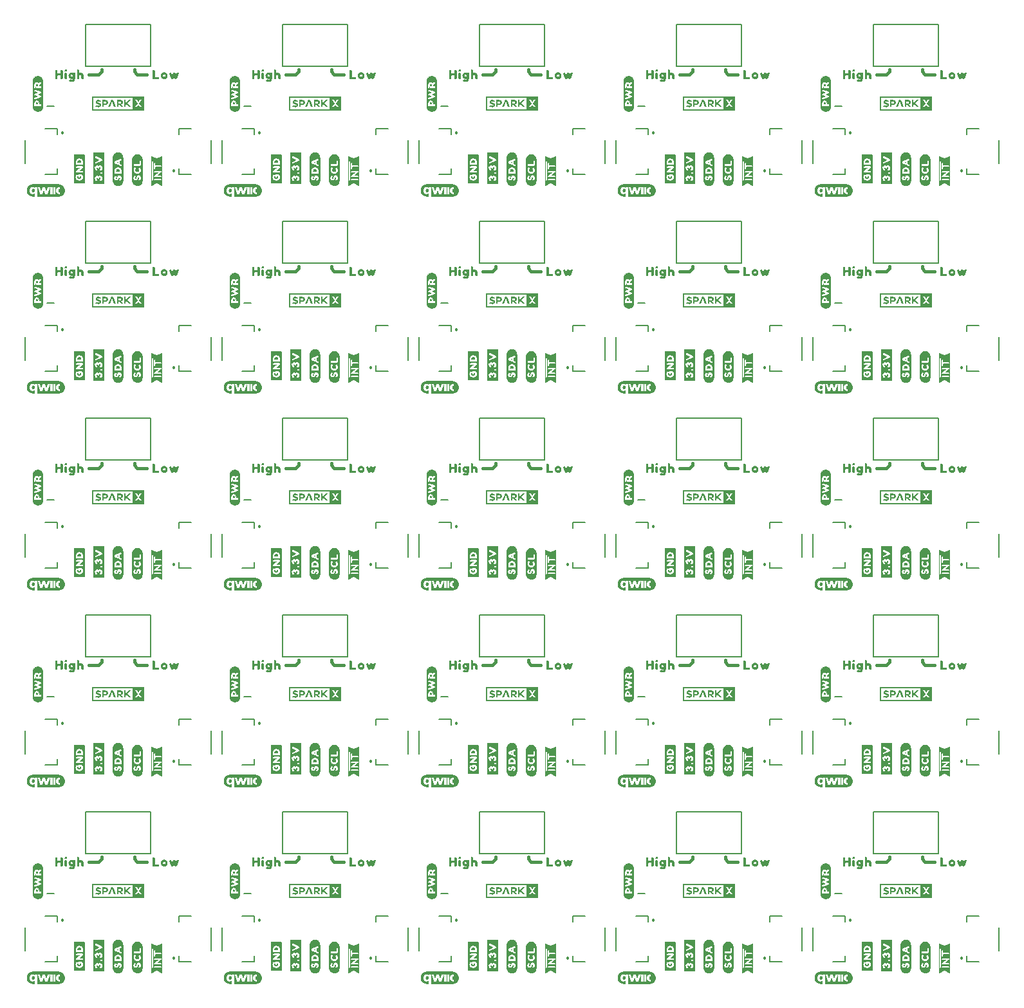
<source format=gto>
G04 EAGLE Gerber RS-274X export*
G75*
%MOMM*%
%FSLAX34Y34*%
%LPD*%
%INSilkscreen Top*%
%IPPOS*%
%AMOC8*
5,1,8,0,0,1.08239X$1,22.5*%
G01*
%ADD10C,0.406400*%
%ADD11C,0.203200*%

G36*
X938577Y894735D02*
X938577Y894735D01*
X938572Y894743D01*
X938579Y894749D01*
X938579Y913731D01*
X938543Y913779D01*
X938536Y913773D01*
X938530Y913781D01*
X869950Y913781D01*
X869903Y913745D01*
X869908Y913737D01*
X869901Y913731D01*
X869901Y894749D01*
X869937Y894701D01*
X869944Y894707D01*
X869950Y894699D01*
X938530Y894699D01*
X938577Y894735D01*
G37*
G36*
X938577Y1153815D02*
X938577Y1153815D01*
X938572Y1153823D01*
X938579Y1153829D01*
X938579Y1172811D01*
X938543Y1172859D01*
X938536Y1172853D01*
X938530Y1172861D01*
X869950Y1172861D01*
X869903Y1172825D01*
X869908Y1172817D01*
X869901Y1172811D01*
X869901Y1153829D01*
X869937Y1153781D01*
X869944Y1153787D01*
X869950Y1153779D01*
X938530Y1153779D01*
X938577Y1153815D01*
G37*
G36*
X679497Y894735D02*
X679497Y894735D01*
X679492Y894743D01*
X679499Y894749D01*
X679499Y913731D01*
X679463Y913779D01*
X679456Y913773D01*
X679450Y913781D01*
X610870Y913781D01*
X610823Y913745D01*
X610828Y913737D01*
X610821Y913731D01*
X610821Y894749D01*
X610857Y894701D01*
X610864Y894707D01*
X610870Y894699D01*
X679450Y894699D01*
X679497Y894735D01*
G37*
G36*
X161303Y136539D02*
X161303Y136539D01*
X161296Y136533D01*
X161290Y136541D01*
X92710Y136541D01*
X92663Y136505D01*
X92668Y136497D01*
X92661Y136491D01*
X92661Y117509D01*
X92697Y117461D01*
X92704Y117467D01*
X92710Y117459D01*
X161290Y117459D01*
X161337Y117495D01*
X161332Y117503D01*
X161339Y117509D01*
X161339Y136491D01*
X161303Y136539D01*
G37*
G36*
X938577Y117495D02*
X938577Y117495D01*
X938572Y117503D01*
X938579Y117509D01*
X938579Y136491D01*
X938543Y136539D01*
X938536Y136533D01*
X938530Y136541D01*
X869950Y136541D01*
X869903Y136505D01*
X869908Y136497D01*
X869901Y136491D01*
X869901Y117509D01*
X869937Y117461D01*
X869944Y117467D01*
X869950Y117459D01*
X938530Y117459D01*
X938577Y117495D01*
G37*
G36*
X1197657Y117495D02*
X1197657Y117495D01*
X1197652Y117503D01*
X1197659Y117509D01*
X1197659Y136491D01*
X1197623Y136539D01*
X1197616Y136533D01*
X1197610Y136541D01*
X1129030Y136541D01*
X1128983Y136505D01*
X1128988Y136497D01*
X1128981Y136491D01*
X1128981Y117509D01*
X1129017Y117461D01*
X1129024Y117467D01*
X1129030Y117459D01*
X1197610Y117459D01*
X1197657Y117495D01*
G37*
G36*
X420417Y635655D02*
X420417Y635655D01*
X420412Y635663D01*
X420419Y635669D01*
X420419Y654651D01*
X420383Y654699D01*
X420376Y654693D01*
X420370Y654701D01*
X351790Y654701D01*
X351743Y654665D01*
X351748Y654657D01*
X351741Y654651D01*
X351741Y635669D01*
X351777Y635621D01*
X351784Y635627D01*
X351790Y635619D01*
X420370Y635619D01*
X420417Y635655D01*
G37*
G36*
X420417Y117495D02*
X420417Y117495D01*
X420412Y117503D01*
X420419Y117509D01*
X420419Y136491D01*
X420383Y136539D01*
X420376Y136533D01*
X420370Y136541D01*
X351790Y136541D01*
X351743Y136505D01*
X351748Y136497D01*
X351741Y136491D01*
X351741Y117509D01*
X351777Y117461D01*
X351784Y117467D01*
X351790Y117459D01*
X420370Y117459D01*
X420417Y117495D01*
G37*
G36*
X679497Y376575D02*
X679497Y376575D01*
X679492Y376583D01*
X679499Y376589D01*
X679499Y395571D01*
X679463Y395619D01*
X679456Y395613D01*
X679450Y395621D01*
X610870Y395621D01*
X610823Y395585D01*
X610828Y395577D01*
X610821Y395571D01*
X610821Y376589D01*
X610857Y376541D01*
X610864Y376547D01*
X610870Y376539D01*
X679450Y376539D01*
X679497Y376575D01*
G37*
G36*
X938577Y635655D02*
X938577Y635655D01*
X938572Y635663D01*
X938579Y635669D01*
X938579Y654651D01*
X938543Y654699D01*
X938536Y654693D01*
X938530Y654701D01*
X869950Y654701D01*
X869903Y654665D01*
X869908Y654657D01*
X869901Y654651D01*
X869901Y635669D01*
X869937Y635621D01*
X869944Y635627D01*
X869950Y635619D01*
X938530Y635619D01*
X938577Y635655D01*
G37*
G36*
X679497Y635655D02*
X679497Y635655D01*
X679492Y635663D01*
X679499Y635669D01*
X679499Y654651D01*
X679463Y654699D01*
X679456Y654693D01*
X679450Y654701D01*
X610870Y654701D01*
X610823Y654665D01*
X610828Y654657D01*
X610821Y654651D01*
X610821Y635669D01*
X610857Y635621D01*
X610864Y635627D01*
X610870Y635619D01*
X679450Y635619D01*
X679497Y635655D01*
G37*
G36*
X420417Y376575D02*
X420417Y376575D01*
X420412Y376583D01*
X420419Y376589D01*
X420419Y395571D01*
X420383Y395619D01*
X420376Y395613D01*
X420370Y395621D01*
X351790Y395621D01*
X351743Y395585D01*
X351748Y395577D01*
X351741Y395571D01*
X351741Y376589D01*
X351777Y376541D01*
X351784Y376547D01*
X351790Y376539D01*
X420370Y376539D01*
X420417Y376575D01*
G37*
G36*
X161337Y635655D02*
X161337Y635655D01*
X161332Y635663D01*
X161339Y635669D01*
X161339Y654651D01*
X161303Y654699D01*
X161296Y654693D01*
X161290Y654701D01*
X92710Y654701D01*
X92663Y654665D01*
X92668Y654657D01*
X92661Y654651D01*
X92661Y635669D01*
X92697Y635621D01*
X92704Y635627D01*
X92710Y635619D01*
X161290Y635619D01*
X161337Y635655D01*
G37*
G36*
X1197657Y376575D02*
X1197657Y376575D01*
X1197652Y376583D01*
X1197659Y376589D01*
X1197659Y395571D01*
X1197623Y395619D01*
X1197616Y395613D01*
X1197610Y395621D01*
X1129030Y395621D01*
X1128983Y395585D01*
X1128988Y395577D01*
X1128981Y395571D01*
X1128981Y376589D01*
X1129017Y376541D01*
X1129024Y376547D01*
X1129030Y376539D01*
X1197610Y376539D01*
X1197657Y376575D01*
G37*
G36*
X161337Y376575D02*
X161337Y376575D01*
X161332Y376583D01*
X161339Y376589D01*
X161339Y395571D01*
X161303Y395619D01*
X161296Y395613D01*
X161290Y395621D01*
X92710Y395621D01*
X92663Y395585D01*
X92668Y395577D01*
X92661Y395571D01*
X92661Y376589D01*
X92697Y376541D01*
X92704Y376547D01*
X92710Y376539D01*
X161290Y376539D01*
X161337Y376575D01*
G37*
G36*
X1197657Y894735D02*
X1197657Y894735D01*
X1197652Y894743D01*
X1197659Y894749D01*
X1197659Y913731D01*
X1197623Y913779D01*
X1197616Y913773D01*
X1197610Y913781D01*
X1129030Y913781D01*
X1128983Y913745D01*
X1128988Y913737D01*
X1128981Y913731D01*
X1128981Y894749D01*
X1129017Y894701D01*
X1129024Y894707D01*
X1129030Y894699D01*
X1197610Y894699D01*
X1197657Y894735D01*
G37*
G36*
X1197657Y635655D02*
X1197657Y635655D01*
X1197652Y635663D01*
X1197659Y635669D01*
X1197659Y654651D01*
X1197623Y654699D01*
X1197616Y654693D01*
X1197610Y654701D01*
X1129030Y654701D01*
X1128983Y654665D01*
X1128988Y654657D01*
X1128981Y654651D01*
X1128981Y635669D01*
X1129017Y635621D01*
X1129024Y635627D01*
X1129030Y635619D01*
X1197610Y635619D01*
X1197657Y635655D01*
G37*
G36*
X1197657Y1153815D02*
X1197657Y1153815D01*
X1197652Y1153823D01*
X1197659Y1153829D01*
X1197659Y1172811D01*
X1197623Y1172859D01*
X1197616Y1172853D01*
X1197610Y1172861D01*
X1129030Y1172861D01*
X1128983Y1172825D01*
X1128988Y1172817D01*
X1128981Y1172811D01*
X1128981Y1153829D01*
X1129017Y1153781D01*
X1129024Y1153787D01*
X1129030Y1153779D01*
X1197610Y1153779D01*
X1197657Y1153815D01*
G37*
G36*
X420417Y1153815D02*
X420417Y1153815D01*
X420412Y1153823D01*
X420419Y1153829D01*
X420419Y1172811D01*
X420383Y1172859D01*
X420376Y1172853D01*
X420370Y1172861D01*
X351790Y1172861D01*
X351743Y1172825D01*
X351748Y1172817D01*
X351741Y1172811D01*
X351741Y1153829D01*
X351777Y1153781D01*
X351784Y1153787D01*
X351790Y1153779D01*
X420370Y1153779D01*
X420417Y1153815D01*
G37*
G36*
X679497Y1153815D02*
X679497Y1153815D01*
X679492Y1153823D01*
X679499Y1153829D01*
X679499Y1172811D01*
X679463Y1172859D01*
X679456Y1172853D01*
X679450Y1172861D01*
X610870Y1172861D01*
X610823Y1172825D01*
X610828Y1172817D01*
X610821Y1172811D01*
X610821Y1153829D01*
X610857Y1153781D01*
X610864Y1153787D01*
X610870Y1153779D01*
X679450Y1153779D01*
X679497Y1153815D01*
G37*
G36*
X161337Y1153815D02*
X161337Y1153815D01*
X161332Y1153823D01*
X161339Y1153829D01*
X161339Y1172811D01*
X161303Y1172859D01*
X161296Y1172853D01*
X161290Y1172861D01*
X92710Y1172861D01*
X92663Y1172825D01*
X92668Y1172817D01*
X92661Y1172811D01*
X92661Y1153829D01*
X92697Y1153781D01*
X92704Y1153787D01*
X92710Y1153779D01*
X161290Y1153779D01*
X161337Y1153815D01*
G37*
G36*
X679497Y117495D02*
X679497Y117495D01*
X679492Y117503D01*
X679499Y117509D01*
X679499Y136491D01*
X679463Y136539D01*
X679456Y136533D01*
X679450Y136541D01*
X610870Y136541D01*
X610823Y136505D01*
X610828Y136497D01*
X610821Y136491D01*
X610821Y117509D01*
X610857Y117461D01*
X610864Y117467D01*
X610870Y117459D01*
X679450Y117459D01*
X679497Y117495D01*
G37*
G36*
X161337Y894735D02*
X161337Y894735D01*
X161332Y894743D01*
X161339Y894749D01*
X161339Y913731D01*
X161303Y913779D01*
X161296Y913773D01*
X161290Y913781D01*
X92710Y913781D01*
X92663Y913745D01*
X92668Y913737D01*
X92661Y913731D01*
X92661Y894749D01*
X92697Y894701D01*
X92704Y894707D01*
X92710Y894699D01*
X161290Y894699D01*
X161337Y894735D01*
G37*
G36*
X420417Y894735D02*
X420417Y894735D01*
X420412Y894743D01*
X420419Y894749D01*
X420419Y913731D01*
X420383Y913779D01*
X420376Y913773D01*
X420370Y913781D01*
X351790Y913781D01*
X351743Y913745D01*
X351748Y913737D01*
X351741Y913731D01*
X351741Y894749D01*
X351777Y894701D01*
X351784Y894707D01*
X351790Y894699D01*
X420370Y894699D01*
X420417Y894735D01*
G37*
G36*
X938577Y376575D02*
X938577Y376575D01*
X938572Y376583D01*
X938579Y376589D01*
X938579Y395571D01*
X938543Y395619D01*
X938536Y395613D01*
X938530Y395621D01*
X869950Y395621D01*
X869903Y395585D01*
X869908Y395577D01*
X869901Y395571D01*
X869901Y376589D01*
X869937Y376541D01*
X869944Y376547D01*
X869950Y376539D01*
X938530Y376539D01*
X938577Y376575D01*
G37*
%LPC*%
G36*
X612682Y896560D02*
X612682Y896560D01*
X612682Y911920D01*
X664080Y911920D01*
X664080Y896560D01*
X612682Y896560D01*
G37*
%LPD*%
%LPC*%
G36*
X1130842Y896560D02*
X1130842Y896560D01*
X1130842Y911920D01*
X1182240Y911920D01*
X1182240Y896560D01*
X1130842Y896560D01*
G37*
%LPD*%
%LPC*%
G36*
X353602Y119320D02*
X353602Y119320D01*
X353602Y134680D01*
X405000Y134680D01*
X405000Y119320D01*
X353602Y119320D01*
G37*
%LPD*%
%LPC*%
G36*
X94522Y896560D02*
X94522Y896560D01*
X94522Y911920D01*
X145920Y911920D01*
X145920Y896560D01*
X94522Y896560D01*
G37*
%LPD*%
%LPC*%
G36*
X353602Y896560D02*
X353602Y896560D01*
X353602Y911920D01*
X405000Y911920D01*
X405000Y896560D01*
X353602Y896560D01*
G37*
%LPD*%
%LPC*%
G36*
X353602Y378400D02*
X353602Y378400D01*
X353602Y393760D01*
X405000Y393760D01*
X405000Y378400D01*
X353602Y378400D01*
G37*
%LPD*%
%LPC*%
G36*
X871762Y378400D02*
X871762Y378400D01*
X871762Y393760D01*
X923160Y393760D01*
X923160Y378400D01*
X871762Y378400D01*
G37*
%LPD*%
%LPC*%
G36*
X94522Y378400D02*
X94522Y378400D01*
X94522Y393760D01*
X145920Y393760D01*
X145920Y378400D01*
X94522Y378400D01*
G37*
%LPD*%
%LPC*%
G36*
X612682Y378400D02*
X612682Y378400D01*
X612682Y393760D01*
X664080Y393760D01*
X664080Y378400D01*
X612682Y378400D01*
G37*
%LPD*%
%LPC*%
G36*
X1130842Y378400D02*
X1130842Y378400D01*
X1130842Y393760D01*
X1182240Y393760D01*
X1182240Y378400D01*
X1130842Y378400D01*
G37*
%LPD*%
%LPC*%
G36*
X1130842Y119320D02*
X1130842Y119320D01*
X1130842Y134680D01*
X1182240Y134680D01*
X1182240Y119320D01*
X1130842Y119320D01*
G37*
%LPD*%
%LPC*%
G36*
X94522Y637480D02*
X94522Y637480D01*
X94522Y652840D01*
X145920Y652840D01*
X145920Y637480D01*
X94522Y637480D01*
G37*
%LPD*%
%LPC*%
G36*
X353602Y637480D02*
X353602Y637480D01*
X353602Y652840D01*
X405000Y652840D01*
X405000Y637480D01*
X353602Y637480D01*
G37*
%LPD*%
%LPC*%
G36*
X94522Y119320D02*
X94522Y119320D01*
X94522Y134680D01*
X145920Y134680D01*
X145920Y119320D01*
X94522Y119320D01*
G37*
%LPD*%
%LPC*%
G36*
X871762Y119320D02*
X871762Y119320D01*
X871762Y134680D01*
X923160Y134680D01*
X923160Y119320D01*
X871762Y119320D01*
G37*
%LPD*%
%LPC*%
G36*
X94522Y1155640D02*
X94522Y1155640D01*
X94522Y1171000D01*
X145920Y1171000D01*
X145920Y1155640D01*
X94522Y1155640D01*
G37*
%LPD*%
%LPC*%
G36*
X1130842Y1155640D02*
X1130842Y1155640D01*
X1130842Y1171000D01*
X1182240Y1171000D01*
X1182240Y1155640D01*
X1130842Y1155640D01*
G37*
%LPD*%
%LPC*%
G36*
X612682Y1155640D02*
X612682Y1155640D01*
X612682Y1171000D01*
X664080Y1171000D01*
X664080Y1155640D01*
X612682Y1155640D01*
G37*
%LPD*%
%LPC*%
G36*
X871762Y896560D02*
X871762Y896560D01*
X871762Y911920D01*
X923160Y911920D01*
X923160Y896560D01*
X871762Y896560D01*
G37*
%LPD*%
%LPC*%
G36*
X353602Y1155640D02*
X353602Y1155640D01*
X353602Y1171000D01*
X405000Y1171000D01*
X405000Y1155640D01*
X353602Y1155640D01*
G37*
%LPD*%
%LPC*%
G36*
X612682Y119320D02*
X612682Y119320D01*
X612682Y134680D01*
X664080Y134680D01*
X664080Y119320D01*
X612682Y119320D01*
G37*
%LPD*%
%LPC*%
G36*
X612682Y637480D02*
X612682Y637480D01*
X612682Y652840D01*
X664080Y652840D01*
X664080Y637480D01*
X612682Y637480D01*
G37*
%LPD*%
%LPC*%
G36*
X871762Y637480D02*
X871762Y637480D01*
X871762Y652840D01*
X923160Y652840D01*
X923160Y637480D01*
X871762Y637480D01*
G37*
%LPD*%
%LPC*%
G36*
X1130842Y637480D02*
X1130842Y637480D01*
X1130842Y652840D01*
X1182240Y652840D01*
X1182240Y637480D01*
X1130842Y637480D01*
G37*
%LPD*%
%LPC*%
G36*
X871762Y1155640D02*
X871762Y1155640D01*
X871762Y1171000D01*
X923160Y1171000D01*
X923160Y1155640D01*
X871762Y1155640D01*
G37*
%LPD*%
G36*
X798452Y522533D02*
X798452Y522533D01*
X825949Y522533D01*
X825951Y522534D01*
X825953Y522533D01*
X826480Y522566D01*
X826481Y522566D01*
X826483Y522566D01*
X827535Y522672D01*
X827537Y522674D01*
X827541Y522673D01*
X828057Y522780D01*
X828059Y522782D01*
X828062Y522781D01*
X829073Y523095D01*
X829074Y523097D01*
X829078Y523097D01*
X829563Y523302D01*
X829565Y523304D01*
X829569Y523304D01*
X830498Y523809D01*
X830500Y523812D01*
X830504Y523812D01*
X830938Y524110D01*
X830939Y524113D01*
X830942Y524114D01*
X831758Y524787D01*
X831759Y524790D01*
X831763Y524792D01*
X832128Y525171D01*
X832129Y525173D01*
X832131Y525175D01*
X832804Y525990D01*
X832805Y525994D01*
X832809Y525997D01*
X833090Y526442D01*
X833090Y526444D01*
X833092Y526446D01*
X833597Y527375D01*
X833596Y527379D01*
X833600Y527383D01*
X833786Y527876D01*
X833785Y527878D01*
X833787Y527880D01*
X834101Y528890D01*
X834100Y528894D01*
X834103Y528898D01*
X834188Y529418D01*
X834187Y529419D01*
X834189Y529422D01*
X834295Y530474D01*
X834293Y530477D01*
X834295Y530481D01*
X834287Y531007D01*
X834285Y531009D01*
X834286Y531013D01*
X834180Y532065D01*
X834178Y532067D01*
X834179Y532071D01*
X834077Y532587D01*
X834075Y532589D01*
X834075Y532593D01*
X833762Y533603D01*
X833759Y533605D01*
X833760Y533609D01*
X833558Y534095D01*
X833556Y534097D01*
X833556Y534101D01*
X833051Y535030D01*
X833049Y535032D01*
X833048Y535036D01*
X832753Y535472D01*
X832751Y535473D01*
X832750Y535477D01*
X832077Y536292D01*
X832074Y536293D01*
X832072Y536297D01*
X831695Y536665D01*
X831693Y536666D01*
X831692Y536669D01*
X830876Y537342D01*
X830872Y537342D01*
X830870Y537346D01*
X830426Y537630D01*
X830424Y537630D01*
X830423Y537633D01*
X829493Y538137D01*
X829489Y538137D01*
X829486Y538141D01*
X828994Y538330D01*
X828992Y538330D01*
X828990Y538331D01*
X827980Y538645D01*
X827977Y538644D01*
X827972Y538647D01*
X827454Y538737D01*
X827452Y538736D01*
X827449Y538737D01*
X826397Y538843D01*
X826156Y538868D01*
X826153Y538866D01*
X826150Y538868D01*
X792834Y538868D01*
X792305Y538863D01*
X792303Y538861D01*
X792300Y538862D01*
X790721Y538703D01*
X790717Y538700D01*
X790709Y538701D01*
X789194Y538231D01*
X789190Y538226D01*
X789182Y538226D01*
X787789Y537469D01*
X787786Y537464D01*
X787779Y537462D01*
X786561Y536446D01*
X786559Y536441D01*
X786552Y536437D01*
X785554Y535206D01*
X785554Y535201D01*
X785548Y535196D01*
X785043Y534267D01*
X785044Y534266D01*
X785042Y534265D01*
X784807Y533793D01*
X784808Y533788D01*
X784803Y533783D01*
X784490Y532773D01*
X784490Y532772D01*
X784489Y532771D01*
X784350Y532263D01*
X784351Y532258D01*
X784348Y532252D01*
X784195Y530674D01*
X784198Y530669D01*
X784195Y530661D01*
X784355Y529083D01*
X784358Y529079D01*
X784357Y529071D01*
X784823Y527555D01*
X784827Y527551D01*
X784828Y527543D01*
X785579Y526147D01*
X785584Y526144D01*
X785586Y526137D01*
X785701Y525998D01*
X785908Y525747D01*
X786116Y525496D01*
X786324Y525245D01*
X786532Y524994D01*
X786597Y524915D01*
X786603Y524913D01*
X786606Y524906D01*
X787836Y523905D01*
X787841Y523905D01*
X787846Y523899D01*
X789246Y523155D01*
X789251Y523156D01*
X789257Y523150D01*
X790775Y522693D01*
X790780Y522695D01*
X790787Y522691D01*
X792365Y522533D01*
X792368Y522534D01*
X792371Y522533D01*
X794868Y522533D01*
X794887Y522545D01*
X794910Y522549D01*
X794916Y522564D01*
X794925Y522569D01*
X794923Y522580D01*
X794930Y522596D01*
X794929Y522745D01*
X794929Y527128D01*
X794922Y527139D01*
X794924Y527152D01*
X794905Y527165D01*
X794892Y527185D01*
X794879Y527183D01*
X794868Y527191D01*
X794834Y527177D01*
X794825Y527175D01*
X794823Y527172D01*
X794820Y527171D01*
X794598Y526932D01*
X794217Y526578D01*
X793784Y526294D01*
X793312Y526081D01*
X792810Y525955D01*
X792294Y525898D01*
X791773Y525919D01*
X791254Y525968D01*
X790752Y526105D01*
X790261Y526275D01*
X789808Y526529D01*
X789391Y526837D01*
X789004Y527183D01*
X788696Y527602D01*
X788419Y528042D01*
X788204Y528517D01*
X788044Y529012D01*
X787919Y529519D01*
X787820Y530561D01*
X787885Y531605D01*
X788000Y532114D01*
X788133Y532619D01*
X788349Y533092D01*
X788603Y533547D01*
X788909Y533967D01*
X789281Y534328D01*
X789684Y534653D01*
X790138Y534906D01*
X790622Y535094D01*
X791119Y535245D01*
X792160Y535325D01*
X792677Y535276D01*
X793183Y535161D01*
X793665Y534971D01*
X794107Y534702D01*
X794508Y534369D01*
X794823Y534074D01*
X794834Y534072D01*
X794840Y534063D01*
X794865Y534067D01*
X794890Y534062D01*
X794896Y534071D01*
X794907Y534073D01*
X794926Y534114D01*
X794929Y534118D01*
X794928Y534119D01*
X794929Y534120D01*
X794929Y535175D01*
X794933Y535228D01*
X797878Y535228D01*
X797878Y522588D01*
X797890Y522569D01*
X797894Y522546D01*
X797909Y522540D01*
X797914Y522531D01*
X797925Y522533D01*
X797941Y522526D01*
X798452Y522533D01*
G37*
G36*
X21212Y522533D02*
X21212Y522533D01*
X48709Y522533D01*
X48711Y522534D01*
X48713Y522533D01*
X49240Y522566D01*
X49241Y522566D01*
X49243Y522566D01*
X50295Y522672D01*
X50297Y522674D01*
X50301Y522673D01*
X50817Y522780D01*
X50819Y522782D01*
X50822Y522781D01*
X51833Y523095D01*
X51834Y523097D01*
X51838Y523097D01*
X52323Y523302D01*
X52325Y523304D01*
X52329Y523304D01*
X53258Y523809D01*
X53260Y523812D01*
X53264Y523812D01*
X53698Y524110D01*
X53699Y524113D01*
X53702Y524114D01*
X54518Y524787D01*
X54519Y524790D01*
X54523Y524792D01*
X54888Y525171D01*
X54889Y525173D01*
X54891Y525175D01*
X55564Y525990D01*
X55565Y525994D01*
X55569Y525997D01*
X55850Y526442D01*
X55850Y526444D01*
X55852Y526446D01*
X56357Y527375D01*
X56356Y527379D01*
X56360Y527383D01*
X56546Y527876D01*
X56545Y527878D01*
X56547Y527880D01*
X56861Y528890D01*
X56860Y528894D01*
X56863Y528898D01*
X56948Y529418D01*
X56947Y529419D01*
X56949Y529422D01*
X57055Y530474D01*
X57053Y530477D01*
X57055Y530481D01*
X57047Y531007D01*
X57045Y531009D01*
X57046Y531013D01*
X56940Y532065D01*
X56938Y532067D01*
X56939Y532071D01*
X56837Y532587D01*
X56835Y532589D01*
X56835Y532593D01*
X56522Y533603D01*
X56519Y533605D01*
X56520Y533609D01*
X56318Y534095D01*
X56316Y534097D01*
X56316Y534101D01*
X55811Y535030D01*
X55809Y535032D01*
X55808Y535036D01*
X55513Y535472D01*
X55511Y535473D01*
X55510Y535477D01*
X54837Y536292D01*
X54834Y536293D01*
X54832Y536297D01*
X54455Y536665D01*
X54453Y536666D01*
X54452Y536669D01*
X53636Y537342D01*
X53632Y537342D01*
X53630Y537346D01*
X53186Y537630D01*
X53184Y537630D01*
X53183Y537633D01*
X52253Y538137D01*
X52249Y538137D01*
X52246Y538141D01*
X51754Y538330D01*
X51752Y538330D01*
X51750Y538331D01*
X50740Y538645D01*
X50737Y538644D01*
X50732Y538647D01*
X50214Y538737D01*
X50212Y538736D01*
X50209Y538737D01*
X49157Y538843D01*
X48916Y538868D01*
X48913Y538866D01*
X48910Y538868D01*
X15594Y538868D01*
X15065Y538863D01*
X15063Y538861D01*
X15060Y538862D01*
X13481Y538703D01*
X13477Y538700D01*
X13469Y538701D01*
X11954Y538231D01*
X11950Y538226D01*
X11942Y538226D01*
X10549Y537469D01*
X10546Y537464D01*
X10539Y537462D01*
X9321Y536446D01*
X9319Y536441D01*
X9312Y536437D01*
X8314Y535206D01*
X8314Y535201D01*
X8308Y535196D01*
X7803Y534267D01*
X7804Y534266D01*
X7802Y534265D01*
X7567Y533793D01*
X7568Y533788D01*
X7563Y533783D01*
X7250Y532773D01*
X7250Y532772D01*
X7249Y532771D01*
X7110Y532263D01*
X7111Y532258D01*
X7108Y532252D01*
X6955Y530674D01*
X6958Y530669D01*
X6955Y530661D01*
X7115Y529083D01*
X7118Y529079D01*
X7117Y529071D01*
X7583Y527555D01*
X7587Y527551D01*
X7588Y527543D01*
X8339Y526147D01*
X8344Y526144D01*
X8346Y526137D01*
X8461Y525998D01*
X8668Y525747D01*
X8876Y525496D01*
X9084Y525245D01*
X9292Y524994D01*
X9357Y524915D01*
X9363Y524913D01*
X9366Y524906D01*
X10596Y523905D01*
X10601Y523905D01*
X10606Y523899D01*
X12006Y523155D01*
X12011Y523156D01*
X12017Y523150D01*
X13535Y522693D01*
X13540Y522695D01*
X13547Y522691D01*
X15125Y522533D01*
X15128Y522534D01*
X15131Y522533D01*
X17628Y522533D01*
X17647Y522545D01*
X17670Y522549D01*
X17676Y522564D01*
X17685Y522569D01*
X17683Y522580D01*
X17690Y522596D01*
X17689Y522745D01*
X17689Y527128D01*
X17682Y527139D01*
X17684Y527152D01*
X17665Y527165D01*
X17652Y527185D01*
X17639Y527183D01*
X17628Y527191D01*
X17594Y527177D01*
X17585Y527175D01*
X17583Y527172D01*
X17580Y527171D01*
X17358Y526932D01*
X16977Y526578D01*
X16544Y526294D01*
X16072Y526081D01*
X15570Y525955D01*
X15054Y525898D01*
X14533Y525919D01*
X14014Y525968D01*
X13512Y526105D01*
X13021Y526275D01*
X12568Y526529D01*
X12151Y526837D01*
X11764Y527183D01*
X11456Y527602D01*
X11179Y528042D01*
X10964Y528517D01*
X10804Y529012D01*
X10679Y529519D01*
X10580Y530561D01*
X10645Y531605D01*
X10760Y532114D01*
X10893Y532619D01*
X11109Y533092D01*
X11363Y533547D01*
X11669Y533967D01*
X12041Y534328D01*
X12444Y534653D01*
X12898Y534906D01*
X13382Y535094D01*
X13879Y535245D01*
X14920Y535325D01*
X15437Y535276D01*
X15943Y535161D01*
X16425Y534971D01*
X16867Y534702D01*
X17268Y534369D01*
X17583Y534074D01*
X17594Y534072D01*
X17600Y534063D01*
X17625Y534067D01*
X17650Y534062D01*
X17656Y534071D01*
X17667Y534073D01*
X17686Y534114D01*
X17689Y534118D01*
X17688Y534119D01*
X17689Y534120D01*
X17689Y535175D01*
X17693Y535228D01*
X20638Y535228D01*
X20638Y522588D01*
X20650Y522569D01*
X20654Y522546D01*
X20669Y522540D01*
X20674Y522531D01*
X20685Y522533D01*
X20701Y522526D01*
X21212Y522533D01*
G37*
G36*
X539372Y522533D02*
X539372Y522533D01*
X566869Y522533D01*
X566871Y522534D01*
X566873Y522533D01*
X567400Y522566D01*
X567401Y522566D01*
X567403Y522566D01*
X568455Y522672D01*
X568457Y522674D01*
X568461Y522673D01*
X568977Y522780D01*
X568979Y522782D01*
X568982Y522781D01*
X569993Y523095D01*
X569994Y523097D01*
X569998Y523097D01*
X570483Y523302D01*
X570485Y523304D01*
X570489Y523304D01*
X571418Y523809D01*
X571420Y523812D01*
X571424Y523812D01*
X571858Y524110D01*
X571859Y524113D01*
X571862Y524114D01*
X572678Y524787D01*
X572679Y524790D01*
X572683Y524792D01*
X573048Y525171D01*
X573049Y525173D01*
X573051Y525175D01*
X573724Y525990D01*
X573725Y525994D01*
X573729Y525997D01*
X574010Y526442D01*
X574010Y526444D01*
X574012Y526446D01*
X574517Y527375D01*
X574516Y527379D01*
X574520Y527383D01*
X574706Y527876D01*
X574705Y527878D01*
X574707Y527880D01*
X575021Y528890D01*
X575020Y528894D01*
X575023Y528898D01*
X575108Y529418D01*
X575107Y529419D01*
X575109Y529422D01*
X575215Y530474D01*
X575213Y530477D01*
X575215Y530481D01*
X575207Y531007D01*
X575205Y531009D01*
X575206Y531013D01*
X575100Y532065D01*
X575098Y532067D01*
X575099Y532071D01*
X574997Y532587D01*
X574995Y532589D01*
X574995Y532593D01*
X574682Y533603D01*
X574679Y533605D01*
X574680Y533609D01*
X574478Y534095D01*
X574476Y534097D01*
X574476Y534101D01*
X573971Y535030D01*
X573969Y535032D01*
X573968Y535036D01*
X573673Y535472D01*
X573671Y535473D01*
X573670Y535477D01*
X572997Y536292D01*
X572994Y536293D01*
X572992Y536297D01*
X572615Y536665D01*
X572613Y536666D01*
X572612Y536669D01*
X571796Y537342D01*
X571792Y537342D01*
X571790Y537346D01*
X571346Y537630D01*
X571344Y537630D01*
X571343Y537633D01*
X570413Y538137D01*
X570409Y538137D01*
X570406Y538141D01*
X569914Y538330D01*
X569912Y538330D01*
X569910Y538331D01*
X568900Y538645D01*
X568897Y538644D01*
X568892Y538647D01*
X568374Y538737D01*
X568372Y538736D01*
X568369Y538737D01*
X567317Y538843D01*
X567076Y538868D01*
X567073Y538866D01*
X567070Y538868D01*
X533754Y538868D01*
X533225Y538863D01*
X533223Y538861D01*
X533220Y538862D01*
X531641Y538703D01*
X531637Y538700D01*
X531629Y538701D01*
X530114Y538231D01*
X530110Y538226D01*
X530102Y538226D01*
X528709Y537469D01*
X528706Y537464D01*
X528699Y537462D01*
X527481Y536446D01*
X527479Y536441D01*
X527472Y536437D01*
X526474Y535206D01*
X526474Y535201D01*
X526468Y535196D01*
X525963Y534267D01*
X525964Y534266D01*
X525962Y534265D01*
X525727Y533793D01*
X525728Y533788D01*
X525723Y533783D01*
X525410Y532773D01*
X525410Y532772D01*
X525409Y532771D01*
X525270Y532263D01*
X525271Y532258D01*
X525268Y532252D01*
X525115Y530674D01*
X525118Y530669D01*
X525115Y530661D01*
X525275Y529083D01*
X525278Y529079D01*
X525277Y529071D01*
X525743Y527555D01*
X525747Y527551D01*
X525748Y527543D01*
X526499Y526147D01*
X526504Y526144D01*
X526506Y526137D01*
X526621Y525998D01*
X526828Y525747D01*
X527036Y525496D01*
X527244Y525245D01*
X527452Y524994D01*
X527517Y524915D01*
X527523Y524913D01*
X527526Y524906D01*
X528756Y523905D01*
X528761Y523905D01*
X528766Y523899D01*
X530166Y523155D01*
X530171Y523156D01*
X530177Y523150D01*
X531695Y522693D01*
X531700Y522695D01*
X531707Y522691D01*
X533285Y522533D01*
X533288Y522534D01*
X533291Y522533D01*
X535788Y522533D01*
X535807Y522545D01*
X535830Y522549D01*
X535836Y522564D01*
X535845Y522569D01*
X535843Y522580D01*
X535850Y522596D01*
X535849Y522745D01*
X535849Y527128D01*
X535842Y527139D01*
X535844Y527152D01*
X535825Y527165D01*
X535812Y527185D01*
X535799Y527183D01*
X535788Y527191D01*
X535754Y527177D01*
X535745Y527175D01*
X535743Y527172D01*
X535740Y527171D01*
X535518Y526932D01*
X535137Y526578D01*
X534704Y526294D01*
X534232Y526081D01*
X533730Y525955D01*
X533214Y525898D01*
X532693Y525919D01*
X532174Y525968D01*
X531672Y526105D01*
X531181Y526275D01*
X530728Y526529D01*
X530311Y526837D01*
X529924Y527183D01*
X529616Y527602D01*
X529339Y528042D01*
X529124Y528517D01*
X528964Y529012D01*
X528839Y529519D01*
X528740Y530561D01*
X528805Y531605D01*
X528920Y532114D01*
X529053Y532619D01*
X529269Y533092D01*
X529523Y533547D01*
X529829Y533967D01*
X530201Y534328D01*
X530604Y534653D01*
X531058Y534906D01*
X531542Y535094D01*
X532039Y535245D01*
X533080Y535325D01*
X533597Y535276D01*
X534103Y535161D01*
X534585Y534971D01*
X535027Y534702D01*
X535428Y534369D01*
X535743Y534074D01*
X535754Y534072D01*
X535760Y534063D01*
X535785Y534067D01*
X535810Y534062D01*
X535816Y534071D01*
X535827Y534073D01*
X535846Y534114D01*
X535849Y534118D01*
X535848Y534119D01*
X535849Y534120D01*
X535849Y535175D01*
X535853Y535228D01*
X538798Y535228D01*
X538798Y522588D01*
X538810Y522569D01*
X538814Y522546D01*
X538829Y522540D01*
X538834Y522531D01*
X538845Y522533D01*
X538861Y522526D01*
X539372Y522533D01*
G37*
G36*
X1057532Y522533D02*
X1057532Y522533D01*
X1085029Y522533D01*
X1085031Y522534D01*
X1085033Y522533D01*
X1085560Y522566D01*
X1085561Y522566D01*
X1085563Y522566D01*
X1086615Y522672D01*
X1086617Y522674D01*
X1086621Y522673D01*
X1087137Y522780D01*
X1087139Y522782D01*
X1087142Y522781D01*
X1088153Y523095D01*
X1088154Y523097D01*
X1088158Y523097D01*
X1088643Y523302D01*
X1088645Y523304D01*
X1088649Y523304D01*
X1089578Y523809D01*
X1089580Y523812D01*
X1089584Y523812D01*
X1090018Y524110D01*
X1090019Y524113D01*
X1090022Y524114D01*
X1090838Y524787D01*
X1090839Y524790D01*
X1090843Y524792D01*
X1091208Y525171D01*
X1091209Y525173D01*
X1091211Y525175D01*
X1091884Y525990D01*
X1091885Y525994D01*
X1091889Y525997D01*
X1092170Y526442D01*
X1092170Y526444D01*
X1092172Y526446D01*
X1092677Y527375D01*
X1092676Y527379D01*
X1092680Y527383D01*
X1092866Y527876D01*
X1092865Y527878D01*
X1092867Y527880D01*
X1093181Y528890D01*
X1093180Y528894D01*
X1093183Y528898D01*
X1093268Y529418D01*
X1093267Y529419D01*
X1093269Y529422D01*
X1093375Y530474D01*
X1093373Y530477D01*
X1093375Y530481D01*
X1093367Y531007D01*
X1093365Y531009D01*
X1093366Y531013D01*
X1093260Y532065D01*
X1093258Y532067D01*
X1093259Y532071D01*
X1093157Y532587D01*
X1093155Y532589D01*
X1093155Y532593D01*
X1092842Y533603D01*
X1092839Y533605D01*
X1092840Y533609D01*
X1092638Y534095D01*
X1092636Y534097D01*
X1092636Y534101D01*
X1092131Y535030D01*
X1092129Y535032D01*
X1092128Y535036D01*
X1091833Y535472D01*
X1091831Y535473D01*
X1091830Y535477D01*
X1091157Y536292D01*
X1091154Y536293D01*
X1091152Y536297D01*
X1090775Y536665D01*
X1090773Y536666D01*
X1090772Y536669D01*
X1089956Y537342D01*
X1089952Y537342D01*
X1089950Y537346D01*
X1089506Y537630D01*
X1089504Y537630D01*
X1089503Y537633D01*
X1088573Y538137D01*
X1088569Y538137D01*
X1088566Y538141D01*
X1088074Y538330D01*
X1088072Y538330D01*
X1088070Y538331D01*
X1087060Y538645D01*
X1087057Y538644D01*
X1087052Y538647D01*
X1086534Y538737D01*
X1086532Y538736D01*
X1086529Y538737D01*
X1085477Y538843D01*
X1085236Y538868D01*
X1085233Y538866D01*
X1085230Y538868D01*
X1051914Y538868D01*
X1051385Y538863D01*
X1051383Y538861D01*
X1051380Y538862D01*
X1049801Y538703D01*
X1049797Y538700D01*
X1049789Y538701D01*
X1048274Y538231D01*
X1048270Y538226D01*
X1048262Y538226D01*
X1046869Y537469D01*
X1046866Y537464D01*
X1046859Y537462D01*
X1045641Y536446D01*
X1045639Y536441D01*
X1045632Y536437D01*
X1044634Y535206D01*
X1044634Y535201D01*
X1044628Y535196D01*
X1044123Y534267D01*
X1044124Y534266D01*
X1044122Y534265D01*
X1043887Y533793D01*
X1043888Y533788D01*
X1043883Y533783D01*
X1043570Y532773D01*
X1043570Y532772D01*
X1043569Y532771D01*
X1043430Y532263D01*
X1043431Y532258D01*
X1043428Y532252D01*
X1043275Y530674D01*
X1043278Y530669D01*
X1043275Y530661D01*
X1043435Y529083D01*
X1043438Y529079D01*
X1043437Y529071D01*
X1043903Y527555D01*
X1043907Y527551D01*
X1043908Y527543D01*
X1044659Y526147D01*
X1044664Y526144D01*
X1044666Y526137D01*
X1044781Y525998D01*
X1044988Y525747D01*
X1045196Y525496D01*
X1045404Y525245D01*
X1045612Y524994D01*
X1045677Y524915D01*
X1045683Y524913D01*
X1045686Y524906D01*
X1046916Y523905D01*
X1046921Y523905D01*
X1046926Y523899D01*
X1048326Y523155D01*
X1048331Y523156D01*
X1048337Y523150D01*
X1049855Y522693D01*
X1049860Y522695D01*
X1049867Y522691D01*
X1051445Y522533D01*
X1051448Y522534D01*
X1051451Y522533D01*
X1053948Y522533D01*
X1053967Y522545D01*
X1053990Y522549D01*
X1053996Y522564D01*
X1054005Y522569D01*
X1054003Y522580D01*
X1054010Y522596D01*
X1054009Y522745D01*
X1054009Y527128D01*
X1054002Y527139D01*
X1054004Y527152D01*
X1053985Y527165D01*
X1053972Y527185D01*
X1053959Y527183D01*
X1053948Y527191D01*
X1053914Y527177D01*
X1053905Y527175D01*
X1053903Y527172D01*
X1053900Y527171D01*
X1053678Y526932D01*
X1053297Y526578D01*
X1052864Y526294D01*
X1052392Y526081D01*
X1051890Y525955D01*
X1051374Y525898D01*
X1050853Y525919D01*
X1050334Y525968D01*
X1049832Y526105D01*
X1049341Y526275D01*
X1048888Y526529D01*
X1048471Y526837D01*
X1048084Y527183D01*
X1047776Y527602D01*
X1047499Y528042D01*
X1047284Y528517D01*
X1047124Y529012D01*
X1046999Y529519D01*
X1046900Y530561D01*
X1046965Y531605D01*
X1047080Y532114D01*
X1047213Y532619D01*
X1047429Y533092D01*
X1047683Y533547D01*
X1047989Y533967D01*
X1048361Y534328D01*
X1048764Y534653D01*
X1049218Y534906D01*
X1049702Y535094D01*
X1050199Y535245D01*
X1051240Y535325D01*
X1051757Y535276D01*
X1052263Y535161D01*
X1052745Y534971D01*
X1053187Y534702D01*
X1053588Y534369D01*
X1053903Y534074D01*
X1053914Y534072D01*
X1053920Y534063D01*
X1053945Y534067D01*
X1053970Y534062D01*
X1053976Y534071D01*
X1053987Y534073D01*
X1054006Y534114D01*
X1054009Y534118D01*
X1054008Y534119D01*
X1054009Y534120D01*
X1054009Y535175D01*
X1054013Y535228D01*
X1056958Y535228D01*
X1056958Y522588D01*
X1056970Y522569D01*
X1056974Y522546D01*
X1056989Y522540D01*
X1056994Y522531D01*
X1057005Y522533D01*
X1057021Y522526D01*
X1057532Y522533D01*
G37*
G36*
X280292Y522533D02*
X280292Y522533D01*
X307789Y522533D01*
X307791Y522534D01*
X307793Y522533D01*
X308320Y522566D01*
X308321Y522566D01*
X308323Y522566D01*
X309375Y522672D01*
X309377Y522674D01*
X309381Y522673D01*
X309897Y522780D01*
X309899Y522782D01*
X309902Y522781D01*
X310913Y523095D01*
X310914Y523097D01*
X310918Y523097D01*
X311403Y523302D01*
X311405Y523304D01*
X311409Y523304D01*
X312338Y523809D01*
X312340Y523812D01*
X312344Y523812D01*
X312778Y524110D01*
X312779Y524113D01*
X312782Y524114D01*
X313598Y524787D01*
X313599Y524790D01*
X313603Y524792D01*
X313968Y525171D01*
X313969Y525173D01*
X313971Y525175D01*
X314644Y525990D01*
X314645Y525994D01*
X314649Y525997D01*
X314930Y526442D01*
X314930Y526444D01*
X314932Y526446D01*
X315437Y527375D01*
X315436Y527379D01*
X315440Y527383D01*
X315626Y527876D01*
X315625Y527878D01*
X315627Y527880D01*
X315941Y528890D01*
X315940Y528894D01*
X315943Y528898D01*
X316028Y529418D01*
X316027Y529419D01*
X316029Y529422D01*
X316135Y530474D01*
X316133Y530477D01*
X316135Y530481D01*
X316127Y531007D01*
X316125Y531009D01*
X316126Y531013D01*
X316020Y532065D01*
X316018Y532067D01*
X316019Y532071D01*
X315917Y532587D01*
X315915Y532589D01*
X315915Y532593D01*
X315602Y533603D01*
X315599Y533605D01*
X315600Y533609D01*
X315398Y534095D01*
X315396Y534097D01*
X315396Y534101D01*
X314891Y535030D01*
X314889Y535032D01*
X314888Y535036D01*
X314593Y535472D01*
X314591Y535473D01*
X314590Y535477D01*
X313917Y536292D01*
X313914Y536293D01*
X313912Y536297D01*
X313535Y536665D01*
X313533Y536666D01*
X313532Y536669D01*
X312716Y537342D01*
X312712Y537342D01*
X312710Y537346D01*
X312266Y537630D01*
X312264Y537630D01*
X312263Y537633D01*
X311333Y538137D01*
X311329Y538137D01*
X311326Y538141D01*
X310834Y538330D01*
X310832Y538330D01*
X310830Y538331D01*
X309820Y538645D01*
X309817Y538644D01*
X309812Y538647D01*
X309294Y538737D01*
X309292Y538736D01*
X309289Y538737D01*
X308237Y538843D01*
X307996Y538868D01*
X307993Y538866D01*
X307990Y538868D01*
X274674Y538868D01*
X274145Y538863D01*
X274143Y538861D01*
X274140Y538862D01*
X272561Y538703D01*
X272557Y538700D01*
X272549Y538701D01*
X271034Y538231D01*
X271030Y538226D01*
X271022Y538226D01*
X269629Y537469D01*
X269626Y537464D01*
X269619Y537462D01*
X268401Y536446D01*
X268399Y536441D01*
X268392Y536437D01*
X267394Y535206D01*
X267394Y535201D01*
X267388Y535196D01*
X266883Y534267D01*
X266884Y534266D01*
X266882Y534265D01*
X266647Y533793D01*
X266648Y533788D01*
X266643Y533783D01*
X266330Y532773D01*
X266330Y532772D01*
X266329Y532771D01*
X266190Y532263D01*
X266191Y532258D01*
X266188Y532252D01*
X266035Y530674D01*
X266038Y530669D01*
X266035Y530661D01*
X266195Y529083D01*
X266198Y529079D01*
X266197Y529071D01*
X266663Y527555D01*
X266667Y527551D01*
X266668Y527543D01*
X267419Y526147D01*
X267424Y526144D01*
X267426Y526137D01*
X267541Y525998D01*
X267748Y525747D01*
X267956Y525496D01*
X268164Y525245D01*
X268372Y524994D01*
X268437Y524915D01*
X268443Y524913D01*
X268446Y524906D01*
X269676Y523905D01*
X269681Y523905D01*
X269686Y523899D01*
X271086Y523155D01*
X271091Y523156D01*
X271097Y523150D01*
X272615Y522693D01*
X272620Y522695D01*
X272627Y522691D01*
X274205Y522533D01*
X274208Y522534D01*
X274211Y522533D01*
X276708Y522533D01*
X276727Y522545D01*
X276750Y522549D01*
X276756Y522564D01*
X276765Y522569D01*
X276763Y522580D01*
X276770Y522596D01*
X276769Y522745D01*
X276769Y527128D01*
X276762Y527139D01*
X276764Y527152D01*
X276745Y527165D01*
X276732Y527185D01*
X276719Y527183D01*
X276708Y527191D01*
X276674Y527177D01*
X276665Y527175D01*
X276663Y527172D01*
X276660Y527171D01*
X276438Y526932D01*
X276057Y526578D01*
X275624Y526294D01*
X275152Y526081D01*
X274650Y525955D01*
X274134Y525898D01*
X273613Y525919D01*
X273094Y525968D01*
X272592Y526105D01*
X272101Y526275D01*
X271648Y526529D01*
X271231Y526837D01*
X270844Y527183D01*
X270536Y527602D01*
X270259Y528042D01*
X270044Y528517D01*
X269884Y529012D01*
X269759Y529519D01*
X269660Y530561D01*
X269725Y531605D01*
X269840Y532114D01*
X269973Y532619D01*
X270189Y533092D01*
X270443Y533547D01*
X270749Y533967D01*
X271121Y534328D01*
X271524Y534653D01*
X271978Y534906D01*
X272462Y535094D01*
X272959Y535245D01*
X274000Y535325D01*
X274517Y535276D01*
X275023Y535161D01*
X275505Y534971D01*
X275947Y534702D01*
X276348Y534369D01*
X276663Y534074D01*
X276674Y534072D01*
X276680Y534063D01*
X276705Y534067D01*
X276730Y534062D01*
X276736Y534071D01*
X276747Y534073D01*
X276766Y534114D01*
X276769Y534118D01*
X276768Y534119D01*
X276769Y534120D01*
X276769Y535175D01*
X276773Y535228D01*
X279718Y535228D01*
X279718Y522588D01*
X279730Y522569D01*
X279734Y522546D01*
X279749Y522540D01*
X279754Y522531D01*
X279765Y522533D01*
X279781Y522526D01*
X280292Y522533D01*
G37*
G36*
X1057532Y781613D02*
X1057532Y781613D01*
X1085029Y781613D01*
X1085031Y781614D01*
X1085033Y781613D01*
X1085560Y781646D01*
X1085561Y781646D01*
X1085563Y781646D01*
X1086615Y781752D01*
X1086617Y781754D01*
X1086621Y781753D01*
X1087137Y781860D01*
X1087139Y781862D01*
X1087142Y781861D01*
X1088153Y782175D01*
X1088154Y782177D01*
X1088158Y782177D01*
X1088643Y782382D01*
X1088645Y782384D01*
X1088649Y782384D01*
X1089578Y782889D01*
X1089580Y782892D01*
X1089584Y782892D01*
X1090018Y783190D01*
X1090019Y783193D01*
X1090022Y783194D01*
X1090838Y783867D01*
X1090839Y783870D01*
X1090843Y783872D01*
X1091208Y784251D01*
X1091209Y784253D01*
X1091211Y784255D01*
X1091884Y785070D01*
X1091885Y785074D01*
X1091889Y785077D01*
X1092170Y785522D01*
X1092170Y785524D01*
X1092172Y785526D01*
X1092677Y786455D01*
X1092676Y786459D01*
X1092680Y786463D01*
X1092866Y786956D01*
X1092865Y786958D01*
X1092867Y786960D01*
X1093181Y787970D01*
X1093180Y787974D01*
X1093183Y787978D01*
X1093268Y788498D01*
X1093267Y788499D01*
X1093269Y788502D01*
X1093375Y789554D01*
X1093373Y789557D01*
X1093375Y789561D01*
X1093367Y790087D01*
X1093365Y790089D01*
X1093366Y790093D01*
X1093260Y791145D01*
X1093258Y791147D01*
X1093259Y791151D01*
X1093157Y791667D01*
X1093155Y791669D01*
X1093155Y791673D01*
X1092842Y792683D01*
X1092839Y792685D01*
X1092840Y792689D01*
X1092638Y793175D01*
X1092636Y793177D01*
X1092636Y793181D01*
X1092131Y794110D01*
X1092129Y794112D01*
X1092128Y794116D01*
X1091833Y794552D01*
X1091831Y794553D01*
X1091830Y794557D01*
X1091157Y795372D01*
X1091154Y795373D01*
X1091152Y795377D01*
X1090775Y795745D01*
X1090773Y795746D01*
X1090772Y795749D01*
X1089956Y796422D01*
X1089952Y796422D01*
X1089950Y796426D01*
X1089506Y796710D01*
X1089504Y796710D01*
X1089503Y796713D01*
X1088573Y797217D01*
X1088569Y797217D01*
X1088566Y797221D01*
X1088074Y797410D01*
X1088072Y797410D01*
X1088070Y797411D01*
X1087060Y797725D01*
X1087057Y797724D01*
X1087052Y797727D01*
X1086534Y797817D01*
X1086532Y797816D01*
X1086529Y797817D01*
X1085477Y797923D01*
X1085236Y797948D01*
X1085233Y797946D01*
X1085230Y797948D01*
X1051914Y797948D01*
X1051385Y797943D01*
X1051383Y797941D01*
X1051380Y797942D01*
X1049801Y797783D01*
X1049797Y797780D01*
X1049789Y797781D01*
X1048274Y797311D01*
X1048270Y797306D01*
X1048262Y797306D01*
X1046869Y796549D01*
X1046866Y796544D01*
X1046859Y796542D01*
X1045641Y795526D01*
X1045639Y795521D01*
X1045632Y795517D01*
X1044634Y794286D01*
X1044634Y794281D01*
X1044628Y794276D01*
X1044123Y793347D01*
X1044124Y793346D01*
X1044122Y793345D01*
X1043887Y792873D01*
X1043888Y792868D01*
X1043883Y792863D01*
X1043570Y791853D01*
X1043570Y791852D01*
X1043569Y791851D01*
X1043430Y791343D01*
X1043431Y791338D01*
X1043428Y791332D01*
X1043275Y789754D01*
X1043278Y789749D01*
X1043275Y789741D01*
X1043435Y788163D01*
X1043438Y788159D01*
X1043437Y788151D01*
X1043903Y786635D01*
X1043907Y786631D01*
X1043908Y786623D01*
X1044659Y785227D01*
X1044664Y785224D01*
X1044666Y785217D01*
X1044729Y785141D01*
X1044936Y784890D01*
X1044937Y784890D01*
X1045144Y784639D01*
X1045352Y784388D01*
X1045560Y784137D01*
X1045677Y783995D01*
X1045683Y783993D01*
X1045686Y783986D01*
X1046916Y782985D01*
X1046921Y782985D01*
X1046926Y782979D01*
X1048326Y782235D01*
X1048331Y782236D01*
X1048337Y782230D01*
X1049855Y781773D01*
X1049860Y781775D01*
X1049867Y781771D01*
X1051445Y781613D01*
X1051448Y781614D01*
X1051451Y781613D01*
X1053948Y781613D01*
X1053967Y781625D01*
X1053990Y781629D01*
X1053996Y781644D01*
X1054005Y781649D01*
X1054003Y781660D01*
X1054010Y781676D01*
X1054009Y781825D01*
X1054009Y786208D01*
X1054002Y786219D01*
X1054004Y786232D01*
X1053985Y786245D01*
X1053972Y786265D01*
X1053959Y786263D01*
X1053948Y786271D01*
X1053914Y786257D01*
X1053905Y786255D01*
X1053903Y786252D01*
X1053900Y786251D01*
X1053678Y786012D01*
X1053297Y785658D01*
X1052864Y785374D01*
X1052392Y785161D01*
X1051890Y785035D01*
X1051374Y784978D01*
X1050853Y784999D01*
X1050334Y785048D01*
X1049832Y785185D01*
X1049341Y785355D01*
X1048888Y785609D01*
X1048471Y785917D01*
X1048084Y786263D01*
X1047776Y786682D01*
X1047499Y787122D01*
X1047284Y787597D01*
X1047124Y788092D01*
X1046999Y788599D01*
X1046900Y789641D01*
X1046965Y790685D01*
X1047080Y791194D01*
X1047213Y791699D01*
X1047429Y792172D01*
X1047683Y792627D01*
X1047989Y793047D01*
X1048361Y793408D01*
X1048764Y793733D01*
X1049218Y793986D01*
X1049702Y794174D01*
X1050199Y794325D01*
X1051240Y794405D01*
X1051757Y794356D01*
X1052263Y794241D01*
X1052745Y794051D01*
X1053187Y793782D01*
X1053588Y793449D01*
X1053903Y793154D01*
X1053914Y793152D01*
X1053920Y793143D01*
X1053945Y793147D01*
X1053970Y793142D01*
X1053976Y793151D01*
X1053987Y793153D01*
X1054006Y793194D01*
X1054009Y793198D01*
X1054008Y793199D01*
X1054009Y793200D01*
X1054009Y794255D01*
X1054013Y794308D01*
X1056958Y794308D01*
X1056958Y781668D01*
X1056970Y781649D01*
X1056974Y781626D01*
X1056989Y781620D01*
X1056994Y781611D01*
X1057005Y781613D01*
X1057021Y781606D01*
X1057532Y781613D01*
G37*
G36*
X798452Y781613D02*
X798452Y781613D01*
X825949Y781613D01*
X825951Y781614D01*
X825953Y781613D01*
X826480Y781646D01*
X826481Y781646D01*
X826483Y781646D01*
X827535Y781752D01*
X827537Y781754D01*
X827541Y781753D01*
X828057Y781860D01*
X828059Y781862D01*
X828062Y781861D01*
X829073Y782175D01*
X829074Y782177D01*
X829078Y782177D01*
X829563Y782382D01*
X829565Y782384D01*
X829569Y782384D01*
X830498Y782889D01*
X830500Y782892D01*
X830504Y782892D01*
X830938Y783190D01*
X830939Y783193D01*
X830942Y783194D01*
X831758Y783867D01*
X831759Y783870D01*
X831763Y783872D01*
X832128Y784251D01*
X832129Y784253D01*
X832131Y784255D01*
X832804Y785070D01*
X832805Y785074D01*
X832809Y785077D01*
X833090Y785522D01*
X833090Y785524D01*
X833092Y785526D01*
X833597Y786455D01*
X833596Y786459D01*
X833600Y786463D01*
X833786Y786956D01*
X833785Y786958D01*
X833787Y786960D01*
X834101Y787970D01*
X834100Y787974D01*
X834103Y787978D01*
X834188Y788498D01*
X834187Y788499D01*
X834189Y788502D01*
X834295Y789554D01*
X834293Y789557D01*
X834295Y789561D01*
X834287Y790087D01*
X834285Y790089D01*
X834286Y790093D01*
X834180Y791145D01*
X834178Y791147D01*
X834179Y791151D01*
X834077Y791667D01*
X834075Y791669D01*
X834075Y791673D01*
X833762Y792683D01*
X833759Y792685D01*
X833760Y792689D01*
X833558Y793175D01*
X833556Y793177D01*
X833556Y793181D01*
X833051Y794110D01*
X833049Y794112D01*
X833048Y794116D01*
X832753Y794552D01*
X832751Y794553D01*
X832750Y794557D01*
X832077Y795372D01*
X832074Y795373D01*
X832072Y795377D01*
X831695Y795745D01*
X831693Y795746D01*
X831692Y795749D01*
X830876Y796422D01*
X830872Y796422D01*
X830870Y796426D01*
X830426Y796710D01*
X830424Y796710D01*
X830423Y796713D01*
X829493Y797217D01*
X829489Y797217D01*
X829486Y797221D01*
X828994Y797410D01*
X828992Y797410D01*
X828990Y797411D01*
X827980Y797725D01*
X827977Y797724D01*
X827972Y797727D01*
X827454Y797817D01*
X827452Y797816D01*
X827449Y797817D01*
X826397Y797923D01*
X826156Y797948D01*
X826153Y797946D01*
X826150Y797948D01*
X792834Y797948D01*
X792305Y797943D01*
X792303Y797941D01*
X792300Y797942D01*
X790721Y797783D01*
X790717Y797780D01*
X790709Y797781D01*
X789194Y797311D01*
X789190Y797306D01*
X789182Y797306D01*
X787789Y796549D01*
X787786Y796544D01*
X787779Y796542D01*
X786561Y795526D01*
X786559Y795521D01*
X786552Y795517D01*
X785554Y794286D01*
X785554Y794281D01*
X785548Y794276D01*
X785043Y793347D01*
X785044Y793346D01*
X785042Y793345D01*
X784807Y792873D01*
X784808Y792868D01*
X784803Y792863D01*
X784490Y791853D01*
X784490Y791852D01*
X784489Y791851D01*
X784350Y791343D01*
X784351Y791338D01*
X784348Y791332D01*
X784195Y789754D01*
X784198Y789749D01*
X784195Y789741D01*
X784355Y788163D01*
X784358Y788159D01*
X784357Y788151D01*
X784823Y786635D01*
X784827Y786631D01*
X784828Y786623D01*
X785579Y785227D01*
X785584Y785224D01*
X785586Y785217D01*
X785649Y785141D01*
X785856Y784890D01*
X785857Y784890D01*
X786064Y784639D01*
X786272Y784388D01*
X786480Y784137D01*
X786597Y783995D01*
X786603Y783993D01*
X786606Y783986D01*
X787836Y782985D01*
X787841Y782985D01*
X787846Y782979D01*
X789246Y782235D01*
X789251Y782236D01*
X789257Y782230D01*
X790775Y781773D01*
X790780Y781775D01*
X790787Y781771D01*
X792365Y781613D01*
X792368Y781614D01*
X792371Y781613D01*
X794868Y781613D01*
X794887Y781625D01*
X794910Y781629D01*
X794916Y781644D01*
X794925Y781649D01*
X794923Y781660D01*
X794930Y781676D01*
X794929Y781825D01*
X794929Y786208D01*
X794922Y786219D01*
X794924Y786232D01*
X794905Y786245D01*
X794892Y786265D01*
X794879Y786263D01*
X794868Y786271D01*
X794834Y786257D01*
X794825Y786255D01*
X794823Y786252D01*
X794820Y786251D01*
X794598Y786012D01*
X794217Y785658D01*
X793784Y785374D01*
X793312Y785161D01*
X792810Y785035D01*
X792294Y784978D01*
X791773Y784999D01*
X791254Y785048D01*
X790752Y785185D01*
X790261Y785355D01*
X789808Y785609D01*
X789391Y785917D01*
X789004Y786263D01*
X788696Y786682D01*
X788419Y787122D01*
X788204Y787597D01*
X788044Y788092D01*
X787919Y788599D01*
X787820Y789641D01*
X787885Y790685D01*
X788000Y791194D01*
X788133Y791699D01*
X788349Y792172D01*
X788603Y792627D01*
X788909Y793047D01*
X789281Y793408D01*
X789684Y793733D01*
X790138Y793986D01*
X790622Y794174D01*
X791119Y794325D01*
X792160Y794405D01*
X792677Y794356D01*
X793183Y794241D01*
X793665Y794051D01*
X794107Y793782D01*
X794508Y793449D01*
X794823Y793154D01*
X794834Y793152D01*
X794840Y793143D01*
X794865Y793147D01*
X794890Y793142D01*
X794896Y793151D01*
X794907Y793153D01*
X794926Y793194D01*
X794929Y793198D01*
X794928Y793199D01*
X794929Y793200D01*
X794929Y794255D01*
X794933Y794308D01*
X797878Y794308D01*
X797878Y781668D01*
X797890Y781649D01*
X797894Y781626D01*
X797909Y781620D01*
X797914Y781611D01*
X797925Y781613D01*
X797941Y781606D01*
X798452Y781613D01*
G37*
G36*
X1057532Y1040693D02*
X1057532Y1040693D01*
X1085029Y1040693D01*
X1085031Y1040694D01*
X1085033Y1040693D01*
X1085560Y1040726D01*
X1085561Y1040726D01*
X1085563Y1040726D01*
X1086615Y1040832D01*
X1086617Y1040834D01*
X1086621Y1040833D01*
X1087137Y1040940D01*
X1087139Y1040942D01*
X1087142Y1040941D01*
X1088153Y1041255D01*
X1088154Y1041257D01*
X1088158Y1041257D01*
X1088643Y1041462D01*
X1088645Y1041464D01*
X1088649Y1041464D01*
X1089578Y1041969D01*
X1089580Y1041972D01*
X1089584Y1041972D01*
X1090018Y1042270D01*
X1090019Y1042273D01*
X1090022Y1042274D01*
X1090838Y1042947D01*
X1090839Y1042950D01*
X1090843Y1042952D01*
X1091208Y1043331D01*
X1091209Y1043333D01*
X1091211Y1043335D01*
X1091884Y1044150D01*
X1091885Y1044154D01*
X1091889Y1044157D01*
X1092170Y1044602D01*
X1092170Y1044604D01*
X1092172Y1044606D01*
X1092677Y1045535D01*
X1092676Y1045539D01*
X1092680Y1045543D01*
X1092866Y1046036D01*
X1092865Y1046038D01*
X1092867Y1046040D01*
X1093181Y1047050D01*
X1093180Y1047054D01*
X1093183Y1047058D01*
X1093268Y1047578D01*
X1093267Y1047579D01*
X1093269Y1047582D01*
X1093375Y1048634D01*
X1093373Y1048637D01*
X1093375Y1048641D01*
X1093367Y1049167D01*
X1093365Y1049169D01*
X1093366Y1049173D01*
X1093260Y1050225D01*
X1093258Y1050227D01*
X1093259Y1050231D01*
X1093157Y1050747D01*
X1093155Y1050749D01*
X1093155Y1050753D01*
X1092842Y1051763D01*
X1092839Y1051765D01*
X1092840Y1051769D01*
X1092638Y1052255D01*
X1092636Y1052257D01*
X1092636Y1052261D01*
X1092131Y1053190D01*
X1092129Y1053192D01*
X1092128Y1053196D01*
X1091833Y1053632D01*
X1091831Y1053633D01*
X1091830Y1053637D01*
X1091157Y1054452D01*
X1091154Y1054453D01*
X1091152Y1054457D01*
X1090775Y1054825D01*
X1090773Y1054826D01*
X1090772Y1054829D01*
X1089956Y1055502D01*
X1089952Y1055502D01*
X1089950Y1055506D01*
X1089506Y1055790D01*
X1089504Y1055790D01*
X1089503Y1055793D01*
X1088573Y1056297D01*
X1088569Y1056297D01*
X1088566Y1056301D01*
X1088074Y1056490D01*
X1088072Y1056490D01*
X1088070Y1056491D01*
X1087060Y1056805D01*
X1087057Y1056804D01*
X1087052Y1056807D01*
X1086534Y1056897D01*
X1086532Y1056896D01*
X1086529Y1056897D01*
X1085477Y1057003D01*
X1085236Y1057028D01*
X1085233Y1057026D01*
X1085230Y1057028D01*
X1051914Y1057028D01*
X1051385Y1057023D01*
X1051383Y1057021D01*
X1051380Y1057022D01*
X1049801Y1056863D01*
X1049797Y1056860D01*
X1049789Y1056861D01*
X1048274Y1056391D01*
X1048270Y1056386D01*
X1048262Y1056386D01*
X1046869Y1055629D01*
X1046866Y1055624D01*
X1046859Y1055622D01*
X1045641Y1054606D01*
X1045639Y1054601D01*
X1045632Y1054597D01*
X1044634Y1053366D01*
X1044634Y1053361D01*
X1044628Y1053356D01*
X1044123Y1052427D01*
X1044124Y1052426D01*
X1044122Y1052425D01*
X1043887Y1051953D01*
X1043888Y1051948D01*
X1043883Y1051943D01*
X1043570Y1050933D01*
X1043570Y1050932D01*
X1043569Y1050931D01*
X1043430Y1050423D01*
X1043431Y1050418D01*
X1043428Y1050412D01*
X1043275Y1048834D01*
X1043278Y1048829D01*
X1043275Y1048821D01*
X1043435Y1047243D01*
X1043438Y1047239D01*
X1043437Y1047231D01*
X1043903Y1045715D01*
X1043907Y1045711D01*
X1043908Y1045703D01*
X1044659Y1044307D01*
X1044664Y1044304D01*
X1044666Y1044297D01*
X1044729Y1044221D01*
X1044936Y1043970D01*
X1044937Y1043970D01*
X1045144Y1043719D01*
X1045352Y1043468D01*
X1045560Y1043217D01*
X1045677Y1043075D01*
X1045683Y1043073D01*
X1045686Y1043066D01*
X1046916Y1042065D01*
X1046921Y1042065D01*
X1046926Y1042059D01*
X1048326Y1041315D01*
X1048331Y1041316D01*
X1048337Y1041310D01*
X1049855Y1040853D01*
X1049860Y1040855D01*
X1049867Y1040851D01*
X1051445Y1040693D01*
X1051448Y1040694D01*
X1051451Y1040693D01*
X1053948Y1040693D01*
X1053967Y1040705D01*
X1053990Y1040709D01*
X1053996Y1040724D01*
X1054005Y1040729D01*
X1054003Y1040740D01*
X1054010Y1040756D01*
X1054009Y1040905D01*
X1054009Y1045288D01*
X1054002Y1045299D01*
X1054004Y1045312D01*
X1053985Y1045325D01*
X1053972Y1045345D01*
X1053959Y1045343D01*
X1053948Y1045351D01*
X1053914Y1045337D01*
X1053905Y1045335D01*
X1053903Y1045332D01*
X1053900Y1045331D01*
X1053678Y1045092D01*
X1053297Y1044738D01*
X1052864Y1044454D01*
X1052392Y1044241D01*
X1051890Y1044115D01*
X1051374Y1044058D01*
X1050853Y1044079D01*
X1050334Y1044128D01*
X1049832Y1044265D01*
X1049341Y1044435D01*
X1048888Y1044689D01*
X1048471Y1044997D01*
X1048084Y1045343D01*
X1047776Y1045762D01*
X1047499Y1046202D01*
X1047284Y1046677D01*
X1047124Y1047172D01*
X1046999Y1047679D01*
X1046900Y1048721D01*
X1046965Y1049765D01*
X1047080Y1050274D01*
X1047213Y1050779D01*
X1047429Y1051252D01*
X1047683Y1051707D01*
X1047989Y1052127D01*
X1048361Y1052488D01*
X1048764Y1052813D01*
X1049218Y1053066D01*
X1049702Y1053254D01*
X1050199Y1053405D01*
X1051240Y1053485D01*
X1051757Y1053436D01*
X1052263Y1053321D01*
X1052745Y1053131D01*
X1053187Y1052862D01*
X1053588Y1052529D01*
X1053903Y1052234D01*
X1053914Y1052232D01*
X1053920Y1052223D01*
X1053945Y1052227D01*
X1053970Y1052222D01*
X1053976Y1052231D01*
X1053987Y1052233D01*
X1054006Y1052274D01*
X1054009Y1052278D01*
X1054008Y1052279D01*
X1054009Y1052280D01*
X1054009Y1053335D01*
X1054013Y1053388D01*
X1056958Y1053388D01*
X1056958Y1040748D01*
X1056970Y1040729D01*
X1056974Y1040706D01*
X1056989Y1040700D01*
X1056994Y1040691D01*
X1057005Y1040693D01*
X1057021Y1040686D01*
X1057532Y1040693D01*
G37*
G36*
X539372Y1040693D02*
X539372Y1040693D01*
X566869Y1040693D01*
X566871Y1040694D01*
X566873Y1040693D01*
X567400Y1040726D01*
X567401Y1040726D01*
X567403Y1040726D01*
X568455Y1040832D01*
X568457Y1040834D01*
X568461Y1040833D01*
X568977Y1040940D01*
X568979Y1040942D01*
X568982Y1040941D01*
X569993Y1041255D01*
X569994Y1041257D01*
X569998Y1041257D01*
X570483Y1041462D01*
X570485Y1041464D01*
X570489Y1041464D01*
X571418Y1041969D01*
X571420Y1041972D01*
X571424Y1041972D01*
X571858Y1042270D01*
X571859Y1042273D01*
X571862Y1042274D01*
X572678Y1042947D01*
X572679Y1042950D01*
X572683Y1042952D01*
X573048Y1043331D01*
X573049Y1043333D01*
X573051Y1043335D01*
X573724Y1044150D01*
X573725Y1044154D01*
X573729Y1044157D01*
X574010Y1044602D01*
X574010Y1044604D01*
X574012Y1044606D01*
X574517Y1045535D01*
X574516Y1045539D01*
X574520Y1045543D01*
X574706Y1046036D01*
X574705Y1046038D01*
X574707Y1046040D01*
X575021Y1047050D01*
X575020Y1047054D01*
X575023Y1047058D01*
X575108Y1047578D01*
X575107Y1047579D01*
X575109Y1047582D01*
X575215Y1048634D01*
X575213Y1048637D01*
X575215Y1048641D01*
X575207Y1049167D01*
X575205Y1049169D01*
X575206Y1049173D01*
X575100Y1050225D01*
X575098Y1050227D01*
X575099Y1050231D01*
X574997Y1050747D01*
X574995Y1050749D01*
X574995Y1050753D01*
X574682Y1051763D01*
X574679Y1051765D01*
X574680Y1051769D01*
X574478Y1052255D01*
X574476Y1052257D01*
X574476Y1052261D01*
X573971Y1053190D01*
X573969Y1053192D01*
X573968Y1053196D01*
X573673Y1053632D01*
X573671Y1053633D01*
X573670Y1053637D01*
X572997Y1054452D01*
X572994Y1054453D01*
X572992Y1054457D01*
X572615Y1054825D01*
X572613Y1054826D01*
X572612Y1054829D01*
X571796Y1055502D01*
X571792Y1055502D01*
X571790Y1055506D01*
X571346Y1055790D01*
X571344Y1055790D01*
X571343Y1055793D01*
X570413Y1056297D01*
X570409Y1056297D01*
X570406Y1056301D01*
X569914Y1056490D01*
X569912Y1056490D01*
X569910Y1056491D01*
X568900Y1056805D01*
X568897Y1056804D01*
X568892Y1056807D01*
X568374Y1056897D01*
X568372Y1056896D01*
X568369Y1056897D01*
X567317Y1057003D01*
X567076Y1057028D01*
X567073Y1057026D01*
X567070Y1057028D01*
X533754Y1057028D01*
X533225Y1057023D01*
X533223Y1057021D01*
X533220Y1057022D01*
X531641Y1056863D01*
X531637Y1056860D01*
X531629Y1056861D01*
X530114Y1056391D01*
X530110Y1056386D01*
X530102Y1056386D01*
X528709Y1055629D01*
X528706Y1055624D01*
X528699Y1055622D01*
X527481Y1054606D01*
X527479Y1054601D01*
X527472Y1054597D01*
X526474Y1053366D01*
X526474Y1053361D01*
X526468Y1053356D01*
X525963Y1052427D01*
X525964Y1052426D01*
X525962Y1052425D01*
X525727Y1051953D01*
X525728Y1051948D01*
X525723Y1051943D01*
X525410Y1050933D01*
X525410Y1050932D01*
X525409Y1050931D01*
X525270Y1050423D01*
X525271Y1050418D01*
X525268Y1050412D01*
X525115Y1048834D01*
X525118Y1048829D01*
X525115Y1048821D01*
X525275Y1047243D01*
X525278Y1047239D01*
X525277Y1047231D01*
X525743Y1045715D01*
X525747Y1045711D01*
X525748Y1045703D01*
X526499Y1044307D01*
X526504Y1044304D01*
X526506Y1044297D01*
X526569Y1044221D01*
X526776Y1043970D01*
X526777Y1043970D01*
X526984Y1043719D01*
X527192Y1043468D01*
X527400Y1043217D01*
X527517Y1043075D01*
X527523Y1043073D01*
X527526Y1043066D01*
X528756Y1042065D01*
X528761Y1042065D01*
X528766Y1042059D01*
X530166Y1041315D01*
X530171Y1041316D01*
X530177Y1041310D01*
X531695Y1040853D01*
X531700Y1040855D01*
X531707Y1040851D01*
X533285Y1040693D01*
X533288Y1040694D01*
X533291Y1040693D01*
X535788Y1040693D01*
X535807Y1040705D01*
X535830Y1040709D01*
X535836Y1040724D01*
X535845Y1040729D01*
X535843Y1040740D01*
X535850Y1040756D01*
X535849Y1040905D01*
X535849Y1045288D01*
X535842Y1045299D01*
X535844Y1045312D01*
X535825Y1045325D01*
X535812Y1045345D01*
X535799Y1045343D01*
X535788Y1045351D01*
X535754Y1045337D01*
X535745Y1045335D01*
X535743Y1045332D01*
X535740Y1045331D01*
X535518Y1045092D01*
X535137Y1044738D01*
X534704Y1044454D01*
X534232Y1044241D01*
X533730Y1044115D01*
X533214Y1044058D01*
X532693Y1044079D01*
X532174Y1044128D01*
X531672Y1044265D01*
X531181Y1044435D01*
X530728Y1044689D01*
X530311Y1044997D01*
X529924Y1045343D01*
X529616Y1045762D01*
X529339Y1046202D01*
X529124Y1046677D01*
X528964Y1047172D01*
X528839Y1047679D01*
X528740Y1048721D01*
X528805Y1049765D01*
X528920Y1050274D01*
X529053Y1050779D01*
X529269Y1051252D01*
X529523Y1051707D01*
X529829Y1052127D01*
X530201Y1052488D01*
X530604Y1052813D01*
X531058Y1053066D01*
X531542Y1053254D01*
X532039Y1053405D01*
X533080Y1053485D01*
X533597Y1053436D01*
X534103Y1053321D01*
X534585Y1053131D01*
X535027Y1052862D01*
X535428Y1052529D01*
X535743Y1052234D01*
X535754Y1052232D01*
X535760Y1052223D01*
X535785Y1052227D01*
X535810Y1052222D01*
X535816Y1052231D01*
X535827Y1052233D01*
X535846Y1052274D01*
X535849Y1052278D01*
X535848Y1052279D01*
X535849Y1052280D01*
X535849Y1053335D01*
X535853Y1053388D01*
X538798Y1053388D01*
X538798Y1040748D01*
X538810Y1040729D01*
X538814Y1040706D01*
X538829Y1040700D01*
X538834Y1040691D01*
X538845Y1040693D01*
X538861Y1040686D01*
X539372Y1040693D01*
G37*
G36*
X798452Y1040693D02*
X798452Y1040693D01*
X825949Y1040693D01*
X825951Y1040694D01*
X825953Y1040693D01*
X826480Y1040726D01*
X826481Y1040726D01*
X826483Y1040726D01*
X827535Y1040832D01*
X827537Y1040834D01*
X827541Y1040833D01*
X828057Y1040940D01*
X828059Y1040942D01*
X828062Y1040941D01*
X829073Y1041255D01*
X829074Y1041257D01*
X829078Y1041257D01*
X829563Y1041462D01*
X829565Y1041464D01*
X829569Y1041464D01*
X830498Y1041969D01*
X830500Y1041972D01*
X830504Y1041972D01*
X830938Y1042270D01*
X830939Y1042273D01*
X830942Y1042274D01*
X831758Y1042947D01*
X831759Y1042950D01*
X831763Y1042952D01*
X832128Y1043331D01*
X832129Y1043333D01*
X832131Y1043335D01*
X832804Y1044150D01*
X832805Y1044154D01*
X832809Y1044157D01*
X833090Y1044602D01*
X833090Y1044604D01*
X833092Y1044606D01*
X833597Y1045535D01*
X833596Y1045539D01*
X833600Y1045543D01*
X833786Y1046036D01*
X833785Y1046038D01*
X833787Y1046040D01*
X834101Y1047050D01*
X834100Y1047054D01*
X834103Y1047058D01*
X834188Y1047578D01*
X834187Y1047579D01*
X834189Y1047582D01*
X834295Y1048634D01*
X834293Y1048637D01*
X834295Y1048641D01*
X834287Y1049167D01*
X834285Y1049169D01*
X834286Y1049173D01*
X834180Y1050225D01*
X834178Y1050227D01*
X834179Y1050231D01*
X834077Y1050747D01*
X834075Y1050749D01*
X834075Y1050753D01*
X833762Y1051763D01*
X833759Y1051765D01*
X833760Y1051769D01*
X833558Y1052255D01*
X833556Y1052257D01*
X833556Y1052261D01*
X833051Y1053190D01*
X833049Y1053192D01*
X833048Y1053196D01*
X832753Y1053632D01*
X832751Y1053633D01*
X832750Y1053637D01*
X832077Y1054452D01*
X832074Y1054453D01*
X832072Y1054457D01*
X831695Y1054825D01*
X831693Y1054826D01*
X831692Y1054829D01*
X830876Y1055502D01*
X830872Y1055502D01*
X830870Y1055506D01*
X830426Y1055790D01*
X830424Y1055790D01*
X830423Y1055793D01*
X829493Y1056297D01*
X829489Y1056297D01*
X829486Y1056301D01*
X828994Y1056490D01*
X828992Y1056490D01*
X828990Y1056491D01*
X827980Y1056805D01*
X827977Y1056804D01*
X827972Y1056807D01*
X827454Y1056897D01*
X827452Y1056896D01*
X827449Y1056897D01*
X826397Y1057003D01*
X826156Y1057028D01*
X826153Y1057026D01*
X826150Y1057028D01*
X792834Y1057028D01*
X792305Y1057023D01*
X792303Y1057021D01*
X792300Y1057022D01*
X790721Y1056863D01*
X790717Y1056860D01*
X790709Y1056861D01*
X789194Y1056391D01*
X789190Y1056386D01*
X789182Y1056386D01*
X787789Y1055629D01*
X787786Y1055624D01*
X787779Y1055622D01*
X786561Y1054606D01*
X786559Y1054601D01*
X786552Y1054597D01*
X785554Y1053366D01*
X785554Y1053361D01*
X785548Y1053356D01*
X785043Y1052427D01*
X785044Y1052426D01*
X785042Y1052425D01*
X784807Y1051953D01*
X784808Y1051948D01*
X784803Y1051943D01*
X784490Y1050933D01*
X784490Y1050932D01*
X784489Y1050931D01*
X784350Y1050423D01*
X784351Y1050418D01*
X784348Y1050412D01*
X784195Y1048834D01*
X784198Y1048829D01*
X784195Y1048821D01*
X784355Y1047243D01*
X784358Y1047239D01*
X784357Y1047231D01*
X784823Y1045715D01*
X784827Y1045711D01*
X784828Y1045703D01*
X785579Y1044307D01*
X785584Y1044304D01*
X785586Y1044297D01*
X785649Y1044221D01*
X785856Y1043970D01*
X785857Y1043970D01*
X786064Y1043719D01*
X786272Y1043468D01*
X786480Y1043217D01*
X786597Y1043075D01*
X786603Y1043073D01*
X786606Y1043066D01*
X787836Y1042065D01*
X787841Y1042065D01*
X787846Y1042059D01*
X789246Y1041315D01*
X789251Y1041316D01*
X789257Y1041310D01*
X790775Y1040853D01*
X790780Y1040855D01*
X790787Y1040851D01*
X792365Y1040693D01*
X792368Y1040694D01*
X792371Y1040693D01*
X794868Y1040693D01*
X794887Y1040705D01*
X794910Y1040709D01*
X794916Y1040724D01*
X794925Y1040729D01*
X794923Y1040740D01*
X794930Y1040756D01*
X794929Y1040905D01*
X794929Y1045288D01*
X794922Y1045299D01*
X794924Y1045312D01*
X794905Y1045325D01*
X794892Y1045345D01*
X794879Y1045343D01*
X794868Y1045351D01*
X794834Y1045337D01*
X794825Y1045335D01*
X794823Y1045332D01*
X794820Y1045331D01*
X794598Y1045092D01*
X794217Y1044738D01*
X793784Y1044454D01*
X793312Y1044241D01*
X792810Y1044115D01*
X792294Y1044058D01*
X791773Y1044079D01*
X791254Y1044128D01*
X790752Y1044265D01*
X790261Y1044435D01*
X789808Y1044689D01*
X789391Y1044997D01*
X789004Y1045343D01*
X788696Y1045762D01*
X788419Y1046202D01*
X788204Y1046677D01*
X788044Y1047172D01*
X787919Y1047679D01*
X787820Y1048721D01*
X787885Y1049765D01*
X788000Y1050274D01*
X788133Y1050779D01*
X788349Y1051252D01*
X788603Y1051707D01*
X788909Y1052127D01*
X789281Y1052488D01*
X789684Y1052813D01*
X790138Y1053066D01*
X790622Y1053254D01*
X791119Y1053405D01*
X792160Y1053485D01*
X792677Y1053436D01*
X793183Y1053321D01*
X793665Y1053131D01*
X794107Y1052862D01*
X794508Y1052529D01*
X794823Y1052234D01*
X794834Y1052232D01*
X794840Y1052223D01*
X794865Y1052227D01*
X794890Y1052222D01*
X794896Y1052231D01*
X794907Y1052233D01*
X794926Y1052274D01*
X794929Y1052278D01*
X794928Y1052279D01*
X794929Y1052280D01*
X794929Y1053335D01*
X794933Y1053388D01*
X797878Y1053388D01*
X797878Y1040748D01*
X797890Y1040729D01*
X797894Y1040706D01*
X797909Y1040700D01*
X797914Y1040691D01*
X797925Y1040693D01*
X797941Y1040686D01*
X798452Y1040693D01*
G37*
G36*
X280292Y1040693D02*
X280292Y1040693D01*
X307789Y1040693D01*
X307791Y1040694D01*
X307793Y1040693D01*
X308320Y1040726D01*
X308321Y1040726D01*
X308323Y1040726D01*
X309375Y1040832D01*
X309377Y1040834D01*
X309381Y1040833D01*
X309897Y1040940D01*
X309899Y1040942D01*
X309902Y1040941D01*
X310913Y1041255D01*
X310914Y1041257D01*
X310918Y1041257D01*
X311403Y1041462D01*
X311405Y1041464D01*
X311409Y1041464D01*
X312338Y1041969D01*
X312340Y1041972D01*
X312344Y1041972D01*
X312778Y1042270D01*
X312779Y1042273D01*
X312782Y1042274D01*
X313598Y1042947D01*
X313599Y1042950D01*
X313603Y1042952D01*
X313968Y1043331D01*
X313969Y1043333D01*
X313971Y1043335D01*
X314644Y1044150D01*
X314645Y1044154D01*
X314649Y1044157D01*
X314930Y1044602D01*
X314930Y1044604D01*
X314932Y1044606D01*
X315437Y1045535D01*
X315436Y1045539D01*
X315440Y1045543D01*
X315626Y1046036D01*
X315625Y1046038D01*
X315627Y1046040D01*
X315941Y1047050D01*
X315940Y1047054D01*
X315943Y1047058D01*
X316028Y1047578D01*
X316027Y1047579D01*
X316029Y1047582D01*
X316135Y1048634D01*
X316133Y1048637D01*
X316135Y1048641D01*
X316127Y1049167D01*
X316125Y1049169D01*
X316126Y1049173D01*
X316020Y1050225D01*
X316018Y1050227D01*
X316019Y1050231D01*
X315917Y1050747D01*
X315915Y1050749D01*
X315915Y1050753D01*
X315602Y1051763D01*
X315599Y1051765D01*
X315600Y1051769D01*
X315398Y1052255D01*
X315396Y1052257D01*
X315396Y1052261D01*
X314891Y1053190D01*
X314889Y1053192D01*
X314888Y1053196D01*
X314593Y1053632D01*
X314591Y1053633D01*
X314590Y1053637D01*
X313917Y1054452D01*
X313914Y1054453D01*
X313912Y1054457D01*
X313535Y1054825D01*
X313533Y1054826D01*
X313532Y1054829D01*
X312716Y1055502D01*
X312712Y1055502D01*
X312710Y1055506D01*
X312266Y1055790D01*
X312264Y1055790D01*
X312263Y1055793D01*
X311333Y1056297D01*
X311329Y1056297D01*
X311326Y1056301D01*
X310834Y1056490D01*
X310832Y1056490D01*
X310830Y1056491D01*
X309820Y1056805D01*
X309817Y1056804D01*
X309812Y1056807D01*
X309294Y1056897D01*
X309292Y1056896D01*
X309289Y1056897D01*
X308237Y1057003D01*
X307996Y1057028D01*
X307993Y1057026D01*
X307990Y1057028D01*
X274674Y1057028D01*
X274145Y1057023D01*
X274143Y1057021D01*
X274140Y1057022D01*
X272561Y1056863D01*
X272557Y1056860D01*
X272549Y1056861D01*
X271034Y1056391D01*
X271030Y1056386D01*
X271022Y1056386D01*
X269629Y1055629D01*
X269626Y1055624D01*
X269619Y1055622D01*
X268401Y1054606D01*
X268399Y1054601D01*
X268392Y1054597D01*
X267394Y1053366D01*
X267394Y1053361D01*
X267388Y1053356D01*
X266883Y1052427D01*
X266884Y1052426D01*
X266882Y1052425D01*
X266647Y1051953D01*
X266648Y1051948D01*
X266643Y1051943D01*
X266330Y1050933D01*
X266330Y1050932D01*
X266329Y1050931D01*
X266190Y1050423D01*
X266191Y1050418D01*
X266188Y1050412D01*
X266035Y1048834D01*
X266038Y1048829D01*
X266035Y1048821D01*
X266195Y1047243D01*
X266198Y1047239D01*
X266197Y1047231D01*
X266663Y1045715D01*
X266667Y1045711D01*
X266668Y1045703D01*
X267419Y1044307D01*
X267424Y1044304D01*
X267426Y1044297D01*
X267489Y1044221D01*
X267696Y1043970D01*
X267697Y1043970D01*
X267904Y1043719D01*
X268112Y1043468D01*
X268320Y1043217D01*
X268437Y1043075D01*
X268443Y1043073D01*
X268446Y1043066D01*
X269676Y1042065D01*
X269681Y1042065D01*
X269686Y1042059D01*
X271086Y1041315D01*
X271091Y1041316D01*
X271097Y1041310D01*
X272615Y1040853D01*
X272620Y1040855D01*
X272627Y1040851D01*
X274205Y1040693D01*
X274208Y1040694D01*
X274211Y1040693D01*
X276708Y1040693D01*
X276727Y1040705D01*
X276750Y1040709D01*
X276756Y1040724D01*
X276765Y1040729D01*
X276763Y1040740D01*
X276770Y1040756D01*
X276769Y1040905D01*
X276769Y1045288D01*
X276762Y1045299D01*
X276764Y1045312D01*
X276745Y1045325D01*
X276732Y1045345D01*
X276719Y1045343D01*
X276708Y1045351D01*
X276674Y1045337D01*
X276665Y1045335D01*
X276663Y1045332D01*
X276660Y1045331D01*
X276438Y1045092D01*
X276057Y1044738D01*
X275624Y1044454D01*
X275152Y1044241D01*
X274650Y1044115D01*
X274134Y1044058D01*
X273613Y1044079D01*
X273094Y1044128D01*
X272592Y1044265D01*
X272101Y1044435D01*
X271648Y1044689D01*
X271231Y1044997D01*
X270844Y1045343D01*
X270536Y1045762D01*
X270259Y1046202D01*
X270044Y1046677D01*
X269884Y1047172D01*
X269759Y1047679D01*
X269660Y1048721D01*
X269725Y1049765D01*
X269840Y1050274D01*
X269973Y1050779D01*
X270189Y1051252D01*
X270443Y1051707D01*
X270749Y1052127D01*
X271121Y1052488D01*
X271524Y1052813D01*
X271978Y1053066D01*
X272462Y1053254D01*
X272959Y1053405D01*
X274000Y1053485D01*
X274517Y1053436D01*
X275023Y1053321D01*
X275505Y1053131D01*
X275947Y1052862D01*
X276348Y1052529D01*
X276663Y1052234D01*
X276674Y1052232D01*
X276680Y1052223D01*
X276705Y1052227D01*
X276730Y1052222D01*
X276736Y1052231D01*
X276747Y1052233D01*
X276766Y1052274D01*
X276769Y1052278D01*
X276768Y1052279D01*
X276769Y1052280D01*
X276769Y1053335D01*
X276773Y1053388D01*
X279718Y1053388D01*
X279718Y1040748D01*
X279730Y1040729D01*
X279734Y1040706D01*
X279749Y1040700D01*
X279754Y1040691D01*
X279765Y1040693D01*
X279781Y1040686D01*
X280292Y1040693D01*
G37*
G36*
X21212Y1040693D02*
X21212Y1040693D01*
X48709Y1040693D01*
X48711Y1040694D01*
X48713Y1040693D01*
X49240Y1040726D01*
X49241Y1040726D01*
X49243Y1040726D01*
X50295Y1040832D01*
X50297Y1040834D01*
X50301Y1040833D01*
X50817Y1040940D01*
X50819Y1040942D01*
X50822Y1040941D01*
X51833Y1041255D01*
X51834Y1041257D01*
X51838Y1041257D01*
X52323Y1041462D01*
X52325Y1041464D01*
X52329Y1041464D01*
X53258Y1041969D01*
X53260Y1041972D01*
X53264Y1041972D01*
X53698Y1042270D01*
X53699Y1042273D01*
X53702Y1042274D01*
X54518Y1042947D01*
X54519Y1042950D01*
X54523Y1042952D01*
X54888Y1043331D01*
X54889Y1043333D01*
X54891Y1043335D01*
X55564Y1044150D01*
X55565Y1044154D01*
X55569Y1044157D01*
X55850Y1044602D01*
X55850Y1044604D01*
X55852Y1044606D01*
X56357Y1045535D01*
X56356Y1045539D01*
X56360Y1045543D01*
X56546Y1046036D01*
X56545Y1046038D01*
X56547Y1046040D01*
X56861Y1047050D01*
X56860Y1047054D01*
X56863Y1047058D01*
X56948Y1047578D01*
X56947Y1047579D01*
X56949Y1047582D01*
X57055Y1048634D01*
X57053Y1048637D01*
X57055Y1048641D01*
X57047Y1049167D01*
X57045Y1049169D01*
X57046Y1049173D01*
X56940Y1050225D01*
X56938Y1050227D01*
X56939Y1050231D01*
X56837Y1050747D01*
X56835Y1050749D01*
X56835Y1050753D01*
X56522Y1051763D01*
X56519Y1051765D01*
X56520Y1051769D01*
X56318Y1052255D01*
X56316Y1052257D01*
X56316Y1052261D01*
X55811Y1053190D01*
X55809Y1053192D01*
X55808Y1053196D01*
X55513Y1053632D01*
X55511Y1053633D01*
X55510Y1053637D01*
X54837Y1054452D01*
X54834Y1054453D01*
X54832Y1054457D01*
X54455Y1054825D01*
X54453Y1054826D01*
X54452Y1054829D01*
X53636Y1055502D01*
X53632Y1055502D01*
X53630Y1055506D01*
X53186Y1055790D01*
X53184Y1055790D01*
X53183Y1055793D01*
X52253Y1056297D01*
X52249Y1056297D01*
X52246Y1056301D01*
X51754Y1056490D01*
X51752Y1056490D01*
X51750Y1056491D01*
X50740Y1056805D01*
X50737Y1056804D01*
X50732Y1056807D01*
X50214Y1056897D01*
X50212Y1056896D01*
X50209Y1056897D01*
X49157Y1057003D01*
X48916Y1057028D01*
X48913Y1057026D01*
X48910Y1057028D01*
X15594Y1057028D01*
X15065Y1057023D01*
X15063Y1057021D01*
X15060Y1057022D01*
X13481Y1056863D01*
X13477Y1056860D01*
X13469Y1056861D01*
X11954Y1056391D01*
X11950Y1056386D01*
X11942Y1056386D01*
X10549Y1055629D01*
X10546Y1055624D01*
X10539Y1055622D01*
X9321Y1054606D01*
X9319Y1054601D01*
X9312Y1054597D01*
X8314Y1053366D01*
X8314Y1053361D01*
X8308Y1053356D01*
X7803Y1052427D01*
X7804Y1052426D01*
X7802Y1052425D01*
X7567Y1051953D01*
X7568Y1051948D01*
X7563Y1051943D01*
X7250Y1050933D01*
X7250Y1050932D01*
X7249Y1050931D01*
X7110Y1050423D01*
X7111Y1050418D01*
X7108Y1050412D01*
X6955Y1048834D01*
X6958Y1048829D01*
X6955Y1048821D01*
X7115Y1047243D01*
X7118Y1047239D01*
X7117Y1047231D01*
X7583Y1045715D01*
X7587Y1045711D01*
X7588Y1045703D01*
X8339Y1044307D01*
X8344Y1044304D01*
X8346Y1044297D01*
X8409Y1044221D01*
X8616Y1043970D01*
X8617Y1043970D01*
X8824Y1043719D01*
X9032Y1043468D01*
X9240Y1043217D01*
X9357Y1043075D01*
X9363Y1043073D01*
X9366Y1043066D01*
X10596Y1042065D01*
X10601Y1042065D01*
X10606Y1042059D01*
X12006Y1041315D01*
X12011Y1041316D01*
X12017Y1041310D01*
X13535Y1040853D01*
X13540Y1040855D01*
X13547Y1040851D01*
X15125Y1040693D01*
X15128Y1040694D01*
X15131Y1040693D01*
X17628Y1040693D01*
X17647Y1040705D01*
X17670Y1040709D01*
X17676Y1040724D01*
X17685Y1040729D01*
X17683Y1040740D01*
X17690Y1040756D01*
X17689Y1040905D01*
X17689Y1045288D01*
X17682Y1045299D01*
X17684Y1045312D01*
X17665Y1045325D01*
X17652Y1045345D01*
X17639Y1045343D01*
X17628Y1045351D01*
X17594Y1045337D01*
X17585Y1045335D01*
X17583Y1045332D01*
X17580Y1045331D01*
X17358Y1045092D01*
X16977Y1044738D01*
X16544Y1044454D01*
X16072Y1044241D01*
X15570Y1044115D01*
X15054Y1044058D01*
X14533Y1044079D01*
X14014Y1044128D01*
X13512Y1044265D01*
X13021Y1044435D01*
X12568Y1044689D01*
X12151Y1044997D01*
X11764Y1045343D01*
X11456Y1045762D01*
X11179Y1046202D01*
X10964Y1046677D01*
X10804Y1047172D01*
X10679Y1047679D01*
X10580Y1048721D01*
X10645Y1049765D01*
X10760Y1050274D01*
X10893Y1050779D01*
X11109Y1051252D01*
X11363Y1051707D01*
X11669Y1052127D01*
X12041Y1052488D01*
X12444Y1052813D01*
X12898Y1053066D01*
X13382Y1053254D01*
X13879Y1053405D01*
X14920Y1053485D01*
X15437Y1053436D01*
X15943Y1053321D01*
X16425Y1053131D01*
X16867Y1052862D01*
X17268Y1052529D01*
X17583Y1052234D01*
X17594Y1052232D01*
X17600Y1052223D01*
X17625Y1052227D01*
X17650Y1052222D01*
X17656Y1052231D01*
X17667Y1052233D01*
X17686Y1052274D01*
X17689Y1052278D01*
X17688Y1052279D01*
X17689Y1052280D01*
X17689Y1053335D01*
X17693Y1053388D01*
X20638Y1053388D01*
X20638Y1040748D01*
X20650Y1040729D01*
X20654Y1040706D01*
X20669Y1040700D01*
X20674Y1040691D01*
X20685Y1040693D01*
X20701Y1040686D01*
X21212Y1040693D01*
G37*
G36*
X21212Y781613D02*
X21212Y781613D01*
X48709Y781613D01*
X48711Y781614D01*
X48713Y781613D01*
X49240Y781646D01*
X49241Y781646D01*
X49243Y781646D01*
X50295Y781752D01*
X50297Y781754D01*
X50301Y781753D01*
X50817Y781860D01*
X50819Y781862D01*
X50822Y781861D01*
X51833Y782175D01*
X51834Y782177D01*
X51838Y782177D01*
X52323Y782382D01*
X52325Y782384D01*
X52329Y782384D01*
X53258Y782889D01*
X53260Y782892D01*
X53264Y782892D01*
X53698Y783190D01*
X53699Y783193D01*
X53702Y783194D01*
X54518Y783867D01*
X54519Y783870D01*
X54523Y783872D01*
X54888Y784251D01*
X54889Y784253D01*
X54891Y784255D01*
X55564Y785070D01*
X55565Y785074D01*
X55569Y785077D01*
X55850Y785522D01*
X55850Y785524D01*
X55852Y785526D01*
X56357Y786455D01*
X56356Y786459D01*
X56360Y786463D01*
X56546Y786956D01*
X56545Y786958D01*
X56547Y786960D01*
X56861Y787970D01*
X56860Y787974D01*
X56863Y787978D01*
X56948Y788498D01*
X56947Y788499D01*
X56949Y788502D01*
X57055Y789554D01*
X57053Y789557D01*
X57055Y789561D01*
X57047Y790087D01*
X57045Y790089D01*
X57046Y790093D01*
X56940Y791145D01*
X56938Y791147D01*
X56939Y791151D01*
X56837Y791667D01*
X56835Y791669D01*
X56835Y791673D01*
X56522Y792683D01*
X56519Y792685D01*
X56520Y792689D01*
X56318Y793175D01*
X56316Y793177D01*
X56316Y793181D01*
X55811Y794110D01*
X55809Y794112D01*
X55808Y794116D01*
X55513Y794552D01*
X55511Y794553D01*
X55510Y794557D01*
X54837Y795372D01*
X54834Y795373D01*
X54832Y795377D01*
X54455Y795745D01*
X54453Y795746D01*
X54452Y795749D01*
X53636Y796422D01*
X53632Y796422D01*
X53630Y796426D01*
X53186Y796710D01*
X53184Y796710D01*
X53183Y796713D01*
X52253Y797217D01*
X52249Y797217D01*
X52246Y797221D01*
X51754Y797410D01*
X51752Y797410D01*
X51750Y797411D01*
X50740Y797725D01*
X50737Y797724D01*
X50732Y797727D01*
X50214Y797817D01*
X50212Y797816D01*
X50209Y797817D01*
X49157Y797923D01*
X48916Y797948D01*
X48913Y797946D01*
X48910Y797948D01*
X15594Y797948D01*
X15065Y797943D01*
X15063Y797941D01*
X15060Y797942D01*
X13481Y797783D01*
X13477Y797780D01*
X13469Y797781D01*
X11954Y797311D01*
X11950Y797306D01*
X11942Y797306D01*
X10549Y796549D01*
X10546Y796544D01*
X10539Y796542D01*
X9321Y795526D01*
X9319Y795521D01*
X9312Y795517D01*
X8314Y794286D01*
X8314Y794281D01*
X8308Y794276D01*
X7803Y793347D01*
X7804Y793346D01*
X7802Y793345D01*
X7567Y792873D01*
X7568Y792868D01*
X7563Y792863D01*
X7250Y791853D01*
X7250Y791852D01*
X7249Y791851D01*
X7110Y791343D01*
X7111Y791338D01*
X7108Y791332D01*
X6955Y789754D01*
X6958Y789749D01*
X6955Y789741D01*
X7115Y788163D01*
X7118Y788159D01*
X7117Y788151D01*
X7583Y786635D01*
X7587Y786631D01*
X7588Y786623D01*
X8339Y785227D01*
X8344Y785224D01*
X8346Y785217D01*
X8409Y785141D01*
X8616Y784890D01*
X8617Y784890D01*
X8824Y784639D01*
X9032Y784388D01*
X9240Y784137D01*
X9357Y783995D01*
X9363Y783993D01*
X9366Y783986D01*
X10596Y782985D01*
X10601Y782985D01*
X10606Y782979D01*
X12006Y782235D01*
X12011Y782236D01*
X12017Y782230D01*
X13535Y781773D01*
X13540Y781775D01*
X13547Y781771D01*
X15125Y781613D01*
X15128Y781614D01*
X15131Y781613D01*
X17628Y781613D01*
X17647Y781625D01*
X17670Y781629D01*
X17676Y781644D01*
X17685Y781649D01*
X17683Y781660D01*
X17690Y781676D01*
X17689Y781825D01*
X17689Y786208D01*
X17682Y786219D01*
X17684Y786232D01*
X17665Y786245D01*
X17652Y786265D01*
X17639Y786263D01*
X17628Y786271D01*
X17594Y786257D01*
X17585Y786255D01*
X17583Y786252D01*
X17580Y786251D01*
X17358Y786012D01*
X16977Y785658D01*
X16544Y785374D01*
X16072Y785161D01*
X15570Y785035D01*
X15054Y784978D01*
X14533Y784999D01*
X14014Y785048D01*
X13512Y785185D01*
X13021Y785355D01*
X12568Y785609D01*
X12151Y785917D01*
X11764Y786263D01*
X11456Y786682D01*
X11179Y787122D01*
X10964Y787597D01*
X10804Y788092D01*
X10679Y788599D01*
X10580Y789641D01*
X10645Y790685D01*
X10760Y791194D01*
X10893Y791699D01*
X11109Y792172D01*
X11363Y792627D01*
X11669Y793047D01*
X12041Y793408D01*
X12444Y793733D01*
X12898Y793986D01*
X13382Y794174D01*
X13879Y794325D01*
X14920Y794405D01*
X15437Y794356D01*
X15943Y794241D01*
X16425Y794051D01*
X16867Y793782D01*
X17268Y793449D01*
X17583Y793154D01*
X17594Y793152D01*
X17600Y793143D01*
X17625Y793147D01*
X17650Y793142D01*
X17656Y793151D01*
X17667Y793153D01*
X17686Y793194D01*
X17689Y793198D01*
X17688Y793199D01*
X17689Y793200D01*
X17689Y794255D01*
X17693Y794308D01*
X20638Y794308D01*
X20638Y781668D01*
X20650Y781649D01*
X20654Y781626D01*
X20669Y781620D01*
X20674Y781611D01*
X20685Y781613D01*
X20701Y781606D01*
X21212Y781613D01*
G37*
G36*
X798452Y4373D02*
X798452Y4373D01*
X825949Y4373D01*
X825951Y4374D01*
X825953Y4373D01*
X826480Y4406D01*
X826481Y4406D01*
X826483Y4406D01*
X827535Y4512D01*
X827537Y4514D01*
X827541Y4513D01*
X828057Y4620D01*
X828059Y4622D01*
X828062Y4621D01*
X829073Y4935D01*
X829074Y4937D01*
X829078Y4937D01*
X829563Y5142D01*
X829565Y5144D01*
X829569Y5144D01*
X830498Y5649D01*
X830500Y5652D01*
X830504Y5652D01*
X830938Y5950D01*
X830939Y5953D01*
X830942Y5954D01*
X831758Y6627D01*
X831759Y6630D01*
X831763Y6632D01*
X832128Y7011D01*
X832129Y7013D01*
X832131Y7015D01*
X832804Y7830D01*
X832805Y7834D01*
X832809Y7837D01*
X833090Y8282D01*
X833090Y8284D01*
X833092Y8286D01*
X833597Y9215D01*
X833596Y9219D01*
X833600Y9223D01*
X833786Y9716D01*
X833785Y9718D01*
X833787Y9720D01*
X834101Y10730D01*
X834100Y10734D01*
X834103Y10738D01*
X834188Y11258D01*
X834187Y11259D01*
X834189Y11262D01*
X834295Y12314D01*
X834293Y12317D01*
X834295Y12321D01*
X834287Y12847D01*
X834285Y12849D01*
X834286Y12853D01*
X834180Y13905D01*
X834178Y13907D01*
X834179Y13911D01*
X834077Y14427D01*
X834075Y14429D01*
X834075Y14433D01*
X833762Y15443D01*
X833759Y15445D01*
X833760Y15449D01*
X833558Y15935D01*
X833556Y15937D01*
X833556Y15941D01*
X833051Y16870D01*
X833049Y16872D01*
X833048Y16876D01*
X832753Y17312D01*
X832751Y17313D01*
X832750Y17317D01*
X832077Y18132D01*
X832074Y18133D01*
X832072Y18137D01*
X831695Y18505D01*
X831693Y18506D01*
X831692Y18509D01*
X830876Y19182D01*
X830872Y19182D01*
X830870Y19186D01*
X830426Y19470D01*
X830424Y19470D01*
X830423Y19473D01*
X829493Y19977D01*
X829489Y19977D01*
X829486Y19981D01*
X828994Y20170D01*
X828992Y20170D01*
X828990Y20171D01*
X827980Y20485D01*
X827977Y20484D01*
X827972Y20487D01*
X827454Y20577D01*
X827452Y20576D01*
X827449Y20577D01*
X826397Y20683D01*
X826156Y20708D01*
X826153Y20706D01*
X826150Y20708D01*
X792834Y20708D01*
X792305Y20703D01*
X792303Y20701D01*
X792300Y20702D01*
X790721Y20543D01*
X790717Y20540D01*
X790709Y20541D01*
X789194Y20071D01*
X789190Y20066D01*
X789182Y20066D01*
X787789Y19309D01*
X787786Y19304D01*
X787779Y19302D01*
X786561Y18286D01*
X786559Y18281D01*
X786552Y18277D01*
X785554Y17046D01*
X785554Y17041D01*
X785548Y17036D01*
X785043Y16107D01*
X785044Y16106D01*
X785042Y16105D01*
X784807Y15633D01*
X784808Y15628D01*
X784803Y15623D01*
X784490Y14613D01*
X784490Y14612D01*
X784489Y14611D01*
X784350Y14103D01*
X784351Y14098D01*
X784348Y14092D01*
X784195Y12514D01*
X784198Y12509D01*
X784195Y12501D01*
X784355Y10923D01*
X784358Y10919D01*
X784357Y10911D01*
X784823Y9395D01*
X784827Y9391D01*
X784828Y9383D01*
X785579Y7987D01*
X785584Y7984D01*
X785586Y7977D01*
X785649Y7901D01*
X785856Y7650D01*
X785857Y7650D01*
X786064Y7399D01*
X786272Y7148D01*
X786480Y6897D01*
X786597Y6755D01*
X786603Y6753D01*
X786606Y6746D01*
X787836Y5745D01*
X787841Y5745D01*
X787846Y5739D01*
X789246Y4995D01*
X789251Y4996D01*
X789257Y4990D01*
X790775Y4533D01*
X790780Y4535D01*
X790787Y4531D01*
X792365Y4373D01*
X792368Y4374D01*
X792371Y4373D01*
X794868Y4373D01*
X794887Y4385D01*
X794910Y4389D01*
X794916Y4404D01*
X794925Y4409D01*
X794923Y4420D01*
X794930Y4436D01*
X794929Y4585D01*
X794929Y8968D01*
X794922Y8979D01*
X794924Y8992D01*
X794905Y9005D01*
X794892Y9025D01*
X794879Y9023D01*
X794868Y9031D01*
X794834Y9017D01*
X794825Y9015D01*
X794823Y9012D01*
X794820Y9011D01*
X794598Y8772D01*
X794217Y8418D01*
X793784Y8134D01*
X793312Y7921D01*
X792810Y7795D01*
X792294Y7738D01*
X791773Y7759D01*
X791254Y7808D01*
X790752Y7945D01*
X790261Y8115D01*
X789808Y8369D01*
X789391Y8677D01*
X789004Y9023D01*
X788696Y9442D01*
X788419Y9882D01*
X788204Y10357D01*
X788044Y10852D01*
X787919Y11359D01*
X787820Y12401D01*
X787885Y13445D01*
X788000Y13954D01*
X788133Y14459D01*
X788349Y14932D01*
X788603Y15387D01*
X788909Y15807D01*
X789281Y16168D01*
X789684Y16493D01*
X790138Y16746D01*
X790622Y16934D01*
X791119Y17085D01*
X792160Y17165D01*
X792677Y17116D01*
X793183Y17001D01*
X793665Y16811D01*
X794107Y16542D01*
X794508Y16209D01*
X794823Y15914D01*
X794834Y15912D01*
X794840Y15903D01*
X794865Y15907D01*
X794890Y15902D01*
X794896Y15911D01*
X794907Y15913D01*
X794926Y15954D01*
X794929Y15958D01*
X794928Y15959D01*
X794929Y15960D01*
X794929Y17015D01*
X794933Y17068D01*
X797878Y17068D01*
X797878Y4428D01*
X797890Y4409D01*
X797894Y4386D01*
X797909Y4380D01*
X797914Y4371D01*
X797925Y4373D01*
X797941Y4366D01*
X798452Y4373D01*
G37*
G36*
X280292Y4373D02*
X280292Y4373D01*
X307789Y4373D01*
X307791Y4374D01*
X307793Y4373D01*
X308320Y4406D01*
X308321Y4406D01*
X308323Y4406D01*
X309375Y4512D01*
X309377Y4514D01*
X309381Y4513D01*
X309897Y4620D01*
X309899Y4622D01*
X309902Y4621D01*
X310913Y4935D01*
X310914Y4937D01*
X310918Y4937D01*
X311403Y5142D01*
X311405Y5144D01*
X311409Y5144D01*
X312338Y5649D01*
X312340Y5652D01*
X312344Y5652D01*
X312778Y5950D01*
X312779Y5953D01*
X312782Y5954D01*
X313598Y6627D01*
X313599Y6630D01*
X313603Y6632D01*
X313968Y7011D01*
X313969Y7013D01*
X313971Y7015D01*
X314644Y7830D01*
X314645Y7834D01*
X314649Y7837D01*
X314930Y8282D01*
X314930Y8284D01*
X314932Y8286D01*
X315437Y9215D01*
X315436Y9219D01*
X315440Y9223D01*
X315626Y9716D01*
X315625Y9718D01*
X315627Y9720D01*
X315941Y10730D01*
X315940Y10734D01*
X315943Y10738D01*
X316028Y11258D01*
X316027Y11259D01*
X316029Y11262D01*
X316135Y12314D01*
X316133Y12317D01*
X316135Y12321D01*
X316127Y12847D01*
X316125Y12849D01*
X316126Y12853D01*
X316020Y13905D01*
X316018Y13907D01*
X316019Y13911D01*
X315917Y14427D01*
X315915Y14429D01*
X315915Y14433D01*
X315602Y15443D01*
X315599Y15445D01*
X315600Y15449D01*
X315398Y15935D01*
X315396Y15937D01*
X315396Y15941D01*
X314891Y16870D01*
X314889Y16872D01*
X314888Y16876D01*
X314593Y17312D01*
X314591Y17313D01*
X314590Y17317D01*
X313917Y18132D01*
X313914Y18133D01*
X313912Y18137D01*
X313535Y18505D01*
X313533Y18506D01*
X313532Y18509D01*
X312716Y19182D01*
X312712Y19182D01*
X312710Y19186D01*
X312266Y19470D01*
X312264Y19470D01*
X312263Y19473D01*
X311333Y19977D01*
X311329Y19977D01*
X311326Y19981D01*
X310834Y20170D01*
X310832Y20170D01*
X310830Y20171D01*
X309820Y20485D01*
X309817Y20484D01*
X309812Y20487D01*
X309294Y20577D01*
X309292Y20576D01*
X309289Y20577D01*
X308237Y20683D01*
X307996Y20708D01*
X307993Y20706D01*
X307990Y20708D01*
X274674Y20708D01*
X274145Y20703D01*
X274143Y20701D01*
X274140Y20702D01*
X272561Y20543D01*
X272557Y20540D01*
X272549Y20541D01*
X271034Y20071D01*
X271030Y20066D01*
X271022Y20066D01*
X269629Y19309D01*
X269626Y19304D01*
X269619Y19302D01*
X268401Y18286D01*
X268399Y18281D01*
X268392Y18277D01*
X267394Y17046D01*
X267394Y17041D01*
X267388Y17036D01*
X266883Y16107D01*
X266884Y16106D01*
X266882Y16105D01*
X266647Y15633D01*
X266648Y15628D01*
X266643Y15623D01*
X266330Y14613D01*
X266330Y14612D01*
X266329Y14611D01*
X266190Y14103D01*
X266191Y14098D01*
X266188Y14092D01*
X266035Y12514D01*
X266038Y12509D01*
X266035Y12501D01*
X266195Y10923D01*
X266198Y10919D01*
X266197Y10911D01*
X266663Y9395D01*
X266667Y9391D01*
X266668Y9383D01*
X267419Y7987D01*
X267424Y7984D01*
X267426Y7977D01*
X267489Y7901D01*
X267696Y7650D01*
X267697Y7650D01*
X267904Y7399D01*
X268112Y7148D01*
X268320Y6897D01*
X268437Y6755D01*
X268443Y6753D01*
X268446Y6746D01*
X269676Y5745D01*
X269681Y5745D01*
X269686Y5739D01*
X271086Y4995D01*
X271091Y4996D01*
X271097Y4990D01*
X272615Y4533D01*
X272620Y4535D01*
X272627Y4531D01*
X274205Y4373D01*
X274208Y4374D01*
X274211Y4373D01*
X276708Y4373D01*
X276727Y4385D01*
X276750Y4389D01*
X276756Y4404D01*
X276765Y4409D01*
X276763Y4420D01*
X276770Y4436D01*
X276769Y4585D01*
X276769Y8968D01*
X276762Y8979D01*
X276764Y8992D01*
X276745Y9005D01*
X276732Y9025D01*
X276719Y9023D01*
X276708Y9031D01*
X276674Y9017D01*
X276665Y9015D01*
X276663Y9012D01*
X276660Y9011D01*
X276438Y8772D01*
X276057Y8418D01*
X275624Y8134D01*
X275152Y7921D01*
X274650Y7795D01*
X274134Y7738D01*
X273613Y7759D01*
X273094Y7808D01*
X272592Y7945D01*
X272101Y8115D01*
X271648Y8369D01*
X271231Y8677D01*
X270844Y9023D01*
X270536Y9442D01*
X270259Y9882D01*
X270044Y10357D01*
X269884Y10852D01*
X269759Y11359D01*
X269660Y12401D01*
X269725Y13445D01*
X269840Y13954D01*
X269973Y14459D01*
X270189Y14932D01*
X270443Y15387D01*
X270749Y15807D01*
X271121Y16168D01*
X271524Y16493D01*
X271978Y16746D01*
X272462Y16934D01*
X272959Y17085D01*
X274000Y17165D01*
X274517Y17116D01*
X275023Y17001D01*
X275505Y16811D01*
X275947Y16542D01*
X276348Y16209D01*
X276663Y15914D01*
X276674Y15912D01*
X276680Y15903D01*
X276705Y15907D01*
X276730Y15902D01*
X276736Y15911D01*
X276747Y15913D01*
X276766Y15954D01*
X276769Y15958D01*
X276768Y15959D01*
X276769Y15960D01*
X276769Y17015D01*
X276773Y17068D01*
X279718Y17068D01*
X279718Y4428D01*
X279730Y4409D01*
X279734Y4386D01*
X279749Y4380D01*
X279754Y4371D01*
X279765Y4373D01*
X279781Y4366D01*
X280292Y4373D01*
G37*
G36*
X539372Y4373D02*
X539372Y4373D01*
X566869Y4373D01*
X566871Y4374D01*
X566873Y4373D01*
X567400Y4406D01*
X567401Y4406D01*
X567403Y4406D01*
X568455Y4512D01*
X568457Y4514D01*
X568461Y4513D01*
X568977Y4620D01*
X568979Y4622D01*
X568982Y4621D01*
X569993Y4935D01*
X569994Y4937D01*
X569998Y4937D01*
X570483Y5142D01*
X570485Y5144D01*
X570489Y5144D01*
X571418Y5649D01*
X571420Y5652D01*
X571424Y5652D01*
X571858Y5950D01*
X571859Y5953D01*
X571862Y5954D01*
X572678Y6627D01*
X572679Y6630D01*
X572683Y6632D01*
X573048Y7011D01*
X573049Y7013D01*
X573051Y7015D01*
X573724Y7830D01*
X573725Y7834D01*
X573729Y7837D01*
X574010Y8282D01*
X574010Y8284D01*
X574012Y8286D01*
X574517Y9215D01*
X574516Y9219D01*
X574520Y9223D01*
X574706Y9716D01*
X574705Y9718D01*
X574707Y9720D01*
X575021Y10730D01*
X575020Y10734D01*
X575023Y10738D01*
X575108Y11258D01*
X575107Y11259D01*
X575109Y11262D01*
X575215Y12314D01*
X575213Y12317D01*
X575215Y12321D01*
X575207Y12847D01*
X575205Y12849D01*
X575206Y12853D01*
X575100Y13905D01*
X575098Y13907D01*
X575099Y13911D01*
X574997Y14427D01*
X574995Y14429D01*
X574995Y14433D01*
X574682Y15443D01*
X574679Y15445D01*
X574680Y15449D01*
X574478Y15935D01*
X574476Y15937D01*
X574476Y15941D01*
X573971Y16870D01*
X573969Y16872D01*
X573968Y16876D01*
X573673Y17312D01*
X573671Y17313D01*
X573670Y17317D01*
X572997Y18132D01*
X572994Y18133D01*
X572992Y18137D01*
X572615Y18505D01*
X572613Y18506D01*
X572612Y18509D01*
X571796Y19182D01*
X571792Y19182D01*
X571790Y19186D01*
X571346Y19470D01*
X571344Y19470D01*
X571343Y19473D01*
X570413Y19977D01*
X570409Y19977D01*
X570406Y19981D01*
X569914Y20170D01*
X569912Y20170D01*
X569910Y20171D01*
X568900Y20485D01*
X568897Y20484D01*
X568892Y20487D01*
X568374Y20577D01*
X568372Y20576D01*
X568369Y20577D01*
X567317Y20683D01*
X567076Y20708D01*
X567073Y20706D01*
X567070Y20708D01*
X533754Y20708D01*
X533225Y20703D01*
X533223Y20701D01*
X533220Y20702D01*
X531641Y20543D01*
X531637Y20540D01*
X531629Y20541D01*
X530114Y20071D01*
X530110Y20066D01*
X530102Y20066D01*
X528709Y19309D01*
X528706Y19304D01*
X528699Y19302D01*
X527481Y18286D01*
X527479Y18281D01*
X527472Y18277D01*
X526474Y17046D01*
X526474Y17041D01*
X526468Y17036D01*
X525963Y16107D01*
X525964Y16106D01*
X525962Y16105D01*
X525727Y15633D01*
X525728Y15628D01*
X525723Y15623D01*
X525410Y14613D01*
X525410Y14612D01*
X525409Y14611D01*
X525270Y14103D01*
X525271Y14098D01*
X525268Y14092D01*
X525115Y12514D01*
X525118Y12509D01*
X525115Y12501D01*
X525275Y10923D01*
X525278Y10919D01*
X525277Y10911D01*
X525743Y9395D01*
X525747Y9391D01*
X525748Y9383D01*
X526499Y7987D01*
X526504Y7984D01*
X526506Y7977D01*
X526569Y7901D01*
X526776Y7650D01*
X526777Y7650D01*
X526984Y7399D01*
X527192Y7148D01*
X527400Y6897D01*
X527517Y6755D01*
X527523Y6753D01*
X527526Y6746D01*
X528756Y5745D01*
X528761Y5745D01*
X528766Y5739D01*
X530166Y4995D01*
X530171Y4996D01*
X530177Y4990D01*
X531695Y4533D01*
X531700Y4535D01*
X531707Y4531D01*
X533285Y4373D01*
X533288Y4374D01*
X533291Y4373D01*
X535788Y4373D01*
X535807Y4385D01*
X535830Y4389D01*
X535836Y4404D01*
X535845Y4409D01*
X535843Y4420D01*
X535850Y4436D01*
X535849Y4585D01*
X535849Y8968D01*
X535842Y8979D01*
X535844Y8992D01*
X535825Y9005D01*
X535812Y9025D01*
X535799Y9023D01*
X535788Y9031D01*
X535754Y9017D01*
X535745Y9015D01*
X535743Y9012D01*
X535740Y9011D01*
X535518Y8772D01*
X535137Y8418D01*
X534704Y8134D01*
X534232Y7921D01*
X533730Y7795D01*
X533214Y7738D01*
X532693Y7759D01*
X532174Y7808D01*
X531672Y7945D01*
X531181Y8115D01*
X530728Y8369D01*
X530311Y8677D01*
X529924Y9023D01*
X529616Y9442D01*
X529339Y9882D01*
X529124Y10357D01*
X528964Y10852D01*
X528839Y11359D01*
X528740Y12401D01*
X528805Y13445D01*
X528920Y13954D01*
X529053Y14459D01*
X529269Y14932D01*
X529523Y15387D01*
X529829Y15807D01*
X530201Y16168D01*
X530604Y16493D01*
X531058Y16746D01*
X531542Y16934D01*
X532039Y17085D01*
X533080Y17165D01*
X533597Y17116D01*
X534103Y17001D01*
X534585Y16811D01*
X535027Y16542D01*
X535428Y16209D01*
X535743Y15914D01*
X535754Y15912D01*
X535760Y15903D01*
X535785Y15907D01*
X535810Y15902D01*
X535816Y15911D01*
X535827Y15913D01*
X535846Y15954D01*
X535849Y15958D01*
X535848Y15959D01*
X535849Y15960D01*
X535849Y17015D01*
X535853Y17068D01*
X538798Y17068D01*
X538798Y4428D01*
X538810Y4409D01*
X538814Y4386D01*
X538829Y4380D01*
X538834Y4371D01*
X538845Y4373D01*
X538861Y4366D01*
X539372Y4373D01*
G37*
G36*
X1057532Y4373D02*
X1057532Y4373D01*
X1085029Y4373D01*
X1085031Y4374D01*
X1085033Y4373D01*
X1085560Y4406D01*
X1085561Y4406D01*
X1085563Y4406D01*
X1086615Y4512D01*
X1086617Y4514D01*
X1086621Y4513D01*
X1087137Y4620D01*
X1087139Y4622D01*
X1087142Y4621D01*
X1088153Y4935D01*
X1088154Y4937D01*
X1088158Y4937D01*
X1088643Y5142D01*
X1088645Y5144D01*
X1088649Y5144D01*
X1089578Y5649D01*
X1089580Y5652D01*
X1089584Y5652D01*
X1090018Y5950D01*
X1090019Y5953D01*
X1090022Y5954D01*
X1090838Y6627D01*
X1090839Y6630D01*
X1090843Y6632D01*
X1091208Y7011D01*
X1091209Y7013D01*
X1091211Y7015D01*
X1091884Y7830D01*
X1091885Y7834D01*
X1091889Y7837D01*
X1092170Y8282D01*
X1092170Y8284D01*
X1092172Y8286D01*
X1092677Y9215D01*
X1092676Y9219D01*
X1092680Y9223D01*
X1092866Y9716D01*
X1092865Y9718D01*
X1092867Y9720D01*
X1093181Y10730D01*
X1093180Y10734D01*
X1093183Y10738D01*
X1093268Y11258D01*
X1093267Y11259D01*
X1093269Y11262D01*
X1093375Y12314D01*
X1093373Y12317D01*
X1093375Y12321D01*
X1093367Y12847D01*
X1093365Y12849D01*
X1093366Y12853D01*
X1093260Y13905D01*
X1093258Y13907D01*
X1093259Y13911D01*
X1093157Y14427D01*
X1093155Y14429D01*
X1093155Y14433D01*
X1092842Y15443D01*
X1092839Y15445D01*
X1092840Y15449D01*
X1092638Y15935D01*
X1092636Y15937D01*
X1092636Y15941D01*
X1092131Y16870D01*
X1092129Y16872D01*
X1092128Y16876D01*
X1091833Y17312D01*
X1091831Y17313D01*
X1091830Y17317D01*
X1091157Y18132D01*
X1091154Y18133D01*
X1091152Y18137D01*
X1090775Y18505D01*
X1090773Y18506D01*
X1090772Y18509D01*
X1089956Y19182D01*
X1089952Y19182D01*
X1089950Y19186D01*
X1089506Y19470D01*
X1089504Y19470D01*
X1089503Y19473D01*
X1088573Y19977D01*
X1088569Y19977D01*
X1088566Y19981D01*
X1088074Y20170D01*
X1088072Y20170D01*
X1088070Y20171D01*
X1087060Y20485D01*
X1087057Y20484D01*
X1087052Y20487D01*
X1086534Y20577D01*
X1086532Y20576D01*
X1086529Y20577D01*
X1085477Y20683D01*
X1085236Y20708D01*
X1085233Y20706D01*
X1085230Y20708D01*
X1051914Y20708D01*
X1051385Y20703D01*
X1051383Y20701D01*
X1051380Y20702D01*
X1049801Y20543D01*
X1049797Y20540D01*
X1049789Y20541D01*
X1048274Y20071D01*
X1048270Y20066D01*
X1048262Y20066D01*
X1046869Y19309D01*
X1046866Y19304D01*
X1046859Y19302D01*
X1045641Y18286D01*
X1045639Y18281D01*
X1045632Y18277D01*
X1044634Y17046D01*
X1044634Y17041D01*
X1044628Y17036D01*
X1044123Y16107D01*
X1044124Y16106D01*
X1044122Y16105D01*
X1043887Y15633D01*
X1043888Y15628D01*
X1043883Y15623D01*
X1043570Y14613D01*
X1043570Y14612D01*
X1043569Y14611D01*
X1043430Y14103D01*
X1043431Y14098D01*
X1043428Y14092D01*
X1043275Y12514D01*
X1043278Y12509D01*
X1043275Y12501D01*
X1043435Y10923D01*
X1043438Y10919D01*
X1043437Y10911D01*
X1043903Y9395D01*
X1043907Y9391D01*
X1043908Y9383D01*
X1044659Y7987D01*
X1044664Y7984D01*
X1044666Y7977D01*
X1044729Y7901D01*
X1044936Y7650D01*
X1044937Y7650D01*
X1045144Y7399D01*
X1045352Y7148D01*
X1045560Y6897D01*
X1045677Y6755D01*
X1045683Y6753D01*
X1045686Y6746D01*
X1046916Y5745D01*
X1046921Y5745D01*
X1046926Y5739D01*
X1048326Y4995D01*
X1048331Y4996D01*
X1048337Y4990D01*
X1049855Y4533D01*
X1049860Y4535D01*
X1049867Y4531D01*
X1051445Y4373D01*
X1051448Y4374D01*
X1051451Y4373D01*
X1053948Y4373D01*
X1053967Y4385D01*
X1053990Y4389D01*
X1053996Y4404D01*
X1054005Y4409D01*
X1054003Y4420D01*
X1054010Y4436D01*
X1054009Y4585D01*
X1054009Y8968D01*
X1054002Y8979D01*
X1054004Y8992D01*
X1053985Y9005D01*
X1053972Y9025D01*
X1053959Y9023D01*
X1053948Y9031D01*
X1053914Y9017D01*
X1053905Y9015D01*
X1053903Y9012D01*
X1053900Y9011D01*
X1053678Y8772D01*
X1053297Y8418D01*
X1052864Y8134D01*
X1052392Y7921D01*
X1051890Y7795D01*
X1051374Y7738D01*
X1050853Y7759D01*
X1050334Y7808D01*
X1049832Y7945D01*
X1049341Y8115D01*
X1048888Y8369D01*
X1048471Y8677D01*
X1048084Y9023D01*
X1047776Y9442D01*
X1047499Y9882D01*
X1047284Y10357D01*
X1047124Y10852D01*
X1046999Y11359D01*
X1046900Y12401D01*
X1046965Y13445D01*
X1047080Y13954D01*
X1047213Y14459D01*
X1047429Y14932D01*
X1047683Y15387D01*
X1047989Y15807D01*
X1048361Y16168D01*
X1048764Y16493D01*
X1049218Y16746D01*
X1049702Y16934D01*
X1050199Y17085D01*
X1051240Y17165D01*
X1051757Y17116D01*
X1052263Y17001D01*
X1052745Y16811D01*
X1053187Y16542D01*
X1053588Y16209D01*
X1053903Y15914D01*
X1053914Y15912D01*
X1053920Y15903D01*
X1053945Y15907D01*
X1053970Y15902D01*
X1053976Y15911D01*
X1053987Y15913D01*
X1054006Y15954D01*
X1054009Y15958D01*
X1054008Y15959D01*
X1054009Y15960D01*
X1054009Y17015D01*
X1054013Y17068D01*
X1056958Y17068D01*
X1056958Y4428D01*
X1056970Y4409D01*
X1056974Y4386D01*
X1056989Y4380D01*
X1056994Y4371D01*
X1057005Y4373D01*
X1057021Y4366D01*
X1057532Y4373D01*
G37*
G36*
X21212Y4373D02*
X21212Y4373D01*
X48709Y4373D01*
X48711Y4374D01*
X48713Y4373D01*
X49240Y4406D01*
X49241Y4406D01*
X49243Y4406D01*
X50295Y4512D01*
X50297Y4514D01*
X50301Y4513D01*
X50817Y4620D01*
X50819Y4622D01*
X50822Y4621D01*
X51833Y4935D01*
X51834Y4937D01*
X51838Y4937D01*
X52323Y5142D01*
X52325Y5144D01*
X52329Y5144D01*
X53258Y5649D01*
X53260Y5652D01*
X53264Y5652D01*
X53698Y5950D01*
X53699Y5953D01*
X53702Y5954D01*
X54518Y6627D01*
X54519Y6630D01*
X54523Y6632D01*
X54888Y7011D01*
X54889Y7013D01*
X54891Y7015D01*
X55564Y7830D01*
X55565Y7834D01*
X55569Y7837D01*
X55850Y8282D01*
X55850Y8284D01*
X55852Y8286D01*
X56357Y9215D01*
X56356Y9219D01*
X56360Y9223D01*
X56546Y9716D01*
X56545Y9718D01*
X56547Y9720D01*
X56861Y10730D01*
X56860Y10734D01*
X56863Y10738D01*
X56948Y11258D01*
X56947Y11259D01*
X56949Y11262D01*
X57055Y12314D01*
X57053Y12317D01*
X57055Y12321D01*
X57047Y12847D01*
X57045Y12849D01*
X57046Y12853D01*
X56940Y13905D01*
X56938Y13907D01*
X56939Y13911D01*
X56837Y14427D01*
X56835Y14429D01*
X56835Y14433D01*
X56522Y15443D01*
X56519Y15445D01*
X56520Y15449D01*
X56318Y15935D01*
X56316Y15937D01*
X56316Y15941D01*
X55811Y16870D01*
X55809Y16872D01*
X55808Y16876D01*
X55513Y17312D01*
X55511Y17313D01*
X55510Y17317D01*
X54837Y18132D01*
X54834Y18133D01*
X54832Y18137D01*
X54455Y18505D01*
X54453Y18506D01*
X54452Y18509D01*
X53636Y19182D01*
X53632Y19182D01*
X53630Y19186D01*
X53186Y19470D01*
X53184Y19470D01*
X53183Y19473D01*
X52253Y19977D01*
X52249Y19977D01*
X52246Y19981D01*
X51754Y20170D01*
X51752Y20170D01*
X51750Y20171D01*
X50740Y20485D01*
X50737Y20484D01*
X50732Y20487D01*
X50214Y20577D01*
X50212Y20576D01*
X50209Y20577D01*
X49157Y20683D01*
X48916Y20708D01*
X48913Y20706D01*
X48910Y20708D01*
X15594Y20708D01*
X15065Y20703D01*
X15063Y20701D01*
X15060Y20702D01*
X13481Y20543D01*
X13477Y20540D01*
X13469Y20541D01*
X11954Y20071D01*
X11950Y20066D01*
X11942Y20066D01*
X10549Y19309D01*
X10546Y19304D01*
X10539Y19302D01*
X9321Y18286D01*
X9319Y18281D01*
X9312Y18277D01*
X8314Y17046D01*
X8314Y17041D01*
X8308Y17036D01*
X7803Y16107D01*
X7804Y16106D01*
X7802Y16105D01*
X7567Y15633D01*
X7568Y15628D01*
X7563Y15623D01*
X7250Y14613D01*
X7250Y14612D01*
X7249Y14611D01*
X7110Y14103D01*
X7111Y14098D01*
X7108Y14092D01*
X6955Y12514D01*
X6958Y12509D01*
X6955Y12501D01*
X7115Y10923D01*
X7118Y10919D01*
X7117Y10911D01*
X7583Y9395D01*
X7587Y9391D01*
X7588Y9383D01*
X8339Y7987D01*
X8344Y7984D01*
X8346Y7977D01*
X8409Y7901D01*
X8616Y7650D01*
X8617Y7650D01*
X8824Y7399D01*
X9032Y7148D01*
X9240Y6897D01*
X9357Y6755D01*
X9363Y6753D01*
X9366Y6746D01*
X10596Y5745D01*
X10601Y5745D01*
X10606Y5739D01*
X12006Y4995D01*
X12011Y4996D01*
X12017Y4990D01*
X13535Y4533D01*
X13540Y4535D01*
X13547Y4531D01*
X15125Y4373D01*
X15128Y4374D01*
X15131Y4373D01*
X17628Y4373D01*
X17647Y4385D01*
X17670Y4389D01*
X17676Y4404D01*
X17685Y4409D01*
X17683Y4420D01*
X17690Y4436D01*
X17689Y4585D01*
X17689Y8968D01*
X17682Y8979D01*
X17684Y8992D01*
X17665Y9005D01*
X17652Y9025D01*
X17639Y9023D01*
X17628Y9031D01*
X17594Y9017D01*
X17585Y9015D01*
X17583Y9012D01*
X17580Y9011D01*
X17358Y8772D01*
X16977Y8418D01*
X16544Y8134D01*
X16072Y7921D01*
X15570Y7795D01*
X15054Y7738D01*
X14533Y7759D01*
X14014Y7808D01*
X13512Y7945D01*
X13021Y8115D01*
X12568Y8369D01*
X12151Y8677D01*
X11764Y9023D01*
X11456Y9442D01*
X11179Y9882D01*
X10964Y10357D01*
X10804Y10852D01*
X10679Y11359D01*
X10580Y12401D01*
X10645Y13445D01*
X10760Y13954D01*
X10893Y14459D01*
X11109Y14932D01*
X11363Y15387D01*
X11669Y15807D01*
X12041Y16168D01*
X12444Y16493D01*
X12898Y16746D01*
X13382Y16934D01*
X13879Y17085D01*
X14920Y17165D01*
X15437Y17116D01*
X15943Y17001D01*
X16425Y16811D01*
X16867Y16542D01*
X17268Y16209D01*
X17583Y15914D01*
X17594Y15912D01*
X17600Y15903D01*
X17625Y15907D01*
X17650Y15902D01*
X17656Y15911D01*
X17667Y15913D01*
X17686Y15954D01*
X17689Y15958D01*
X17688Y15959D01*
X17689Y15960D01*
X17689Y17015D01*
X17693Y17068D01*
X20638Y17068D01*
X20638Y4428D01*
X20650Y4409D01*
X20654Y4386D01*
X20669Y4380D01*
X20674Y4371D01*
X20685Y4373D01*
X20701Y4366D01*
X21212Y4373D01*
G37*
G36*
X280292Y781613D02*
X280292Y781613D01*
X307789Y781613D01*
X307791Y781614D01*
X307793Y781613D01*
X308320Y781646D01*
X308321Y781646D01*
X308323Y781646D01*
X309375Y781752D01*
X309377Y781754D01*
X309381Y781753D01*
X309897Y781860D01*
X309899Y781862D01*
X309902Y781861D01*
X310913Y782175D01*
X310914Y782177D01*
X310918Y782177D01*
X311403Y782382D01*
X311405Y782384D01*
X311409Y782384D01*
X312338Y782889D01*
X312340Y782892D01*
X312344Y782892D01*
X312778Y783190D01*
X312779Y783193D01*
X312782Y783194D01*
X313598Y783867D01*
X313599Y783870D01*
X313603Y783872D01*
X313968Y784251D01*
X313969Y784253D01*
X313971Y784255D01*
X314644Y785070D01*
X314645Y785074D01*
X314649Y785077D01*
X314930Y785522D01*
X314930Y785524D01*
X314932Y785526D01*
X315437Y786455D01*
X315436Y786459D01*
X315440Y786463D01*
X315626Y786956D01*
X315625Y786958D01*
X315627Y786960D01*
X315941Y787970D01*
X315940Y787974D01*
X315943Y787978D01*
X316028Y788498D01*
X316027Y788499D01*
X316029Y788502D01*
X316135Y789554D01*
X316133Y789557D01*
X316135Y789561D01*
X316127Y790087D01*
X316125Y790089D01*
X316126Y790093D01*
X316020Y791145D01*
X316018Y791147D01*
X316019Y791151D01*
X315917Y791667D01*
X315915Y791669D01*
X315915Y791673D01*
X315602Y792683D01*
X315599Y792685D01*
X315600Y792689D01*
X315398Y793175D01*
X315396Y793177D01*
X315396Y793181D01*
X314891Y794110D01*
X314889Y794112D01*
X314888Y794116D01*
X314593Y794552D01*
X314591Y794553D01*
X314590Y794557D01*
X313917Y795372D01*
X313914Y795373D01*
X313912Y795377D01*
X313535Y795745D01*
X313533Y795746D01*
X313532Y795749D01*
X312716Y796422D01*
X312712Y796422D01*
X312710Y796426D01*
X312266Y796710D01*
X312264Y796710D01*
X312263Y796713D01*
X311333Y797217D01*
X311329Y797217D01*
X311326Y797221D01*
X310834Y797410D01*
X310832Y797410D01*
X310830Y797411D01*
X309820Y797725D01*
X309817Y797724D01*
X309812Y797727D01*
X309294Y797817D01*
X309292Y797816D01*
X309289Y797817D01*
X308237Y797923D01*
X307996Y797948D01*
X307993Y797946D01*
X307990Y797948D01*
X274674Y797948D01*
X274145Y797943D01*
X274143Y797941D01*
X274140Y797942D01*
X272561Y797783D01*
X272557Y797780D01*
X272549Y797781D01*
X271034Y797311D01*
X271030Y797306D01*
X271022Y797306D01*
X269629Y796549D01*
X269626Y796544D01*
X269619Y796542D01*
X268401Y795526D01*
X268399Y795521D01*
X268392Y795517D01*
X267394Y794286D01*
X267394Y794281D01*
X267388Y794276D01*
X266883Y793347D01*
X266884Y793346D01*
X266882Y793345D01*
X266647Y792873D01*
X266648Y792868D01*
X266643Y792863D01*
X266330Y791853D01*
X266330Y791852D01*
X266329Y791851D01*
X266190Y791343D01*
X266191Y791338D01*
X266188Y791332D01*
X266035Y789754D01*
X266038Y789749D01*
X266035Y789741D01*
X266195Y788163D01*
X266198Y788159D01*
X266197Y788151D01*
X266663Y786635D01*
X266667Y786631D01*
X266668Y786623D01*
X267419Y785227D01*
X267424Y785224D01*
X267426Y785217D01*
X267489Y785141D01*
X267696Y784890D01*
X267697Y784890D01*
X267904Y784639D01*
X268112Y784388D01*
X268320Y784137D01*
X268437Y783995D01*
X268443Y783993D01*
X268446Y783986D01*
X269676Y782985D01*
X269681Y782985D01*
X269686Y782979D01*
X271086Y782235D01*
X271091Y782236D01*
X271097Y782230D01*
X272615Y781773D01*
X272620Y781775D01*
X272627Y781771D01*
X274205Y781613D01*
X274208Y781614D01*
X274211Y781613D01*
X276708Y781613D01*
X276727Y781625D01*
X276750Y781629D01*
X276756Y781644D01*
X276765Y781649D01*
X276763Y781660D01*
X276770Y781676D01*
X276769Y781825D01*
X276769Y786208D01*
X276762Y786219D01*
X276764Y786232D01*
X276745Y786245D01*
X276732Y786265D01*
X276719Y786263D01*
X276708Y786271D01*
X276674Y786257D01*
X276665Y786255D01*
X276663Y786252D01*
X276660Y786251D01*
X276438Y786012D01*
X276057Y785658D01*
X275624Y785374D01*
X275152Y785161D01*
X274650Y785035D01*
X274134Y784978D01*
X273613Y784999D01*
X273094Y785048D01*
X272592Y785185D01*
X272101Y785355D01*
X271648Y785609D01*
X271231Y785917D01*
X270844Y786263D01*
X270536Y786682D01*
X270259Y787122D01*
X270044Y787597D01*
X269884Y788092D01*
X269759Y788599D01*
X269660Y789641D01*
X269725Y790685D01*
X269840Y791194D01*
X269973Y791699D01*
X270189Y792172D01*
X270443Y792627D01*
X270749Y793047D01*
X271121Y793408D01*
X271524Y793733D01*
X271978Y793986D01*
X272462Y794174D01*
X272959Y794325D01*
X274000Y794405D01*
X274517Y794356D01*
X275023Y794241D01*
X275505Y794051D01*
X275947Y793782D01*
X276348Y793449D01*
X276663Y793154D01*
X276674Y793152D01*
X276680Y793143D01*
X276705Y793147D01*
X276730Y793142D01*
X276736Y793151D01*
X276747Y793153D01*
X276766Y793194D01*
X276769Y793198D01*
X276768Y793199D01*
X276769Y793200D01*
X276769Y794255D01*
X276773Y794308D01*
X279718Y794308D01*
X279718Y781668D01*
X279730Y781649D01*
X279734Y781626D01*
X279749Y781620D01*
X279754Y781611D01*
X279765Y781613D01*
X279781Y781606D01*
X280292Y781613D01*
G37*
G36*
X539372Y781613D02*
X539372Y781613D01*
X566869Y781613D01*
X566871Y781614D01*
X566873Y781613D01*
X567400Y781646D01*
X567401Y781646D01*
X567403Y781646D01*
X568455Y781752D01*
X568457Y781754D01*
X568461Y781753D01*
X568977Y781860D01*
X568979Y781862D01*
X568982Y781861D01*
X569993Y782175D01*
X569994Y782177D01*
X569998Y782177D01*
X570483Y782382D01*
X570485Y782384D01*
X570489Y782384D01*
X571418Y782889D01*
X571420Y782892D01*
X571424Y782892D01*
X571858Y783190D01*
X571859Y783193D01*
X571862Y783194D01*
X572678Y783867D01*
X572679Y783870D01*
X572683Y783872D01*
X573048Y784251D01*
X573049Y784253D01*
X573051Y784255D01*
X573724Y785070D01*
X573725Y785074D01*
X573729Y785077D01*
X574010Y785522D01*
X574010Y785524D01*
X574012Y785526D01*
X574517Y786455D01*
X574516Y786459D01*
X574520Y786463D01*
X574706Y786956D01*
X574705Y786958D01*
X574707Y786960D01*
X575021Y787970D01*
X575020Y787974D01*
X575023Y787978D01*
X575108Y788498D01*
X575107Y788499D01*
X575109Y788502D01*
X575215Y789554D01*
X575213Y789557D01*
X575215Y789561D01*
X575207Y790087D01*
X575205Y790089D01*
X575206Y790093D01*
X575100Y791145D01*
X575098Y791147D01*
X575099Y791151D01*
X574997Y791667D01*
X574995Y791669D01*
X574995Y791673D01*
X574682Y792683D01*
X574679Y792685D01*
X574680Y792689D01*
X574478Y793175D01*
X574476Y793177D01*
X574476Y793181D01*
X573971Y794110D01*
X573969Y794112D01*
X573968Y794116D01*
X573673Y794552D01*
X573671Y794553D01*
X573670Y794557D01*
X572997Y795372D01*
X572994Y795373D01*
X572992Y795377D01*
X572615Y795745D01*
X572613Y795746D01*
X572612Y795749D01*
X571796Y796422D01*
X571792Y796422D01*
X571790Y796426D01*
X571346Y796710D01*
X571344Y796710D01*
X571343Y796713D01*
X570413Y797217D01*
X570409Y797217D01*
X570406Y797221D01*
X569914Y797410D01*
X569912Y797410D01*
X569910Y797411D01*
X568900Y797725D01*
X568897Y797724D01*
X568892Y797727D01*
X568374Y797817D01*
X568372Y797816D01*
X568369Y797817D01*
X567317Y797923D01*
X567076Y797948D01*
X567073Y797946D01*
X567070Y797948D01*
X533754Y797948D01*
X533225Y797943D01*
X533223Y797941D01*
X533220Y797942D01*
X531641Y797783D01*
X531637Y797780D01*
X531629Y797781D01*
X530114Y797311D01*
X530110Y797306D01*
X530102Y797306D01*
X528709Y796549D01*
X528706Y796544D01*
X528699Y796542D01*
X527481Y795526D01*
X527479Y795521D01*
X527472Y795517D01*
X526474Y794286D01*
X526474Y794281D01*
X526468Y794276D01*
X525963Y793347D01*
X525964Y793346D01*
X525962Y793345D01*
X525727Y792873D01*
X525728Y792868D01*
X525723Y792863D01*
X525410Y791853D01*
X525410Y791852D01*
X525409Y791851D01*
X525270Y791343D01*
X525271Y791338D01*
X525268Y791332D01*
X525115Y789754D01*
X525118Y789749D01*
X525115Y789741D01*
X525275Y788163D01*
X525278Y788159D01*
X525277Y788151D01*
X525743Y786635D01*
X525747Y786631D01*
X525748Y786623D01*
X526499Y785227D01*
X526504Y785224D01*
X526506Y785217D01*
X526569Y785141D01*
X526776Y784890D01*
X526777Y784890D01*
X526984Y784639D01*
X527192Y784388D01*
X527400Y784137D01*
X527517Y783995D01*
X527523Y783993D01*
X527526Y783986D01*
X528756Y782985D01*
X528761Y782985D01*
X528766Y782979D01*
X530166Y782235D01*
X530171Y782236D01*
X530177Y782230D01*
X531695Y781773D01*
X531700Y781775D01*
X531707Y781771D01*
X533285Y781613D01*
X533288Y781614D01*
X533291Y781613D01*
X535788Y781613D01*
X535807Y781625D01*
X535830Y781629D01*
X535836Y781644D01*
X535845Y781649D01*
X535843Y781660D01*
X535850Y781676D01*
X535849Y781825D01*
X535849Y786208D01*
X535842Y786219D01*
X535844Y786232D01*
X535825Y786245D01*
X535812Y786265D01*
X535799Y786263D01*
X535788Y786271D01*
X535754Y786257D01*
X535745Y786255D01*
X535743Y786252D01*
X535740Y786251D01*
X535518Y786012D01*
X535137Y785658D01*
X534704Y785374D01*
X534232Y785161D01*
X533730Y785035D01*
X533214Y784978D01*
X532693Y784999D01*
X532174Y785048D01*
X531672Y785185D01*
X531181Y785355D01*
X530728Y785609D01*
X530311Y785917D01*
X529924Y786263D01*
X529616Y786682D01*
X529339Y787122D01*
X529124Y787597D01*
X528964Y788092D01*
X528839Y788599D01*
X528740Y789641D01*
X528805Y790685D01*
X528920Y791194D01*
X529053Y791699D01*
X529269Y792172D01*
X529523Y792627D01*
X529829Y793047D01*
X530201Y793408D01*
X530604Y793733D01*
X531058Y793986D01*
X531542Y794174D01*
X532039Y794325D01*
X533080Y794405D01*
X533597Y794356D01*
X534103Y794241D01*
X534585Y794051D01*
X535027Y793782D01*
X535428Y793449D01*
X535743Y793154D01*
X535754Y793152D01*
X535760Y793143D01*
X535785Y793147D01*
X535810Y793142D01*
X535816Y793151D01*
X535827Y793153D01*
X535846Y793194D01*
X535849Y793198D01*
X535848Y793199D01*
X535849Y793200D01*
X535849Y794255D01*
X535853Y794308D01*
X538798Y794308D01*
X538798Y781668D01*
X538810Y781649D01*
X538814Y781626D01*
X538829Y781620D01*
X538834Y781611D01*
X538845Y781613D01*
X538861Y781606D01*
X539372Y781613D01*
G37*
G36*
X21212Y263453D02*
X21212Y263453D01*
X48709Y263453D01*
X48711Y263454D01*
X48713Y263453D01*
X49240Y263486D01*
X49241Y263486D01*
X49243Y263486D01*
X50295Y263592D01*
X50297Y263594D01*
X50301Y263593D01*
X50817Y263700D01*
X50819Y263702D01*
X50822Y263701D01*
X51833Y264015D01*
X51834Y264017D01*
X51838Y264017D01*
X52323Y264222D01*
X52325Y264224D01*
X52329Y264224D01*
X53258Y264729D01*
X53260Y264732D01*
X53264Y264732D01*
X53698Y265030D01*
X53699Y265033D01*
X53702Y265034D01*
X54518Y265707D01*
X54519Y265710D01*
X54523Y265712D01*
X54888Y266091D01*
X54889Y266093D01*
X54891Y266095D01*
X55564Y266910D01*
X55565Y266914D01*
X55569Y266917D01*
X55850Y267362D01*
X55850Y267364D01*
X55852Y267366D01*
X56357Y268295D01*
X56356Y268299D01*
X56360Y268303D01*
X56546Y268796D01*
X56545Y268798D01*
X56547Y268800D01*
X56861Y269810D01*
X56860Y269814D01*
X56863Y269818D01*
X56948Y270338D01*
X56947Y270339D01*
X56949Y270342D01*
X57055Y271394D01*
X57053Y271397D01*
X57055Y271401D01*
X57047Y271927D01*
X57045Y271929D01*
X57046Y271933D01*
X56940Y272985D01*
X56938Y272987D01*
X56939Y272991D01*
X56837Y273507D01*
X56835Y273509D01*
X56835Y273513D01*
X56522Y274523D01*
X56519Y274525D01*
X56520Y274529D01*
X56318Y275015D01*
X56316Y275017D01*
X56316Y275021D01*
X55811Y275950D01*
X55809Y275952D01*
X55808Y275956D01*
X55513Y276392D01*
X55511Y276393D01*
X55510Y276397D01*
X54837Y277212D01*
X54834Y277213D01*
X54832Y277217D01*
X54455Y277585D01*
X54453Y277586D01*
X54452Y277589D01*
X53636Y278262D01*
X53632Y278262D01*
X53630Y278266D01*
X53186Y278550D01*
X53184Y278550D01*
X53183Y278553D01*
X52253Y279057D01*
X52249Y279057D01*
X52246Y279061D01*
X51754Y279250D01*
X51752Y279250D01*
X51750Y279251D01*
X50740Y279565D01*
X50737Y279564D01*
X50732Y279567D01*
X50214Y279657D01*
X50212Y279656D01*
X50209Y279657D01*
X49157Y279763D01*
X48916Y279788D01*
X48913Y279786D01*
X48910Y279788D01*
X15594Y279788D01*
X15065Y279783D01*
X15063Y279781D01*
X15060Y279782D01*
X13481Y279623D01*
X13477Y279620D01*
X13469Y279621D01*
X11954Y279151D01*
X11950Y279146D01*
X11942Y279146D01*
X10549Y278389D01*
X10546Y278384D01*
X10539Y278382D01*
X9321Y277366D01*
X9319Y277361D01*
X9312Y277357D01*
X8314Y276126D01*
X8314Y276121D01*
X8308Y276116D01*
X7803Y275187D01*
X7804Y275186D01*
X7802Y275185D01*
X7567Y274713D01*
X7568Y274708D01*
X7563Y274703D01*
X7250Y273693D01*
X7250Y273692D01*
X7249Y273691D01*
X7110Y273183D01*
X7111Y273178D01*
X7108Y273172D01*
X6955Y271594D01*
X6958Y271589D01*
X6955Y271581D01*
X7115Y270003D01*
X7118Y269999D01*
X7117Y269991D01*
X7583Y268475D01*
X7587Y268471D01*
X7588Y268463D01*
X8339Y267067D01*
X8344Y267064D01*
X8346Y267057D01*
X8409Y266981D01*
X8616Y266730D01*
X8617Y266730D01*
X8824Y266479D01*
X9032Y266228D01*
X9240Y265977D01*
X9357Y265835D01*
X9363Y265833D01*
X9366Y265826D01*
X10596Y264825D01*
X10601Y264825D01*
X10606Y264819D01*
X12006Y264075D01*
X12011Y264076D01*
X12017Y264070D01*
X13535Y263613D01*
X13540Y263615D01*
X13547Y263611D01*
X15125Y263453D01*
X15128Y263454D01*
X15131Y263453D01*
X17628Y263453D01*
X17647Y263465D01*
X17670Y263469D01*
X17676Y263484D01*
X17685Y263489D01*
X17683Y263500D01*
X17690Y263516D01*
X17689Y263665D01*
X17689Y268048D01*
X17682Y268059D01*
X17684Y268072D01*
X17665Y268085D01*
X17652Y268105D01*
X17639Y268103D01*
X17628Y268111D01*
X17594Y268097D01*
X17585Y268095D01*
X17583Y268092D01*
X17580Y268091D01*
X17358Y267852D01*
X16977Y267498D01*
X16544Y267214D01*
X16072Y267001D01*
X15570Y266875D01*
X15054Y266818D01*
X14533Y266839D01*
X14014Y266888D01*
X13512Y267025D01*
X13021Y267195D01*
X12568Y267449D01*
X12151Y267757D01*
X11764Y268103D01*
X11456Y268522D01*
X11179Y268962D01*
X10964Y269437D01*
X10804Y269932D01*
X10679Y270439D01*
X10580Y271481D01*
X10645Y272525D01*
X10760Y273034D01*
X10893Y273539D01*
X11109Y274012D01*
X11363Y274467D01*
X11669Y274887D01*
X12041Y275248D01*
X12444Y275573D01*
X12898Y275826D01*
X13382Y276014D01*
X13879Y276165D01*
X14920Y276245D01*
X15437Y276196D01*
X15943Y276081D01*
X16425Y275891D01*
X16867Y275622D01*
X17268Y275289D01*
X17583Y274994D01*
X17594Y274992D01*
X17600Y274983D01*
X17625Y274987D01*
X17650Y274982D01*
X17656Y274991D01*
X17667Y274993D01*
X17686Y275034D01*
X17689Y275038D01*
X17688Y275039D01*
X17689Y275040D01*
X17689Y276095D01*
X17693Y276148D01*
X20638Y276148D01*
X20638Y263508D01*
X20650Y263489D01*
X20654Y263466D01*
X20669Y263460D01*
X20674Y263451D01*
X20685Y263453D01*
X20701Y263446D01*
X21212Y263453D01*
G37*
G36*
X1057532Y263453D02*
X1057532Y263453D01*
X1085029Y263453D01*
X1085031Y263454D01*
X1085033Y263453D01*
X1085560Y263486D01*
X1085561Y263486D01*
X1085563Y263486D01*
X1086615Y263592D01*
X1086617Y263594D01*
X1086621Y263593D01*
X1087137Y263700D01*
X1087139Y263702D01*
X1087142Y263701D01*
X1088153Y264015D01*
X1088154Y264017D01*
X1088158Y264017D01*
X1088643Y264222D01*
X1088645Y264224D01*
X1088649Y264224D01*
X1089578Y264729D01*
X1089580Y264732D01*
X1089584Y264732D01*
X1090018Y265030D01*
X1090019Y265033D01*
X1090022Y265034D01*
X1090838Y265707D01*
X1090839Y265710D01*
X1090843Y265712D01*
X1091208Y266091D01*
X1091209Y266093D01*
X1091211Y266095D01*
X1091884Y266910D01*
X1091885Y266914D01*
X1091889Y266917D01*
X1092170Y267362D01*
X1092170Y267364D01*
X1092172Y267366D01*
X1092677Y268295D01*
X1092676Y268299D01*
X1092680Y268303D01*
X1092866Y268796D01*
X1092865Y268798D01*
X1092867Y268800D01*
X1093181Y269810D01*
X1093180Y269814D01*
X1093183Y269818D01*
X1093268Y270338D01*
X1093267Y270339D01*
X1093269Y270342D01*
X1093375Y271394D01*
X1093373Y271397D01*
X1093375Y271401D01*
X1093367Y271927D01*
X1093365Y271929D01*
X1093366Y271933D01*
X1093260Y272985D01*
X1093258Y272987D01*
X1093259Y272991D01*
X1093157Y273507D01*
X1093155Y273509D01*
X1093155Y273513D01*
X1092842Y274523D01*
X1092839Y274525D01*
X1092840Y274529D01*
X1092638Y275015D01*
X1092636Y275017D01*
X1092636Y275021D01*
X1092131Y275950D01*
X1092129Y275952D01*
X1092128Y275956D01*
X1091833Y276392D01*
X1091831Y276393D01*
X1091830Y276397D01*
X1091157Y277212D01*
X1091154Y277213D01*
X1091152Y277217D01*
X1090775Y277585D01*
X1090773Y277586D01*
X1090772Y277589D01*
X1089956Y278262D01*
X1089952Y278262D01*
X1089950Y278266D01*
X1089506Y278550D01*
X1089504Y278550D01*
X1089503Y278553D01*
X1088573Y279057D01*
X1088569Y279057D01*
X1088566Y279061D01*
X1088074Y279250D01*
X1088072Y279250D01*
X1088070Y279251D01*
X1087060Y279565D01*
X1087057Y279564D01*
X1087052Y279567D01*
X1086534Y279657D01*
X1086532Y279656D01*
X1086529Y279657D01*
X1085477Y279763D01*
X1085236Y279788D01*
X1085233Y279786D01*
X1085230Y279788D01*
X1051914Y279788D01*
X1051385Y279783D01*
X1051383Y279781D01*
X1051380Y279782D01*
X1049801Y279623D01*
X1049797Y279620D01*
X1049789Y279621D01*
X1048274Y279151D01*
X1048270Y279146D01*
X1048262Y279146D01*
X1046869Y278389D01*
X1046866Y278384D01*
X1046859Y278382D01*
X1045641Y277366D01*
X1045639Y277361D01*
X1045632Y277357D01*
X1044634Y276126D01*
X1044634Y276121D01*
X1044628Y276116D01*
X1044123Y275187D01*
X1044124Y275186D01*
X1044122Y275185D01*
X1043887Y274713D01*
X1043888Y274708D01*
X1043883Y274703D01*
X1043570Y273693D01*
X1043570Y273692D01*
X1043569Y273691D01*
X1043430Y273183D01*
X1043431Y273178D01*
X1043428Y273172D01*
X1043275Y271594D01*
X1043278Y271589D01*
X1043275Y271581D01*
X1043435Y270003D01*
X1043438Y269999D01*
X1043437Y269991D01*
X1043903Y268475D01*
X1043907Y268471D01*
X1043908Y268463D01*
X1044659Y267067D01*
X1044664Y267064D01*
X1044666Y267057D01*
X1044729Y266981D01*
X1044936Y266730D01*
X1044937Y266730D01*
X1045144Y266479D01*
X1045352Y266228D01*
X1045560Y265977D01*
X1045677Y265835D01*
X1045683Y265833D01*
X1045686Y265826D01*
X1046916Y264825D01*
X1046921Y264825D01*
X1046926Y264819D01*
X1048326Y264075D01*
X1048331Y264076D01*
X1048337Y264070D01*
X1049855Y263613D01*
X1049860Y263615D01*
X1049867Y263611D01*
X1051445Y263453D01*
X1051448Y263454D01*
X1051451Y263453D01*
X1053948Y263453D01*
X1053967Y263465D01*
X1053990Y263469D01*
X1053996Y263484D01*
X1054005Y263489D01*
X1054003Y263500D01*
X1054010Y263516D01*
X1054009Y263665D01*
X1054009Y268048D01*
X1054002Y268059D01*
X1054004Y268072D01*
X1053985Y268085D01*
X1053972Y268105D01*
X1053959Y268103D01*
X1053948Y268111D01*
X1053914Y268097D01*
X1053905Y268095D01*
X1053903Y268092D01*
X1053900Y268091D01*
X1053678Y267852D01*
X1053297Y267498D01*
X1052864Y267214D01*
X1052392Y267001D01*
X1051890Y266875D01*
X1051374Y266818D01*
X1050853Y266839D01*
X1050334Y266888D01*
X1049832Y267025D01*
X1049341Y267195D01*
X1048888Y267449D01*
X1048471Y267757D01*
X1048084Y268103D01*
X1047776Y268522D01*
X1047499Y268962D01*
X1047284Y269437D01*
X1047124Y269932D01*
X1046999Y270439D01*
X1046900Y271481D01*
X1046965Y272525D01*
X1047080Y273034D01*
X1047213Y273539D01*
X1047429Y274012D01*
X1047683Y274467D01*
X1047989Y274887D01*
X1048361Y275248D01*
X1048764Y275573D01*
X1049218Y275826D01*
X1049702Y276014D01*
X1050199Y276165D01*
X1051240Y276245D01*
X1051757Y276196D01*
X1052263Y276081D01*
X1052745Y275891D01*
X1053187Y275622D01*
X1053588Y275289D01*
X1053903Y274994D01*
X1053914Y274992D01*
X1053920Y274983D01*
X1053945Y274987D01*
X1053970Y274982D01*
X1053976Y274991D01*
X1053987Y274993D01*
X1054006Y275034D01*
X1054009Y275038D01*
X1054008Y275039D01*
X1054009Y275040D01*
X1054009Y276095D01*
X1054013Y276148D01*
X1056958Y276148D01*
X1056958Y263508D01*
X1056970Y263489D01*
X1056974Y263466D01*
X1056989Y263460D01*
X1056994Y263451D01*
X1057005Y263453D01*
X1057021Y263446D01*
X1057532Y263453D01*
G37*
G36*
X798452Y263453D02*
X798452Y263453D01*
X825949Y263453D01*
X825951Y263454D01*
X825953Y263453D01*
X826480Y263486D01*
X826481Y263486D01*
X826483Y263486D01*
X827535Y263592D01*
X827537Y263594D01*
X827541Y263593D01*
X828057Y263700D01*
X828059Y263702D01*
X828062Y263701D01*
X829073Y264015D01*
X829074Y264017D01*
X829078Y264017D01*
X829563Y264222D01*
X829565Y264224D01*
X829569Y264224D01*
X830498Y264729D01*
X830500Y264732D01*
X830504Y264732D01*
X830938Y265030D01*
X830939Y265033D01*
X830942Y265034D01*
X831758Y265707D01*
X831759Y265710D01*
X831763Y265712D01*
X832128Y266091D01*
X832129Y266093D01*
X832131Y266095D01*
X832804Y266910D01*
X832805Y266914D01*
X832809Y266917D01*
X833090Y267362D01*
X833090Y267364D01*
X833092Y267366D01*
X833597Y268295D01*
X833596Y268299D01*
X833600Y268303D01*
X833786Y268796D01*
X833785Y268798D01*
X833787Y268800D01*
X834101Y269810D01*
X834100Y269814D01*
X834103Y269818D01*
X834188Y270338D01*
X834187Y270339D01*
X834189Y270342D01*
X834295Y271394D01*
X834293Y271397D01*
X834295Y271401D01*
X834287Y271927D01*
X834285Y271929D01*
X834286Y271933D01*
X834180Y272985D01*
X834178Y272987D01*
X834179Y272991D01*
X834077Y273507D01*
X834075Y273509D01*
X834075Y273513D01*
X833762Y274523D01*
X833759Y274525D01*
X833760Y274529D01*
X833558Y275015D01*
X833556Y275017D01*
X833556Y275021D01*
X833051Y275950D01*
X833049Y275952D01*
X833048Y275956D01*
X832753Y276392D01*
X832751Y276393D01*
X832750Y276397D01*
X832077Y277212D01*
X832074Y277213D01*
X832072Y277217D01*
X831695Y277585D01*
X831693Y277586D01*
X831692Y277589D01*
X830876Y278262D01*
X830872Y278262D01*
X830870Y278266D01*
X830426Y278550D01*
X830424Y278550D01*
X830423Y278553D01*
X829493Y279057D01*
X829489Y279057D01*
X829486Y279061D01*
X828994Y279250D01*
X828992Y279250D01*
X828990Y279251D01*
X827980Y279565D01*
X827977Y279564D01*
X827972Y279567D01*
X827454Y279657D01*
X827452Y279656D01*
X827449Y279657D01*
X826397Y279763D01*
X826156Y279788D01*
X826153Y279786D01*
X826150Y279788D01*
X792834Y279788D01*
X792305Y279783D01*
X792303Y279781D01*
X792300Y279782D01*
X790721Y279623D01*
X790717Y279620D01*
X790709Y279621D01*
X789194Y279151D01*
X789190Y279146D01*
X789182Y279146D01*
X787789Y278389D01*
X787786Y278384D01*
X787779Y278382D01*
X786561Y277366D01*
X786559Y277361D01*
X786552Y277357D01*
X785554Y276126D01*
X785554Y276121D01*
X785548Y276116D01*
X785043Y275187D01*
X785044Y275186D01*
X785042Y275185D01*
X784807Y274713D01*
X784808Y274708D01*
X784803Y274703D01*
X784490Y273693D01*
X784490Y273692D01*
X784489Y273691D01*
X784350Y273183D01*
X784351Y273178D01*
X784348Y273172D01*
X784195Y271594D01*
X784198Y271589D01*
X784195Y271581D01*
X784355Y270003D01*
X784358Y269999D01*
X784357Y269991D01*
X784823Y268475D01*
X784827Y268471D01*
X784828Y268463D01*
X785579Y267067D01*
X785584Y267064D01*
X785586Y267057D01*
X785649Y266981D01*
X785856Y266730D01*
X785857Y266730D01*
X786064Y266479D01*
X786272Y266228D01*
X786480Y265977D01*
X786597Y265835D01*
X786603Y265833D01*
X786606Y265826D01*
X787836Y264825D01*
X787841Y264825D01*
X787846Y264819D01*
X789246Y264075D01*
X789251Y264076D01*
X789257Y264070D01*
X790775Y263613D01*
X790780Y263615D01*
X790787Y263611D01*
X792365Y263453D01*
X792368Y263454D01*
X792371Y263453D01*
X794868Y263453D01*
X794887Y263465D01*
X794910Y263469D01*
X794916Y263484D01*
X794925Y263489D01*
X794923Y263500D01*
X794930Y263516D01*
X794929Y263665D01*
X794929Y268048D01*
X794922Y268059D01*
X794924Y268072D01*
X794905Y268085D01*
X794892Y268105D01*
X794879Y268103D01*
X794868Y268111D01*
X794834Y268097D01*
X794825Y268095D01*
X794823Y268092D01*
X794820Y268091D01*
X794598Y267852D01*
X794217Y267498D01*
X793784Y267214D01*
X793312Y267001D01*
X792810Y266875D01*
X792294Y266818D01*
X791773Y266839D01*
X791254Y266888D01*
X790752Y267025D01*
X790261Y267195D01*
X789808Y267449D01*
X789391Y267757D01*
X789004Y268103D01*
X788696Y268522D01*
X788419Y268962D01*
X788204Y269437D01*
X788044Y269932D01*
X787919Y270439D01*
X787820Y271481D01*
X787885Y272525D01*
X788000Y273034D01*
X788133Y273539D01*
X788349Y274012D01*
X788603Y274467D01*
X788909Y274887D01*
X789281Y275248D01*
X789684Y275573D01*
X790138Y275826D01*
X790622Y276014D01*
X791119Y276165D01*
X792160Y276245D01*
X792677Y276196D01*
X793183Y276081D01*
X793665Y275891D01*
X794107Y275622D01*
X794508Y275289D01*
X794823Y274994D01*
X794834Y274992D01*
X794840Y274983D01*
X794865Y274987D01*
X794890Y274982D01*
X794896Y274991D01*
X794907Y274993D01*
X794926Y275034D01*
X794929Y275038D01*
X794928Y275039D01*
X794929Y275040D01*
X794929Y276095D01*
X794933Y276148D01*
X797878Y276148D01*
X797878Y263508D01*
X797890Y263489D01*
X797894Y263466D01*
X797909Y263460D01*
X797914Y263451D01*
X797925Y263453D01*
X797941Y263446D01*
X798452Y263453D01*
G37*
G36*
X280292Y263453D02*
X280292Y263453D01*
X307789Y263453D01*
X307791Y263454D01*
X307793Y263453D01*
X308320Y263486D01*
X308321Y263486D01*
X308323Y263486D01*
X309375Y263592D01*
X309377Y263594D01*
X309381Y263593D01*
X309897Y263700D01*
X309899Y263702D01*
X309902Y263701D01*
X310913Y264015D01*
X310914Y264017D01*
X310918Y264017D01*
X311403Y264222D01*
X311405Y264224D01*
X311409Y264224D01*
X312338Y264729D01*
X312340Y264732D01*
X312344Y264732D01*
X312778Y265030D01*
X312779Y265033D01*
X312782Y265034D01*
X313598Y265707D01*
X313599Y265710D01*
X313603Y265712D01*
X313968Y266091D01*
X313969Y266093D01*
X313971Y266095D01*
X314644Y266910D01*
X314645Y266914D01*
X314649Y266917D01*
X314930Y267362D01*
X314930Y267364D01*
X314932Y267366D01*
X315437Y268295D01*
X315436Y268299D01*
X315440Y268303D01*
X315626Y268796D01*
X315625Y268798D01*
X315627Y268800D01*
X315941Y269810D01*
X315940Y269814D01*
X315943Y269818D01*
X316028Y270338D01*
X316027Y270339D01*
X316029Y270342D01*
X316135Y271394D01*
X316133Y271397D01*
X316135Y271401D01*
X316127Y271927D01*
X316125Y271929D01*
X316126Y271933D01*
X316020Y272985D01*
X316018Y272987D01*
X316019Y272991D01*
X315917Y273507D01*
X315915Y273509D01*
X315915Y273513D01*
X315602Y274523D01*
X315599Y274525D01*
X315600Y274529D01*
X315398Y275015D01*
X315396Y275017D01*
X315396Y275021D01*
X314891Y275950D01*
X314889Y275952D01*
X314888Y275956D01*
X314593Y276392D01*
X314591Y276393D01*
X314590Y276397D01*
X313917Y277212D01*
X313914Y277213D01*
X313912Y277217D01*
X313535Y277585D01*
X313533Y277586D01*
X313532Y277589D01*
X312716Y278262D01*
X312712Y278262D01*
X312710Y278266D01*
X312266Y278550D01*
X312264Y278550D01*
X312263Y278553D01*
X311333Y279057D01*
X311329Y279057D01*
X311326Y279061D01*
X310834Y279250D01*
X310832Y279250D01*
X310830Y279251D01*
X309820Y279565D01*
X309817Y279564D01*
X309812Y279567D01*
X309294Y279657D01*
X309292Y279656D01*
X309289Y279657D01*
X308237Y279763D01*
X307996Y279788D01*
X307993Y279786D01*
X307990Y279788D01*
X274674Y279788D01*
X274145Y279783D01*
X274143Y279781D01*
X274140Y279782D01*
X272561Y279623D01*
X272557Y279620D01*
X272549Y279621D01*
X271034Y279151D01*
X271030Y279146D01*
X271022Y279146D01*
X269629Y278389D01*
X269626Y278384D01*
X269619Y278382D01*
X268401Y277366D01*
X268399Y277361D01*
X268392Y277357D01*
X267394Y276126D01*
X267394Y276121D01*
X267388Y276116D01*
X266883Y275187D01*
X266884Y275186D01*
X266882Y275185D01*
X266647Y274713D01*
X266648Y274708D01*
X266643Y274703D01*
X266330Y273693D01*
X266330Y273692D01*
X266329Y273691D01*
X266190Y273183D01*
X266191Y273178D01*
X266188Y273172D01*
X266035Y271594D01*
X266038Y271589D01*
X266035Y271581D01*
X266195Y270003D01*
X266198Y269999D01*
X266197Y269991D01*
X266663Y268475D01*
X266667Y268471D01*
X266668Y268463D01*
X267419Y267067D01*
X267424Y267064D01*
X267426Y267057D01*
X267489Y266981D01*
X267696Y266730D01*
X267697Y266730D01*
X267904Y266479D01*
X268112Y266228D01*
X268320Y265977D01*
X268437Y265835D01*
X268443Y265833D01*
X268446Y265826D01*
X269676Y264825D01*
X269681Y264825D01*
X269686Y264819D01*
X271086Y264075D01*
X271091Y264076D01*
X271097Y264070D01*
X272615Y263613D01*
X272620Y263615D01*
X272627Y263611D01*
X274205Y263453D01*
X274208Y263454D01*
X274211Y263453D01*
X276708Y263453D01*
X276727Y263465D01*
X276750Y263469D01*
X276756Y263484D01*
X276765Y263489D01*
X276763Y263500D01*
X276770Y263516D01*
X276769Y263665D01*
X276769Y268048D01*
X276762Y268059D01*
X276764Y268072D01*
X276745Y268085D01*
X276732Y268105D01*
X276719Y268103D01*
X276708Y268111D01*
X276674Y268097D01*
X276665Y268095D01*
X276663Y268092D01*
X276660Y268091D01*
X276438Y267852D01*
X276057Y267498D01*
X275624Y267214D01*
X275152Y267001D01*
X274650Y266875D01*
X274134Y266818D01*
X273613Y266839D01*
X273094Y266888D01*
X272592Y267025D01*
X272101Y267195D01*
X271648Y267449D01*
X271231Y267757D01*
X270844Y268103D01*
X270536Y268522D01*
X270259Y268962D01*
X270044Y269437D01*
X269884Y269932D01*
X269759Y270439D01*
X269660Y271481D01*
X269725Y272525D01*
X269840Y273034D01*
X269973Y273539D01*
X270189Y274012D01*
X270443Y274467D01*
X270749Y274887D01*
X271121Y275248D01*
X271524Y275573D01*
X271978Y275826D01*
X272462Y276014D01*
X272959Y276165D01*
X274000Y276245D01*
X274517Y276196D01*
X275023Y276081D01*
X275505Y275891D01*
X275947Y275622D01*
X276348Y275289D01*
X276663Y274994D01*
X276674Y274992D01*
X276680Y274983D01*
X276705Y274987D01*
X276730Y274982D01*
X276736Y274991D01*
X276747Y274993D01*
X276766Y275034D01*
X276769Y275038D01*
X276768Y275039D01*
X276769Y275040D01*
X276769Y276095D01*
X276773Y276148D01*
X279718Y276148D01*
X279718Y263508D01*
X279730Y263489D01*
X279734Y263466D01*
X279749Y263460D01*
X279754Y263451D01*
X279765Y263453D01*
X279781Y263446D01*
X280292Y263453D01*
G37*
G36*
X539372Y263453D02*
X539372Y263453D01*
X566869Y263453D01*
X566871Y263454D01*
X566873Y263453D01*
X567400Y263486D01*
X567401Y263486D01*
X567403Y263486D01*
X568455Y263592D01*
X568457Y263594D01*
X568461Y263593D01*
X568977Y263700D01*
X568979Y263702D01*
X568982Y263701D01*
X569993Y264015D01*
X569994Y264017D01*
X569998Y264017D01*
X570483Y264222D01*
X570485Y264224D01*
X570489Y264224D01*
X571418Y264729D01*
X571420Y264732D01*
X571424Y264732D01*
X571858Y265030D01*
X571859Y265033D01*
X571862Y265034D01*
X572678Y265707D01*
X572679Y265710D01*
X572683Y265712D01*
X573048Y266091D01*
X573049Y266093D01*
X573051Y266095D01*
X573724Y266910D01*
X573725Y266914D01*
X573729Y266917D01*
X574010Y267362D01*
X574010Y267364D01*
X574012Y267366D01*
X574517Y268295D01*
X574516Y268299D01*
X574520Y268303D01*
X574706Y268796D01*
X574705Y268798D01*
X574707Y268800D01*
X575021Y269810D01*
X575020Y269814D01*
X575023Y269818D01*
X575108Y270338D01*
X575107Y270339D01*
X575109Y270342D01*
X575215Y271394D01*
X575213Y271397D01*
X575215Y271401D01*
X575207Y271927D01*
X575205Y271929D01*
X575206Y271933D01*
X575100Y272985D01*
X575098Y272987D01*
X575099Y272991D01*
X574997Y273507D01*
X574995Y273509D01*
X574995Y273513D01*
X574682Y274523D01*
X574679Y274525D01*
X574680Y274529D01*
X574478Y275015D01*
X574476Y275017D01*
X574476Y275021D01*
X573971Y275950D01*
X573969Y275952D01*
X573968Y275956D01*
X573673Y276392D01*
X573671Y276393D01*
X573670Y276397D01*
X572997Y277212D01*
X572994Y277213D01*
X572992Y277217D01*
X572615Y277585D01*
X572613Y277586D01*
X572612Y277589D01*
X571796Y278262D01*
X571792Y278262D01*
X571790Y278266D01*
X571346Y278550D01*
X571344Y278550D01*
X571343Y278553D01*
X570413Y279057D01*
X570409Y279057D01*
X570406Y279061D01*
X569914Y279250D01*
X569912Y279250D01*
X569910Y279251D01*
X568900Y279565D01*
X568897Y279564D01*
X568892Y279567D01*
X568374Y279657D01*
X568372Y279656D01*
X568369Y279657D01*
X567317Y279763D01*
X567076Y279788D01*
X567073Y279786D01*
X567070Y279788D01*
X533754Y279788D01*
X533225Y279783D01*
X533223Y279781D01*
X533220Y279782D01*
X531641Y279623D01*
X531637Y279620D01*
X531629Y279621D01*
X530114Y279151D01*
X530110Y279146D01*
X530102Y279146D01*
X528709Y278389D01*
X528706Y278384D01*
X528699Y278382D01*
X527481Y277366D01*
X527479Y277361D01*
X527472Y277357D01*
X526474Y276126D01*
X526474Y276121D01*
X526468Y276116D01*
X525963Y275187D01*
X525964Y275186D01*
X525962Y275185D01*
X525727Y274713D01*
X525728Y274708D01*
X525723Y274703D01*
X525410Y273693D01*
X525410Y273692D01*
X525409Y273691D01*
X525270Y273183D01*
X525271Y273178D01*
X525268Y273172D01*
X525115Y271594D01*
X525118Y271589D01*
X525115Y271581D01*
X525275Y270003D01*
X525278Y269999D01*
X525277Y269991D01*
X525743Y268475D01*
X525747Y268471D01*
X525748Y268463D01*
X526499Y267067D01*
X526504Y267064D01*
X526506Y267057D01*
X526569Y266981D01*
X526776Y266730D01*
X526777Y266730D01*
X526984Y266479D01*
X527192Y266228D01*
X527400Y265977D01*
X527517Y265835D01*
X527523Y265833D01*
X527526Y265826D01*
X528756Y264825D01*
X528761Y264825D01*
X528766Y264819D01*
X530166Y264075D01*
X530171Y264076D01*
X530177Y264070D01*
X531695Y263613D01*
X531700Y263615D01*
X531707Y263611D01*
X533285Y263453D01*
X533288Y263454D01*
X533291Y263453D01*
X535788Y263453D01*
X535807Y263465D01*
X535830Y263469D01*
X535836Y263484D01*
X535845Y263489D01*
X535843Y263500D01*
X535850Y263516D01*
X535849Y263665D01*
X535849Y268048D01*
X535842Y268059D01*
X535844Y268072D01*
X535825Y268085D01*
X535812Y268105D01*
X535799Y268103D01*
X535788Y268111D01*
X535754Y268097D01*
X535745Y268095D01*
X535743Y268092D01*
X535740Y268091D01*
X535518Y267852D01*
X535137Y267498D01*
X534704Y267214D01*
X534232Y267001D01*
X533730Y266875D01*
X533214Y266818D01*
X532693Y266839D01*
X532174Y266888D01*
X531672Y267025D01*
X531181Y267195D01*
X530728Y267449D01*
X530311Y267757D01*
X529924Y268103D01*
X529616Y268522D01*
X529339Y268962D01*
X529124Y269437D01*
X528964Y269932D01*
X528839Y270439D01*
X528740Y271481D01*
X528805Y272525D01*
X528920Y273034D01*
X529053Y273539D01*
X529269Y274012D01*
X529523Y274467D01*
X529829Y274887D01*
X530201Y275248D01*
X530604Y275573D01*
X531058Y275826D01*
X531542Y276014D01*
X532039Y276165D01*
X533080Y276245D01*
X533597Y276196D01*
X534103Y276081D01*
X534585Y275891D01*
X535027Y275622D01*
X535428Y275289D01*
X535743Y274994D01*
X535754Y274992D01*
X535760Y274983D01*
X535785Y274987D01*
X535810Y274982D01*
X535816Y274991D01*
X535827Y274993D01*
X535846Y275034D01*
X535849Y275038D01*
X535848Y275039D01*
X535849Y275040D01*
X535849Y276095D01*
X535853Y276148D01*
X538798Y276148D01*
X538798Y263508D01*
X538810Y263489D01*
X538814Y263466D01*
X538829Y263460D01*
X538834Y263451D01*
X538845Y263453D01*
X538861Y263446D01*
X539372Y263453D01*
G37*
G36*
X540454Y375234D02*
X540454Y375234D01*
X540457Y375231D01*
X541157Y375331D01*
X541162Y375336D01*
X541166Y375333D01*
X541765Y375533D01*
X542464Y375733D01*
X542468Y375738D01*
X542472Y375736D01*
X543072Y376036D01*
X543074Y376040D01*
X543077Y376039D01*
X543677Y376439D01*
X543678Y376442D01*
X543681Y376442D01*
X544681Y377242D01*
X544683Y377252D01*
X544691Y377253D01*
X545090Y377851D01*
X545488Y378349D01*
X545489Y378353D01*
X545491Y378353D01*
X545891Y378953D01*
X545891Y378958D01*
X545893Y378960D01*
X545892Y378963D01*
X545897Y378964D01*
X546097Y379564D01*
X546096Y379566D01*
X546097Y379566D01*
X546297Y380265D01*
X546497Y380864D01*
X546495Y380871D01*
X546499Y380873D01*
X546599Y381573D01*
X546596Y381578D01*
X546599Y381580D01*
X546599Y415480D01*
X546596Y415484D01*
X546599Y415487D01*
X546499Y416183D01*
X546499Y416780D01*
X546493Y416788D01*
X546497Y416794D01*
X546297Y417494D01*
X546296Y417495D01*
X546297Y417496D01*
X546097Y418096D01*
X546092Y418099D01*
X546094Y418102D01*
X545794Y418702D01*
X545790Y418704D01*
X545791Y418707D01*
X544991Y419907D01*
X544988Y419908D01*
X544988Y419911D01*
X544588Y420411D01*
X544581Y420413D01*
X544581Y420418D01*
X544081Y420818D01*
X544077Y420819D01*
X544077Y420821D01*
X542877Y421621D01*
X542868Y421620D01*
X542866Y421627D01*
X542269Y421826D01*
X541672Y422124D01*
X541661Y422122D01*
X541657Y422129D01*
X540958Y422229D01*
X540358Y422329D01*
X540353Y422326D01*
X540350Y422329D01*
X538950Y422329D01*
X538946Y422326D01*
X538943Y422329D01*
X538243Y422229D01*
X538238Y422224D01*
X538234Y422227D01*
X537034Y421827D01*
X537033Y421824D01*
X537031Y421825D01*
X536331Y421525D01*
X536326Y421517D01*
X536319Y421518D01*
X535821Y421120D01*
X535223Y420721D01*
X535219Y420711D01*
X535212Y420711D01*
X534813Y420213D01*
X534315Y419715D01*
X534314Y419708D01*
X534309Y419707D01*
X533909Y419107D01*
X533909Y419103D01*
X533906Y419102D01*
X533306Y417902D01*
X533307Y417897D01*
X533306Y417896D01*
X533303Y417896D01*
X533103Y417296D01*
X533105Y417289D01*
X533101Y417287D01*
X532901Y415887D01*
X532904Y415882D01*
X532901Y415880D01*
X532901Y381480D01*
X532904Y381475D01*
X532901Y381472D01*
X533001Y380872D01*
X533005Y380869D01*
X533003Y380866D01*
X533203Y380166D01*
X533204Y380165D01*
X533203Y380164D01*
X533403Y379564D01*
X533406Y379563D01*
X533405Y379561D01*
X533705Y378861D01*
X533709Y378858D01*
X533708Y378855D01*
X534008Y378355D01*
X534009Y378354D01*
X534009Y378353D01*
X534409Y377753D01*
X534416Y377750D01*
X534415Y377745D01*
X535415Y376745D01*
X535419Y376745D01*
X535419Y376742D01*
X535919Y376342D01*
X535927Y376341D01*
X535928Y376336D01*
X537128Y375736D01*
X537133Y375737D01*
X537134Y375733D01*
X537734Y375533D01*
X537736Y375534D01*
X537736Y375533D01*
X538436Y375333D01*
X538441Y375335D01*
X538443Y375331D01*
X539143Y375231D01*
X539148Y375234D01*
X539150Y375231D01*
X540450Y375231D01*
X540454Y375234D01*
G37*
G36*
X22294Y116154D02*
X22294Y116154D01*
X22297Y116151D01*
X22997Y116251D01*
X23002Y116256D01*
X23006Y116253D01*
X23605Y116453D01*
X24304Y116653D01*
X24308Y116658D01*
X24312Y116656D01*
X24912Y116956D01*
X24914Y116960D01*
X24917Y116959D01*
X25517Y117359D01*
X25518Y117362D01*
X25521Y117362D01*
X26521Y118162D01*
X26523Y118172D01*
X26531Y118173D01*
X26930Y118771D01*
X27328Y119269D01*
X27329Y119273D01*
X27331Y119273D01*
X27731Y119873D01*
X27731Y119878D01*
X27733Y119880D01*
X27732Y119883D01*
X27737Y119884D01*
X27937Y120484D01*
X27936Y120486D01*
X27937Y120486D01*
X28137Y121185D01*
X28337Y121784D01*
X28335Y121791D01*
X28339Y121793D01*
X28439Y122493D01*
X28436Y122498D01*
X28439Y122500D01*
X28439Y156400D01*
X28436Y156404D01*
X28439Y156407D01*
X28339Y157103D01*
X28339Y157700D01*
X28333Y157708D01*
X28337Y157714D01*
X28137Y158414D01*
X28136Y158415D01*
X28137Y158416D01*
X27937Y159016D01*
X27932Y159019D01*
X27934Y159022D01*
X27634Y159622D01*
X27630Y159624D01*
X27631Y159627D01*
X26831Y160827D01*
X26828Y160828D01*
X26828Y160831D01*
X26428Y161331D01*
X26421Y161333D01*
X26421Y161338D01*
X25921Y161738D01*
X25917Y161739D01*
X25917Y161741D01*
X24717Y162541D01*
X24708Y162540D01*
X24706Y162547D01*
X24109Y162746D01*
X23512Y163044D01*
X23501Y163042D01*
X23497Y163049D01*
X22798Y163149D01*
X22198Y163249D01*
X22193Y163246D01*
X22190Y163249D01*
X20790Y163249D01*
X20786Y163246D01*
X20783Y163249D01*
X20083Y163149D01*
X20078Y163144D01*
X20074Y163147D01*
X18874Y162747D01*
X18873Y162744D01*
X18871Y162745D01*
X18171Y162445D01*
X18166Y162437D01*
X18159Y162438D01*
X17661Y162040D01*
X17063Y161641D01*
X17059Y161631D01*
X17052Y161631D01*
X16653Y161133D01*
X16155Y160635D01*
X16154Y160628D01*
X16149Y160627D01*
X15749Y160027D01*
X15749Y160023D01*
X15746Y160022D01*
X15146Y158822D01*
X15147Y158817D01*
X15146Y158816D01*
X15143Y158816D01*
X14943Y158216D01*
X14945Y158209D01*
X14941Y158207D01*
X14741Y156807D01*
X14744Y156802D01*
X14741Y156800D01*
X14741Y122400D01*
X14744Y122395D01*
X14741Y122392D01*
X14841Y121792D01*
X14845Y121789D01*
X14843Y121786D01*
X15043Y121086D01*
X15044Y121085D01*
X15043Y121084D01*
X15243Y120484D01*
X15246Y120483D01*
X15245Y120481D01*
X15545Y119781D01*
X15549Y119778D01*
X15548Y119775D01*
X15848Y119275D01*
X15849Y119274D01*
X15849Y119273D01*
X16249Y118673D01*
X16256Y118670D01*
X16255Y118665D01*
X17255Y117665D01*
X17259Y117665D01*
X17259Y117662D01*
X17759Y117262D01*
X17767Y117261D01*
X17768Y117256D01*
X18968Y116656D01*
X18973Y116657D01*
X18974Y116653D01*
X19574Y116453D01*
X19576Y116454D01*
X19576Y116453D01*
X20276Y116253D01*
X20281Y116255D01*
X20283Y116251D01*
X20983Y116151D01*
X20988Y116154D01*
X20990Y116151D01*
X22290Y116151D01*
X22294Y116154D01*
G37*
G36*
X22294Y375234D02*
X22294Y375234D01*
X22297Y375231D01*
X22997Y375331D01*
X23002Y375336D01*
X23006Y375333D01*
X23605Y375533D01*
X24304Y375733D01*
X24308Y375738D01*
X24312Y375736D01*
X24912Y376036D01*
X24914Y376040D01*
X24917Y376039D01*
X25517Y376439D01*
X25518Y376442D01*
X25521Y376442D01*
X26521Y377242D01*
X26523Y377252D01*
X26531Y377253D01*
X26930Y377851D01*
X27328Y378349D01*
X27329Y378353D01*
X27331Y378353D01*
X27731Y378953D01*
X27731Y378958D01*
X27733Y378960D01*
X27732Y378963D01*
X27737Y378964D01*
X27937Y379564D01*
X27936Y379566D01*
X27937Y379566D01*
X28137Y380265D01*
X28337Y380864D01*
X28335Y380871D01*
X28339Y380873D01*
X28439Y381573D01*
X28436Y381578D01*
X28439Y381580D01*
X28439Y415480D01*
X28436Y415484D01*
X28439Y415487D01*
X28339Y416183D01*
X28339Y416780D01*
X28333Y416788D01*
X28337Y416794D01*
X28137Y417494D01*
X28136Y417495D01*
X28137Y417496D01*
X27937Y418096D01*
X27932Y418099D01*
X27934Y418102D01*
X27634Y418702D01*
X27630Y418704D01*
X27631Y418707D01*
X26831Y419907D01*
X26828Y419908D01*
X26828Y419911D01*
X26428Y420411D01*
X26421Y420413D01*
X26421Y420418D01*
X25921Y420818D01*
X25917Y420819D01*
X25917Y420821D01*
X24717Y421621D01*
X24708Y421620D01*
X24706Y421627D01*
X24109Y421826D01*
X23512Y422124D01*
X23501Y422122D01*
X23497Y422129D01*
X22798Y422229D01*
X22198Y422329D01*
X22193Y422326D01*
X22190Y422329D01*
X20790Y422329D01*
X20786Y422326D01*
X20783Y422329D01*
X20083Y422229D01*
X20078Y422224D01*
X20074Y422227D01*
X18874Y421827D01*
X18873Y421824D01*
X18871Y421825D01*
X18171Y421525D01*
X18166Y421517D01*
X18159Y421518D01*
X17661Y421120D01*
X17063Y420721D01*
X17059Y420711D01*
X17052Y420711D01*
X16653Y420213D01*
X16155Y419715D01*
X16154Y419708D01*
X16149Y419707D01*
X15749Y419107D01*
X15749Y419103D01*
X15746Y419102D01*
X15146Y417902D01*
X15147Y417897D01*
X15146Y417896D01*
X15143Y417896D01*
X14943Y417296D01*
X14945Y417289D01*
X14941Y417287D01*
X14741Y415887D01*
X14744Y415882D01*
X14741Y415880D01*
X14741Y381480D01*
X14744Y381475D01*
X14741Y381472D01*
X14841Y380872D01*
X14845Y380869D01*
X14843Y380866D01*
X15043Y380166D01*
X15044Y380165D01*
X15043Y380164D01*
X15243Y379564D01*
X15246Y379563D01*
X15245Y379561D01*
X15545Y378861D01*
X15549Y378858D01*
X15548Y378855D01*
X15848Y378355D01*
X15849Y378354D01*
X15849Y378353D01*
X16249Y377753D01*
X16256Y377750D01*
X16255Y377745D01*
X17255Y376745D01*
X17259Y376745D01*
X17259Y376742D01*
X17759Y376342D01*
X17767Y376341D01*
X17768Y376336D01*
X18968Y375736D01*
X18973Y375737D01*
X18974Y375733D01*
X19574Y375533D01*
X19576Y375534D01*
X19576Y375533D01*
X20276Y375333D01*
X20281Y375335D01*
X20283Y375331D01*
X20983Y375231D01*
X20988Y375234D01*
X20990Y375231D01*
X22290Y375231D01*
X22294Y375234D01*
G37*
G36*
X1058614Y375234D02*
X1058614Y375234D01*
X1058617Y375231D01*
X1059317Y375331D01*
X1059322Y375336D01*
X1059326Y375333D01*
X1059925Y375533D01*
X1060624Y375733D01*
X1060628Y375738D01*
X1060632Y375736D01*
X1061232Y376036D01*
X1061234Y376040D01*
X1061237Y376039D01*
X1061837Y376439D01*
X1061838Y376442D01*
X1061841Y376442D01*
X1062841Y377242D01*
X1062843Y377252D01*
X1062851Y377253D01*
X1063250Y377851D01*
X1063648Y378349D01*
X1063649Y378353D01*
X1063651Y378353D01*
X1064051Y378953D01*
X1064051Y378958D01*
X1064053Y378960D01*
X1064052Y378963D01*
X1064057Y378964D01*
X1064257Y379564D01*
X1064256Y379566D01*
X1064257Y379566D01*
X1064457Y380265D01*
X1064657Y380864D01*
X1064655Y380871D01*
X1064659Y380873D01*
X1064759Y381573D01*
X1064756Y381578D01*
X1064759Y381580D01*
X1064759Y415480D01*
X1064756Y415484D01*
X1064759Y415487D01*
X1064659Y416183D01*
X1064659Y416780D01*
X1064653Y416788D01*
X1064657Y416794D01*
X1064457Y417494D01*
X1064456Y417495D01*
X1064457Y417496D01*
X1064257Y418096D01*
X1064252Y418099D01*
X1064254Y418102D01*
X1063954Y418702D01*
X1063950Y418704D01*
X1063951Y418707D01*
X1063151Y419907D01*
X1063148Y419908D01*
X1063148Y419911D01*
X1062748Y420411D01*
X1062741Y420413D01*
X1062741Y420418D01*
X1062241Y420818D01*
X1062237Y420819D01*
X1062237Y420821D01*
X1061037Y421621D01*
X1061028Y421620D01*
X1061026Y421627D01*
X1060429Y421826D01*
X1059832Y422124D01*
X1059821Y422122D01*
X1059817Y422129D01*
X1059118Y422229D01*
X1058518Y422329D01*
X1058513Y422326D01*
X1058510Y422329D01*
X1057110Y422329D01*
X1057106Y422326D01*
X1057103Y422329D01*
X1056403Y422229D01*
X1056398Y422224D01*
X1056394Y422227D01*
X1055194Y421827D01*
X1055193Y421824D01*
X1055191Y421825D01*
X1054491Y421525D01*
X1054486Y421517D01*
X1054479Y421518D01*
X1053981Y421120D01*
X1053383Y420721D01*
X1053379Y420711D01*
X1053372Y420711D01*
X1052973Y420213D01*
X1052475Y419715D01*
X1052474Y419708D01*
X1052469Y419707D01*
X1052069Y419107D01*
X1052069Y419103D01*
X1052066Y419102D01*
X1051466Y417902D01*
X1051467Y417897D01*
X1051466Y417896D01*
X1051463Y417896D01*
X1051263Y417296D01*
X1051265Y417289D01*
X1051261Y417287D01*
X1051061Y415887D01*
X1051064Y415882D01*
X1051061Y415880D01*
X1051061Y381480D01*
X1051064Y381475D01*
X1051061Y381472D01*
X1051161Y380872D01*
X1051165Y380869D01*
X1051163Y380866D01*
X1051363Y380166D01*
X1051364Y380165D01*
X1051363Y380164D01*
X1051563Y379564D01*
X1051566Y379563D01*
X1051565Y379561D01*
X1051865Y378861D01*
X1051869Y378858D01*
X1051868Y378855D01*
X1052168Y378355D01*
X1052169Y378354D01*
X1052169Y378353D01*
X1052569Y377753D01*
X1052576Y377750D01*
X1052575Y377745D01*
X1053575Y376745D01*
X1053579Y376745D01*
X1053579Y376742D01*
X1054079Y376342D01*
X1054087Y376341D01*
X1054088Y376336D01*
X1055288Y375736D01*
X1055293Y375737D01*
X1055294Y375733D01*
X1055894Y375533D01*
X1055896Y375534D01*
X1055896Y375533D01*
X1056596Y375333D01*
X1056601Y375335D01*
X1056603Y375331D01*
X1057303Y375231D01*
X1057308Y375234D01*
X1057310Y375231D01*
X1058610Y375231D01*
X1058614Y375234D01*
G37*
G36*
X281374Y893394D02*
X281374Y893394D01*
X281377Y893391D01*
X282077Y893491D01*
X282082Y893496D01*
X282086Y893493D01*
X282685Y893693D01*
X283384Y893893D01*
X283388Y893898D01*
X283392Y893896D01*
X283992Y894196D01*
X283994Y894200D01*
X283997Y894199D01*
X284597Y894599D01*
X284598Y894602D01*
X284601Y894602D01*
X285601Y895402D01*
X285603Y895412D01*
X285611Y895413D01*
X286010Y896011D01*
X286408Y896509D01*
X286409Y896513D01*
X286411Y896513D01*
X286811Y897113D01*
X286811Y897118D01*
X286813Y897120D01*
X286812Y897123D01*
X286817Y897124D01*
X287017Y897724D01*
X287016Y897726D01*
X287017Y897726D01*
X287217Y898425D01*
X287417Y899024D01*
X287415Y899031D01*
X287419Y899033D01*
X287519Y899733D01*
X287516Y899738D01*
X287519Y899740D01*
X287519Y933640D01*
X287516Y933644D01*
X287519Y933647D01*
X287419Y934343D01*
X287419Y934940D01*
X287413Y934948D01*
X287417Y934954D01*
X287217Y935654D01*
X287216Y935655D01*
X287217Y935656D01*
X287017Y936256D01*
X287012Y936259D01*
X287014Y936262D01*
X286714Y936862D01*
X286710Y936864D01*
X286711Y936867D01*
X285911Y938067D01*
X285908Y938068D01*
X285908Y938071D01*
X285508Y938571D01*
X285501Y938573D01*
X285501Y938578D01*
X285001Y938978D01*
X284997Y938979D01*
X284997Y938981D01*
X283797Y939781D01*
X283788Y939780D01*
X283786Y939787D01*
X283189Y939986D01*
X282592Y940284D01*
X282581Y940282D01*
X282577Y940289D01*
X281878Y940389D01*
X281278Y940489D01*
X281273Y940486D01*
X281270Y940489D01*
X279870Y940489D01*
X279866Y940486D01*
X279863Y940489D01*
X279163Y940389D01*
X279158Y940384D01*
X279154Y940387D01*
X277954Y939987D01*
X277953Y939984D01*
X277951Y939985D01*
X277251Y939685D01*
X277246Y939677D01*
X277239Y939678D01*
X276741Y939280D01*
X276143Y938881D01*
X276139Y938871D01*
X276132Y938871D01*
X275733Y938373D01*
X275235Y937875D01*
X275234Y937868D01*
X275229Y937867D01*
X274829Y937267D01*
X274829Y937263D01*
X274826Y937262D01*
X274226Y936062D01*
X274227Y936057D01*
X274226Y936056D01*
X274223Y936056D01*
X274023Y935456D01*
X274025Y935449D01*
X274021Y935447D01*
X273821Y934047D01*
X273824Y934042D01*
X273821Y934040D01*
X273821Y899640D01*
X273824Y899635D01*
X273821Y899632D01*
X273921Y899032D01*
X273925Y899029D01*
X273923Y899026D01*
X274123Y898326D01*
X274124Y898325D01*
X274123Y898324D01*
X274323Y897724D01*
X274326Y897723D01*
X274325Y897721D01*
X274625Y897021D01*
X274629Y897018D01*
X274628Y897015D01*
X274928Y896515D01*
X274929Y896514D01*
X274929Y896513D01*
X275329Y895913D01*
X275336Y895910D01*
X275335Y895905D01*
X276335Y894905D01*
X276339Y894905D01*
X276339Y894902D01*
X276839Y894502D01*
X276847Y894501D01*
X276848Y894496D01*
X278048Y893896D01*
X278053Y893897D01*
X278054Y893893D01*
X278654Y893693D01*
X278656Y893694D01*
X278656Y893693D01*
X279356Y893493D01*
X279361Y893495D01*
X279363Y893491D01*
X280063Y893391D01*
X280068Y893394D01*
X280070Y893391D01*
X281370Y893391D01*
X281374Y893394D01*
G37*
G36*
X281374Y1152474D02*
X281374Y1152474D01*
X281377Y1152471D01*
X282077Y1152571D01*
X282082Y1152576D01*
X282086Y1152573D01*
X282685Y1152773D01*
X283384Y1152973D01*
X283388Y1152978D01*
X283392Y1152976D01*
X283992Y1153276D01*
X283994Y1153280D01*
X283997Y1153279D01*
X284597Y1153679D01*
X284598Y1153682D01*
X284601Y1153682D01*
X285601Y1154482D01*
X285603Y1154492D01*
X285611Y1154493D01*
X286010Y1155091D01*
X286408Y1155589D01*
X286409Y1155593D01*
X286411Y1155593D01*
X286811Y1156193D01*
X286811Y1156198D01*
X286813Y1156200D01*
X286812Y1156203D01*
X286817Y1156204D01*
X287017Y1156804D01*
X287016Y1156806D01*
X287017Y1156806D01*
X287217Y1157505D01*
X287417Y1158104D01*
X287415Y1158111D01*
X287419Y1158113D01*
X287519Y1158813D01*
X287516Y1158818D01*
X287519Y1158820D01*
X287519Y1192720D01*
X287516Y1192724D01*
X287519Y1192727D01*
X287419Y1193423D01*
X287419Y1194020D01*
X287413Y1194028D01*
X287417Y1194034D01*
X287217Y1194734D01*
X287216Y1194735D01*
X287217Y1194736D01*
X287017Y1195336D01*
X287012Y1195339D01*
X287014Y1195342D01*
X286714Y1195942D01*
X286710Y1195944D01*
X286711Y1195947D01*
X285911Y1197147D01*
X285908Y1197148D01*
X285908Y1197151D01*
X285508Y1197651D01*
X285501Y1197653D01*
X285501Y1197658D01*
X285001Y1198058D01*
X284997Y1198059D01*
X284997Y1198061D01*
X283797Y1198861D01*
X283788Y1198860D01*
X283786Y1198867D01*
X283189Y1199066D01*
X282592Y1199364D01*
X282581Y1199362D01*
X282577Y1199369D01*
X281878Y1199469D01*
X281278Y1199569D01*
X281273Y1199566D01*
X281270Y1199569D01*
X279870Y1199569D01*
X279866Y1199566D01*
X279863Y1199569D01*
X279163Y1199469D01*
X279158Y1199464D01*
X279154Y1199467D01*
X277954Y1199067D01*
X277953Y1199064D01*
X277951Y1199065D01*
X277251Y1198765D01*
X277246Y1198757D01*
X277239Y1198758D01*
X276741Y1198360D01*
X276143Y1197961D01*
X276139Y1197951D01*
X276132Y1197951D01*
X275733Y1197453D01*
X275235Y1196955D01*
X275234Y1196948D01*
X275229Y1196947D01*
X274829Y1196347D01*
X274829Y1196343D01*
X274826Y1196342D01*
X274226Y1195142D01*
X274227Y1195137D01*
X274226Y1195136D01*
X274223Y1195136D01*
X274023Y1194536D01*
X274025Y1194529D01*
X274021Y1194527D01*
X273821Y1193127D01*
X273824Y1193122D01*
X273821Y1193120D01*
X273821Y1158720D01*
X273824Y1158715D01*
X273821Y1158712D01*
X273921Y1158112D01*
X273925Y1158109D01*
X273923Y1158106D01*
X274123Y1157406D01*
X274124Y1157405D01*
X274123Y1157404D01*
X274323Y1156804D01*
X274326Y1156803D01*
X274325Y1156801D01*
X274625Y1156101D01*
X274629Y1156098D01*
X274628Y1156095D01*
X274928Y1155595D01*
X274929Y1155594D01*
X274929Y1155593D01*
X275329Y1154993D01*
X275336Y1154990D01*
X275335Y1154985D01*
X276335Y1153985D01*
X276339Y1153985D01*
X276339Y1153982D01*
X276839Y1153582D01*
X276847Y1153581D01*
X276848Y1153576D01*
X278048Y1152976D01*
X278053Y1152977D01*
X278054Y1152973D01*
X278654Y1152773D01*
X278656Y1152774D01*
X278656Y1152773D01*
X279356Y1152573D01*
X279361Y1152575D01*
X279363Y1152571D01*
X280063Y1152471D01*
X280068Y1152474D01*
X280070Y1152471D01*
X281370Y1152471D01*
X281374Y1152474D01*
G37*
G36*
X799534Y893394D02*
X799534Y893394D01*
X799537Y893391D01*
X800237Y893491D01*
X800242Y893496D01*
X800246Y893493D01*
X800845Y893693D01*
X801544Y893893D01*
X801548Y893898D01*
X801552Y893896D01*
X802152Y894196D01*
X802154Y894200D01*
X802157Y894199D01*
X802757Y894599D01*
X802758Y894602D01*
X802761Y894602D01*
X803761Y895402D01*
X803763Y895412D01*
X803771Y895413D01*
X804170Y896011D01*
X804568Y896509D01*
X804569Y896513D01*
X804571Y896513D01*
X804971Y897113D01*
X804971Y897118D01*
X804973Y897120D01*
X804972Y897123D01*
X804977Y897124D01*
X805177Y897724D01*
X805176Y897726D01*
X805177Y897726D01*
X805377Y898425D01*
X805577Y899024D01*
X805575Y899031D01*
X805579Y899033D01*
X805679Y899733D01*
X805676Y899738D01*
X805679Y899740D01*
X805679Y933640D01*
X805676Y933644D01*
X805679Y933647D01*
X805579Y934343D01*
X805579Y934940D01*
X805573Y934948D01*
X805577Y934954D01*
X805377Y935654D01*
X805376Y935655D01*
X805377Y935656D01*
X805177Y936256D01*
X805172Y936259D01*
X805174Y936262D01*
X804874Y936862D01*
X804870Y936864D01*
X804871Y936867D01*
X804071Y938067D01*
X804068Y938068D01*
X804068Y938071D01*
X803668Y938571D01*
X803661Y938573D01*
X803661Y938578D01*
X803161Y938978D01*
X803157Y938979D01*
X803157Y938981D01*
X801957Y939781D01*
X801948Y939780D01*
X801946Y939787D01*
X801349Y939986D01*
X800752Y940284D01*
X800741Y940282D01*
X800737Y940289D01*
X800038Y940389D01*
X799438Y940489D01*
X799433Y940486D01*
X799430Y940489D01*
X798030Y940489D01*
X798026Y940486D01*
X798023Y940489D01*
X797323Y940389D01*
X797318Y940384D01*
X797314Y940387D01*
X796114Y939987D01*
X796113Y939984D01*
X796111Y939985D01*
X795411Y939685D01*
X795406Y939677D01*
X795399Y939678D01*
X794901Y939280D01*
X794303Y938881D01*
X794299Y938871D01*
X794292Y938871D01*
X793893Y938373D01*
X793395Y937875D01*
X793394Y937868D01*
X793389Y937867D01*
X792989Y937267D01*
X792989Y937263D01*
X792986Y937262D01*
X792386Y936062D01*
X792387Y936057D01*
X792386Y936056D01*
X792383Y936056D01*
X792183Y935456D01*
X792185Y935449D01*
X792181Y935447D01*
X791981Y934047D01*
X791984Y934042D01*
X791981Y934040D01*
X791981Y899640D01*
X791984Y899635D01*
X791981Y899632D01*
X792081Y899032D01*
X792085Y899029D01*
X792083Y899026D01*
X792283Y898326D01*
X792284Y898325D01*
X792283Y898324D01*
X792483Y897724D01*
X792486Y897723D01*
X792485Y897721D01*
X792785Y897021D01*
X792789Y897018D01*
X792788Y897015D01*
X793088Y896515D01*
X793089Y896514D01*
X793089Y896513D01*
X793489Y895913D01*
X793496Y895910D01*
X793495Y895905D01*
X794495Y894905D01*
X794499Y894905D01*
X794499Y894902D01*
X794999Y894502D01*
X795007Y894501D01*
X795008Y894496D01*
X796208Y893896D01*
X796213Y893897D01*
X796214Y893893D01*
X796814Y893693D01*
X796816Y893694D01*
X796816Y893693D01*
X797516Y893493D01*
X797521Y893495D01*
X797523Y893491D01*
X798223Y893391D01*
X798228Y893394D01*
X798230Y893391D01*
X799530Y893391D01*
X799534Y893394D01*
G37*
G36*
X1058614Y893394D02*
X1058614Y893394D01*
X1058617Y893391D01*
X1059317Y893491D01*
X1059322Y893496D01*
X1059326Y893493D01*
X1059925Y893693D01*
X1060624Y893893D01*
X1060628Y893898D01*
X1060632Y893896D01*
X1061232Y894196D01*
X1061234Y894200D01*
X1061237Y894199D01*
X1061837Y894599D01*
X1061838Y894602D01*
X1061841Y894602D01*
X1062841Y895402D01*
X1062843Y895412D01*
X1062851Y895413D01*
X1063250Y896011D01*
X1063648Y896509D01*
X1063649Y896513D01*
X1063651Y896513D01*
X1064051Y897113D01*
X1064051Y897118D01*
X1064053Y897120D01*
X1064052Y897123D01*
X1064057Y897124D01*
X1064257Y897724D01*
X1064256Y897726D01*
X1064257Y897726D01*
X1064457Y898425D01*
X1064657Y899024D01*
X1064655Y899031D01*
X1064659Y899033D01*
X1064759Y899733D01*
X1064756Y899738D01*
X1064759Y899740D01*
X1064759Y933640D01*
X1064756Y933644D01*
X1064759Y933647D01*
X1064659Y934343D01*
X1064659Y934940D01*
X1064653Y934948D01*
X1064657Y934954D01*
X1064457Y935654D01*
X1064456Y935655D01*
X1064457Y935656D01*
X1064257Y936256D01*
X1064252Y936259D01*
X1064254Y936262D01*
X1063954Y936862D01*
X1063950Y936864D01*
X1063951Y936867D01*
X1063151Y938067D01*
X1063148Y938068D01*
X1063148Y938071D01*
X1062748Y938571D01*
X1062741Y938573D01*
X1062741Y938578D01*
X1062241Y938978D01*
X1062237Y938979D01*
X1062237Y938981D01*
X1061037Y939781D01*
X1061028Y939780D01*
X1061026Y939787D01*
X1060429Y939986D01*
X1059832Y940284D01*
X1059821Y940282D01*
X1059817Y940289D01*
X1059118Y940389D01*
X1058518Y940489D01*
X1058513Y940486D01*
X1058510Y940489D01*
X1057110Y940489D01*
X1057106Y940486D01*
X1057103Y940489D01*
X1056403Y940389D01*
X1056398Y940384D01*
X1056394Y940387D01*
X1055194Y939987D01*
X1055193Y939984D01*
X1055191Y939985D01*
X1054491Y939685D01*
X1054486Y939677D01*
X1054479Y939678D01*
X1053981Y939280D01*
X1053383Y938881D01*
X1053379Y938871D01*
X1053372Y938871D01*
X1052973Y938373D01*
X1052475Y937875D01*
X1052474Y937868D01*
X1052469Y937867D01*
X1052069Y937267D01*
X1052069Y937263D01*
X1052066Y937262D01*
X1051466Y936062D01*
X1051467Y936057D01*
X1051466Y936056D01*
X1051463Y936056D01*
X1051263Y935456D01*
X1051265Y935449D01*
X1051261Y935447D01*
X1051061Y934047D01*
X1051064Y934042D01*
X1051061Y934040D01*
X1051061Y899640D01*
X1051064Y899635D01*
X1051061Y899632D01*
X1051161Y899032D01*
X1051165Y899029D01*
X1051163Y899026D01*
X1051363Y898326D01*
X1051364Y898325D01*
X1051363Y898324D01*
X1051563Y897724D01*
X1051566Y897723D01*
X1051565Y897721D01*
X1051865Y897021D01*
X1051869Y897018D01*
X1051868Y897015D01*
X1052168Y896515D01*
X1052169Y896514D01*
X1052169Y896513D01*
X1052569Y895913D01*
X1052576Y895910D01*
X1052575Y895905D01*
X1053575Y894905D01*
X1053579Y894905D01*
X1053579Y894902D01*
X1054079Y894502D01*
X1054087Y894501D01*
X1054088Y894496D01*
X1055288Y893896D01*
X1055293Y893897D01*
X1055294Y893893D01*
X1055894Y893693D01*
X1055896Y893694D01*
X1055896Y893693D01*
X1056596Y893493D01*
X1056601Y893495D01*
X1056603Y893491D01*
X1057303Y893391D01*
X1057308Y893394D01*
X1057310Y893391D01*
X1058610Y893391D01*
X1058614Y893394D01*
G37*
G36*
X540454Y893394D02*
X540454Y893394D01*
X540457Y893391D01*
X541157Y893491D01*
X541162Y893496D01*
X541166Y893493D01*
X541765Y893693D01*
X542464Y893893D01*
X542468Y893898D01*
X542472Y893896D01*
X543072Y894196D01*
X543074Y894200D01*
X543077Y894199D01*
X543677Y894599D01*
X543678Y894602D01*
X543681Y894602D01*
X544681Y895402D01*
X544683Y895412D01*
X544691Y895413D01*
X545090Y896011D01*
X545488Y896509D01*
X545489Y896513D01*
X545491Y896513D01*
X545891Y897113D01*
X545891Y897118D01*
X545893Y897120D01*
X545892Y897123D01*
X545897Y897124D01*
X546097Y897724D01*
X546096Y897726D01*
X546097Y897726D01*
X546297Y898425D01*
X546497Y899024D01*
X546495Y899031D01*
X546499Y899033D01*
X546599Y899733D01*
X546596Y899738D01*
X546599Y899740D01*
X546599Y933640D01*
X546596Y933644D01*
X546599Y933647D01*
X546499Y934343D01*
X546499Y934940D01*
X546493Y934948D01*
X546497Y934954D01*
X546297Y935654D01*
X546296Y935655D01*
X546297Y935656D01*
X546097Y936256D01*
X546092Y936259D01*
X546094Y936262D01*
X545794Y936862D01*
X545790Y936864D01*
X545791Y936867D01*
X544991Y938067D01*
X544988Y938068D01*
X544988Y938071D01*
X544588Y938571D01*
X544581Y938573D01*
X544581Y938578D01*
X544081Y938978D01*
X544077Y938979D01*
X544077Y938981D01*
X542877Y939781D01*
X542868Y939780D01*
X542866Y939787D01*
X542269Y939986D01*
X541672Y940284D01*
X541661Y940282D01*
X541657Y940289D01*
X540958Y940389D01*
X540358Y940489D01*
X540353Y940486D01*
X540350Y940489D01*
X538950Y940489D01*
X538946Y940486D01*
X538943Y940489D01*
X538243Y940389D01*
X538238Y940384D01*
X538234Y940387D01*
X537034Y939987D01*
X537033Y939984D01*
X537031Y939985D01*
X536331Y939685D01*
X536326Y939677D01*
X536319Y939678D01*
X535821Y939280D01*
X535223Y938881D01*
X535219Y938871D01*
X535212Y938871D01*
X534813Y938373D01*
X534315Y937875D01*
X534314Y937868D01*
X534309Y937867D01*
X533909Y937267D01*
X533909Y937263D01*
X533906Y937262D01*
X533306Y936062D01*
X533307Y936057D01*
X533306Y936056D01*
X533303Y936056D01*
X533103Y935456D01*
X533105Y935449D01*
X533101Y935447D01*
X532901Y934047D01*
X532904Y934042D01*
X532901Y934040D01*
X532901Y899640D01*
X532904Y899635D01*
X532901Y899632D01*
X533001Y899032D01*
X533005Y899029D01*
X533003Y899026D01*
X533203Y898326D01*
X533204Y898325D01*
X533203Y898324D01*
X533403Y897724D01*
X533406Y897723D01*
X533405Y897721D01*
X533705Y897021D01*
X533709Y897018D01*
X533708Y897015D01*
X534008Y896515D01*
X534009Y896514D01*
X534009Y896513D01*
X534409Y895913D01*
X534416Y895910D01*
X534415Y895905D01*
X535415Y894905D01*
X535419Y894905D01*
X535419Y894902D01*
X535919Y894502D01*
X535927Y894501D01*
X535928Y894496D01*
X537128Y893896D01*
X537133Y893897D01*
X537134Y893893D01*
X537734Y893693D01*
X537736Y893694D01*
X537736Y893693D01*
X538436Y893493D01*
X538441Y893495D01*
X538443Y893491D01*
X539143Y893391D01*
X539148Y893394D01*
X539150Y893391D01*
X540450Y893391D01*
X540454Y893394D01*
G37*
G36*
X281374Y116154D02*
X281374Y116154D01*
X281377Y116151D01*
X282077Y116251D01*
X282082Y116256D01*
X282086Y116253D01*
X282685Y116453D01*
X283384Y116653D01*
X283388Y116658D01*
X283392Y116656D01*
X283992Y116956D01*
X283994Y116960D01*
X283997Y116959D01*
X284597Y117359D01*
X284598Y117362D01*
X284601Y117362D01*
X285601Y118162D01*
X285603Y118172D01*
X285611Y118173D01*
X286010Y118771D01*
X286408Y119269D01*
X286409Y119273D01*
X286411Y119273D01*
X286811Y119873D01*
X286811Y119878D01*
X286813Y119880D01*
X286812Y119883D01*
X286817Y119884D01*
X287017Y120484D01*
X287016Y120486D01*
X287017Y120486D01*
X287217Y121185D01*
X287417Y121784D01*
X287415Y121791D01*
X287419Y121793D01*
X287519Y122493D01*
X287516Y122498D01*
X287519Y122500D01*
X287519Y156400D01*
X287516Y156404D01*
X287519Y156407D01*
X287419Y157103D01*
X287419Y157700D01*
X287413Y157708D01*
X287417Y157714D01*
X287217Y158414D01*
X287216Y158415D01*
X287217Y158416D01*
X287017Y159016D01*
X287012Y159019D01*
X287014Y159022D01*
X286714Y159622D01*
X286710Y159624D01*
X286711Y159627D01*
X285911Y160827D01*
X285908Y160828D01*
X285908Y160831D01*
X285508Y161331D01*
X285501Y161333D01*
X285501Y161338D01*
X285001Y161738D01*
X284997Y161739D01*
X284997Y161741D01*
X283797Y162541D01*
X283788Y162540D01*
X283786Y162547D01*
X283189Y162746D01*
X282592Y163044D01*
X282581Y163042D01*
X282577Y163049D01*
X281878Y163149D01*
X281278Y163249D01*
X281273Y163246D01*
X281270Y163249D01*
X279870Y163249D01*
X279866Y163246D01*
X279863Y163249D01*
X279163Y163149D01*
X279158Y163144D01*
X279154Y163147D01*
X277954Y162747D01*
X277953Y162744D01*
X277951Y162745D01*
X277251Y162445D01*
X277246Y162437D01*
X277239Y162438D01*
X276741Y162040D01*
X276143Y161641D01*
X276139Y161631D01*
X276132Y161631D01*
X275733Y161133D01*
X275235Y160635D01*
X275234Y160628D01*
X275229Y160627D01*
X274829Y160027D01*
X274829Y160023D01*
X274826Y160022D01*
X274226Y158822D01*
X274227Y158817D01*
X274226Y158816D01*
X274223Y158816D01*
X274023Y158216D01*
X274025Y158209D01*
X274021Y158207D01*
X273821Y156807D01*
X273824Y156802D01*
X273821Y156800D01*
X273821Y122400D01*
X273824Y122395D01*
X273821Y122392D01*
X273921Y121792D01*
X273925Y121789D01*
X273923Y121786D01*
X274123Y121086D01*
X274124Y121085D01*
X274123Y121084D01*
X274323Y120484D01*
X274326Y120483D01*
X274325Y120481D01*
X274625Y119781D01*
X274629Y119778D01*
X274628Y119775D01*
X274928Y119275D01*
X274929Y119274D01*
X274929Y119273D01*
X275329Y118673D01*
X275336Y118670D01*
X275335Y118665D01*
X276335Y117665D01*
X276339Y117665D01*
X276339Y117662D01*
X276839Y117262D01*
X276847Y117261D01*
X276848Y117256D01*
X278048Y116656D01*
X278053Y116657D01*
X278054Y116653D01*
X278654Y116453D01*
X278656Y116454D01*
X278656Y116453D01*
X279356Y116253D01*
X279361Y116255D01*
X279363Y116251D01*
X280063Y116151D01*
X280068Y116154D01*
X280070Y116151D01*
X281370Y116151D01*
X281374Y116154D01*
G37*
G36*
X799534Y116154D02*
X799534Y116154D01*
X799537Y116151D01*
X800237Y116251D01*
X800242Y116256D01*
X800246Y116253D01*
X800845Y116453D01*
X801544Y116653D01*
X801548Y116658D01*
X801552Y116656D01*
X802152Y116956D01*
X802154Y116960D01*
X802157Y116959D01*
X802757Y117359D01*
X802758Y117362D01*
X802761Y117362D01*
X803761Y118162D01*
X803763Y118172D01*
X803771Y118173D01*
X804170Y118771D01*
X804568Y119269D01*
X804569Y119273D01*
X804571Y119273D01*
X804971Y119873D01*
X804971Y119878D01*
X804973Y119880D01*
X804972Y119883D01*
X804977Y119884D01*
X805177Y120484D01*
X805176Y120486D01*
X805177Y120486D01*
X805377Y121185D01*
X805577Y121784D01*
X805575Y121791D01*
X805579Y121793D01*
X805679Y122493D01*
X805676Y122498D01*
X805679Y122500D01*
X805679Y156400D01*
X805676Y156404D01*
X805679Y156407D01*
X805579Y157103D01*
X805579Y157700D01*
X805573Y157708D01*
X805577Y157714D01*
X805377Y158414D01*
X805376Y158415D01*
X805377Y158416D01*
X805177Y159016D01*
X805172Y159019D01*
X805174Y159022D01*
X804874Y159622D01*
X804870Y159624D01*
X804871Y159627D01*
X804071Y160827D01*
X804068Y160828D01*
X804068Y160831D01*
X803668Y161331D01*
X803661Y161333D01*
X803661Y161338D01*
X803161Y161738D01*
X803157Y161739D01*
X803157Y161741D01*
X801957Y162541D01*
X801948Y162540D01*
X801946Y162547D01*
X801349Y162746D01*
X800752Y163044D01*
X800741Y163042D01*
X800737Y163049D01*
X800038Y163149D01*
X799438Y163249D01*
X799433Y163246D01*
X799430Y163249D01*
X798030Y163249D01*
X798026Y163246D01*
X798023Y163249D01*
X797323Y163149D01*
X797318Y163144D01*
X797314Y163147D01*
X796114Y162747D01*
X796113Y162744D01*
X796111Y162745D01*
X795411Y162445D01*
X795406Y162437D01*
X795399Y162438D01*
X794901Y162040D01*
X794303Y161641D01*
X794299Y161631D01*
X794292Y161631D01*
X793893Y161133D01*
X793395Y160635D01*
X793394Y160628D01*
X793389Y160627D01*
X792989Y160027D01*
X792989Y160023D01*
X792986Y160022D01*
X792386Y158822D01*
X792387Y158817D01*
X792386Y158816D01*
X792383Y158816D01*
X792183Y158216D01*
X792185Y158209D01*
X792181Y158207D01*
X791981Y156807D01*
X791984Y156802D01*
X791981Y156800D01*
X791981Y122400D01*
X791984Y122395D01*
X791981Y122392D01*
X792081Y121792D01*
X792085Y121789D01*
X792083Y121786D01*
X792283Y121086D01*
X792284Y121085D01*
X792283Y121084D01*
X792483Y120484D01*
X792486Y120483D01*
X792485Y120481D01*
X792785Y119781D01*
X792789Y119778D01*
X792788Y119775D01*
X793088Y119275D01*
X793089Y119274D01*
X793089Y119273D01*
X793489Y118673D01*
X793496Y118670D01*
X793495Y118665D01*
X794495Y117665D01*
X794499Y117665D01*
X794499Y117662D01*
X794999Y117262D01*
X795007Y117261D01*
X795008Y117256D01*
X796208Y116656D01*
X796213Y116657D01*
X796214Y116653D01*
X796814Y116453D01*
X796816Y116454D01*
X796816Y116453D01*
X797516Y116253D01*
X797521Y116255D01*
X797523Y116251D01*
X798223Y116151D01*
X798228Y116154D01*
X798230Y116151D01*
X799530Y116151D01*
X799534Y116154D01*
G37*
G36*
X1058614Y1152474D02*
X1058614Y1152474D01*
X1058617Y1152471D01*
X1059317Y1152571D01*
X1059322Y1152576D01*
X1059326Y1152573D01*
X1059925Y1152773D01*
X1060624Y1152973D01*
X1060628Y1152978D01*
X1060632Y1152976D01*
X1061232Y1153276D01*
X1061234Y1153280D01*
X1061237Y1153279D01*
X1061837Y1153679D01*
X1061838Y1153682D01*
X1061841Y1153682D01*
X1062841Y1154482D01*
X1062843Y1154492D01*
X1062851Y1154493D01*
X1063250Y1155091D01*
X1063648Y1155589D01*
X1063649Y1155593D01*
X1063651Y1155593D01*
X1064051Y1156193D01*
X1064051Y1156198D01*
X1064053Y1156200D01*
X1064052Y1156203D01*
X1064057Y1156204D01*
X1064257Y1156804D01*
X1064256Y1156806D01*
X1064257Y1156806D01*
X1064457Y1157505D01*
X1064657Y1158104D01*
X1064655Y1158111D01*
X1064659Y1158113D01*
X1064759Y1158813D01*
X1064756Y1158818D01*
X1064759Y1158820D01*
X1064759Y1192720D01*
X1064756Y1192724D01*
X1064759Y1192727D01*
X1064659Y1193423D01*
X1064659Y1194020D01*
X1064653Y1194028D01*
X1064657Y1194034D01*
X1064457Y1194734D01*
X1064456Y1194735D01*
X1064457Y1194736D01*
X1064257Y1195336D01*
X1064252Y1195339D01*
X1064254Y1195342D01*
X1063954Y1195942D01*
X1063950Y1195944D01*
X1063951Y1195947D01*
X1063151Y1197147D01*
X1063148Y1197148D01*
X1063148Y1197151D01*
X1062748Y1197651D01*
X1062741Y1197653D01*
X1062741Y1197658D01*
X1062241Y1198058D01*
X1062237Y1198059D01*
X1062237Y1198061D01*
X1061037Y1198861D01*
X1061028Y1198860D01*
X1061026Y1198867D01*
X1060429Y1199066D01*
X1059832Y1199364D01*
X1059821Y1199362D01*
X1059817Y1199369D01*
X1059118Y1199469D01*
X1058518Y1199569D01*
X1058513Y1199566D01*
X1058510Y1199569D01*
X1057110Y1199569D01*
X1057106Y1199566D01*
X1057103Y1199569D01*
X1056403Y1199469D01*
X1056398Y1199464D01*
X1056394Y1199467D01*
X1055194Y1199067D01*
X1055193Y1199064D01*
X1055191Y1199065D01*
X1054491Y1198765D01*
X1054486Y1198757D01*
X1054479Y1198758D01*
X1053981Y1198360D01*
X1053383Y1197961D01*
X1053379Y1197951D01*
X1053372Y1197951D01*
X1052973Y1197453D01*
X1052475Y1196955D01*
X1052474Y1196948D01*
X1052469Y1196947D01*
X1052069Y1196347D01*
X1052069Y1196343D01*
X1052066Y1196342D01*
X1051466Y1195142D01*
X1051467Y1195137D01*
X1051466Y1195136D01*
X1051463Y1195136D01*
X1051263Y1194536D01*
X1051265Y1194529D01*
X1051261Y1194527D01*
X1051061Y1193127D01*
X1051064Y1193122D01*
X1051061Y1193120D01*
X1051061Y1158720D01*
X1051064Y1158715D01*
X1051061Y1158712D01*
X1051161Y1158112D01*
X1051165Y1158109D01*
X1051163Y1158106D01*
X1051363Y1157406D01*
X1051364Y1157405D01*
X1051363Y1157404D01*
X1051563Y1156804D01*
X1051566Y1156803D01*
X1051565Y1156801D01*
X1051865Y1156101D01*
X1051869Y1156098D01*
X1051868Y1156095D01*
X1052168Y1155595D01*
X1052169Y1155594D01*
X1052169Y1155593D01*
X1052569Y1154993D01*
X1052576Y1154990D01*
X1052575Y1154985D01*
X1053575Y1153985D01*
X1053579Y1153985D01*
X1053579Y1153982D01*
X1054079Y1153582D01*
X1054087Y1153581D01*
X1054088Y1153576D01*
X1055288Y1152976D01*
X1055293Y1152977D01*
X1055294Y1152973D01*
X1055894Y1152773D01*
X1055896Y1152774D01*
X1055896Y1152773D01*
X1056596Y1152573D01*
X1056601Y1152575D01*
X1056603Y1152571D01*
X1057303Y1152471D01*
X1057308Y1152474D01*
X1057310Y1152471D01*
X1058610Y1152471D01*
X1058614Y1152474D01*
G37*
G36*
X22294Y893394D02*
X22294Y893394D01*
X22297Y893391D01*
X22997Y893491D01*
X23002Y893496D01*
X23006Y893493D01*
X23605Y893693D01*
X24304Y893893D01*
X24308Y893898D01*
X24312Y893896D01*
X24912Y894196D01*
X24914Y894200D01*
X24917Y894199D01*
X25517Y894599D01*
X25518Y894602D01*
X25521Y894602D01*
X26521Y895402D01*
X26523Y895412D01*
X26531Y895413D01*
X26930Y896011D01*
X27328Y896509D01*
X27329Y896513D01*
X27331Y896513D01*
X27731Y897113D01*
X27731Y897118D01*
X27733Y897120D01*
X27732Y897123D01*
X27737Y897124D01*
X27937Y897724D01*
X27936Y897726D01*
X27937Y897726D01*
X28137Y898425D01*
X28337Y899024D01*
X28335Y899031D01*
X28339Y899033D01*
X28439Y899733D01*
X28436Y899738D01*
X28439Y899740D01*
X28439Y933640D01*
X28436Y933644D01*
X28439Y933647D01*
X28339Y934343D01*
X28339Y934940D01*
X28333Y934948D01*
X28337Y934954D01*
X28137Y935654D01*
X28136Y935655D01*
X28137Y935656D01*
X27937Y936256D01*
X27932Y936259D01*
X27934Y936262D01*
X27634Y936862D01*
X27630Y936864D01*
X27631Y936867D01*
X26831Y938067D01*
X26828Y938068D01*
X26828Y938071D01*
X26428Y938571D01*
X26421Y938573D01*
X26421Y938578D01*
X25921Y938978D01*
X25917Y938979D01*
X25917Y938981D01*
X24717Y939781D01*
X24708Y939780D01*
X24706Y939787D01*
X24109Y939986D01*
X23512Y940284D01*
X23501Y940282D01*
X23497Y940289D01*
X22798Y940389D01*
X22198Y940489D01*
X22193Y940486D01*
X22190Y940489D01*
X20790Y940489D01*
X20786Y940486D01*
X20783Y940489D01*
X20083Y940389D01*
X20078Y940384D01*
X20074Y940387D01*
X18874Y939987D01*
X18873Y939984D01*
X18871Y939985D01*
X18171Y939685D01*
X18166Y939677D01*
X18159Y939678D01*
X17661Y939280D01*
X17063Y938881D01*
X17059Y938871D01*
X17052Y938871D01*
X16653Y938373D01*
X16155Y937875D01*
X16154Y937868D01*
X16149Y937867D01*
X15749Y937267D01*
X15749Y937263D01*
X15746Y937262D01*
X15146Y936062D01*
X15147Y936057D01*
X15146Y936056D01*
X15143Y936056D01*
X14943Y935456D01*
X14945Y935449D01*
X14941Y935447D01*
X14741Y934047D01*
X14744Y934042D01*
X14741Y934040D01*
X14741Y899640D01*
X14744Y899635D01*
X14741Y899632D01*
X14841Y899032D01*
X14845Y899029D01*
X14843Y899026D01*
X15043Y898326D01*
X15044Y898325D01*
X15043Y898324D01*
X15243Y897724D01*
X15246Y897723D01*
X15245Y897721D01*
X15545Y897021D01*
X15549Y897018D01*
X15548Y897015D01*
X15848Y896515D01*
X15849Y896514D01*
X15849Y896513D01*
X16249Y895913D01*
X16256Y895910D01*
X16255Y895905D01*
X17255Y894905D01*
X17259Y894905D01*
X17259Y894902D01*
X17759Y894502D01*
X17767Y894501D01*
X17768Y894496D01*
X18968Y893896D01*
X18973Y893897D01*
X18974Y893893D01*
X19574Y893693D01*
X19576Y893694D01*
X19576Y893693D01*
X20276Y893493D01*
X20281Y893495D01*
X20283Y893491D01*
X20983Y893391D01*
X20988Y893394D01*
X20990Y893391D01*
X22290Y893391D01*
X22294Y893394D01*
G37*
G36*
X1058614Y634314D02*
X1058614Y634314D01*
X1058617Y634311D01*
X1059317Y634411D01*
X1059322Y634416D01*
X1059326Y634413D01*
X1059925Y634613D01*
X1060624Y634813D01*
X1060628Y634818D01*
X1060632Y634816D01*
X1061232Y635116D01*
X1061234Y635120D01*
X1061237Y635119D01*
X1061837Y635519D01*
X1061838Y635522D01*
X1061841Y635522D01*
X1062841Y636322D01*
X1062843Y636332D01*
X1062851Y636333D01*
X1063250Y636931D01*
X1063648Y637429D01*
X1063649Y637433D01*
X1063651Y637433D01*
X1064051Y638033D01*
X1064051Y638038D01*
X1064053Y638040D01*
X1064052Y638043D01*
X1064057Y638044D01*
X1064257Y638644D01*
X1064256Y638646D01*
X1064257Y638646D01*
X1064457Y639345D01*
X1064657Y639944D01*
X1064655Y639951D01*
X1064659Y639953D01*
X1064759Y640653D01*
X1064756Y640658D01*
X1064759Y640660D01*
X1064759Y674560D01*
X1064756Y674564D01*
X1064759Y674567D01*
X1064659Y675263D01*
X1064659Y675860D01*
X1064653Y675868D01*
X1064657Y675874D01*
X1064457Y676574D01*
X1064456Y676575D01*
X1064457Y676576D01*
X1064257Y677176D01*
X1064252Y677179D01*
X1064254Y677182D01*
X1063954Y677782D01*
X1063950Y677784D01*
X1063951Y677787D01*
X1063151Y678987D01*
X1063148Y678988D01*
X1063148Y678991D01*
X1062748Y679491D01*
X1062741Y679493D01*
X1062741Y679498D01*
X1062241Y679898D01*
X1062237Y679899D01*
X1062237Y679901D01*
X1061037Y680701D01*
X1061028Y680700D01*
X1061026Y680707D01*
X1060429Y680906D01*
X1059832Y681204D01*
X1059821Y681202D01*
X1059817Y681209D01*
X1059118Y681309D01*
X1058518Y681409D01*
X1058513Y681406D01*
X1058510Y681409D01*
X1057110Y681409D01*
X1057106Y681406D01*
X1057103Y681409D01*
X1056403Y681309D01*
X1056398Y681304D01*
X1056394Y681307D01*
X1055194Y680907D01*
X1055193Y680904D01*
X1055191Y680905D01*
X1054491Y680605D01*
X1054486Y680597D01*
X1054479Y680598D01*
X1053981Y680200D01*
X1053383Y679801D01*
X1053379Y679791D01*
X1053372Y679791D01*
X1052973Y679293D01*
X1052475Y678795D01*
X1052474Y678788D01*
X1052469Y678787D01*
X1052069Y678187D01*
X1052069Y678183D01*
X1052066Y678182D01*
X1051466Y676982D01*
X1051467Y676977D01*
X1051466Y676976D01*
X1051463Y676976D01*
X1051263Y676376D01*
X1051265Y676369D01*
X1051261Y676367D01*
X1051061Y674967D01*
X1051064Y674962D01*
X1051061Y674960D01*
X1051061Y640560D01*
X1051064Y640555D01*
X1051061Y640552D01*
X1051161Y639952D01*
X1051165Y639949D01*
X1051163Y639946D01*
X1051363Y639246D01*
X1051364Y639245D01*
X1051363Y639244D01*
X1051563Y638644D01*
X1051566Y638643D01*
X1051565Y638641D01*
X1051865Y637941D01*
X1051869Y637938D01*
X1051868Y637935D01*
X1052168Y637435D01*
X1052169Y637434D01*
X1052169Y637433D01*
X1052569Y636833D01*
X1052576Y636830D01*
X1052575Y636825D01*
X1053575Y635825D01*
X1053579Y635825D01*
X1053579Y635822D01*
X1054079Y635422D01*
X1054087Y635421D01*
X1054088Y635416D01*
X1055288Y634816D01*
X1055293Y634817D01*
X1055294Y634813D01*
X1055894Y634613D01*
X1055896Y634614D01*
X1055896Y634613D01*
X1056596Y634413D01*
X1056601Y634415D01*
X1056603Y634411D01*
X1057303Y634311D01*
X1057308Y634314D01*
X1057310Y634311D01*
X1058610Y634311D01*
X1058614Y634314D01*
G37*
G36*
X281374Y634314D02*
X281374Y634314D01*
X281377Y634311D01*
X282077Y634411D01*
X282082Y634416D01*
X282086Y634413D01*
X282685Y634613D01*
X283384Y634813D01*
X283388Y634818D01*
X283392Y634816D01*
X283992Y635116D01*
X283994Y635120D01*
X283997Y635119D01*
X284597Y635519D01*
X284598Y635522D01*
X284601Y635522D01*
X285601Y636322D01*
X285603Y636332D01*
X285611Y636333D01*
X286010Y636931D01*
X286408Y637429D01*
X286409Y637433D01*
X286411Y637433D01*
X286811Y638033D01*
X286811Y638038D01*
X286813Y638040D01*
X286812Y638043D01*
X286817Y638044D01*
X287017Y638644D01*
X287016Y638646D01*
X287017Y638646D01*
X287217Y639345D01*
X287417Y639944D01*
X287415Y639951D01*
X287419Y639953D01*
X287519Y640653D01*
X287516Y640658D01*
X287519Y640660D01*
X287519Y674560D01*
X287516Y674564D01*
X287519Y674567D01*
X287419Y675263D01*
X287419Y675860D01*
X287413Y675868D01*
X287417Y675874D01*
X287217Y676574D01*
X287216Y676575D01*
X287217Y676576D01*
X287017Y677176D01*
X287012Y677179D01*
X287014Y677182D01*
X286714Y677782D01*
X286710Y677784D01*
X286711Y677787D01*
X285911Y678987D01*
X285908Y678988D01*
X285908Y678991D01*
X285508Y679491D01*
X285501Y679493D01*
X285501Y679498D01*
X285001Y679898D01*
X284997Y679899D01*
X284997Y679901D01*
X283797Y680701D01*
X283788Y680700D01*
X283786Y680707D01*
X283189Y680906D01*
X282592Y681204D01*
X282581Y681202D01*
X282577Y681209D01*
X281878Y681309D01*
X281278Y681409D01*
X281273Y681406D01*
X281270Y681409D01*
X279870Y681409D01*
X279866Y681406D01*
X279863Y681409D01*
X279163Y681309D01*
X279158Y681304D01*
X279154Y681307D01*
X277954Y680907D01*
X277953Y680904D01*
X277951Y680905D01*
X277251Y680605D01*
X277246Y680597D01*
X277239Y680598D01*
X276741Y680200D01*
X276143Y679801D01*
X276139Y679791D01*
X276132Y679791D01*
X275733Y679293D01*
X275235Y678795D01*
X275234Y678788D01*
X275229Y678787D01*
X274829Y678187D01*
X274829Y678183D01*
X274826Y678182D01*
X274226Y676982D01*
X274227Y676977D01*
X274226Y676976D01*
X274223Y676976D01*
X274023Y676376D01*
X274025Y676369D01*
X274021Y676367D01*
X273821Y674967D01*
X273824Y674962D01*
X273821Y674960D01*
X273821Y640560D01*
X273824Y640555D01*
X273821Y640552D01*
X273921Y639952D01*
X273925Y639949D01*
X273923Y639946D01*
X274123Y639246D01*
X274124Y639245D01*
X274123Y639244D01*
X274323Y638644D01*
X274326Y638643D01*
X274325Y638641D01*
X274625Y637941D01*
X274629Y637938D01*
X274628Y637935D01*
X274928Y637435D01*
X274929Y637434D01*
X274929Y637433D01*
X275329Y636833D01*
X275336Y636830D01*
X275335Y636825D01*
X276335Y635825D01*
X276339Y635825D01*
X276339Y635822D01*
X276839Y635422D01*
X276847Y635421D01*
X276848Y635416D01*
X278048Y634816D01*
X278053Y634817D01*
X278054Y634813D01*
X278654Y634613D01*
X278656Y634614D01*
X278656Y634613D01*
X279356Y634413D01*
X279361Y634415D01*
X279363Y634411D01*
X280063Y634311D01*
X280068Y634314D01*
X280070Y634311D01*
X281370Y634311D01*
X281374Y634314D01*
G37*
G36*
X540454Y634314D02*
X540454Y634314D01*
X540457Y634311D01*
X541157Y634411D01*
X541162Y634416D01*
X541166Y634413D01*
X541765Y634613D01*
X542464Y634813D01*
X542468Y634818D01*
X542472Y634816D01*
X543072Y635116D01*
X543074Y635120D01*
X543077Y635119D01*
X543677Y635519D01*
X543678Y635522D01*
X543681Y635522D01*
X544681Y636322D01*
X544683Y636332D01*
X544691Y636333D01*
X545090Y636931D01*
X545488Y637429D01*
X545489Y637433D01*
X545491Y637433D01*
X545891Y638033D01*
X545891Y638038D01*
X545893Y638040D01*
X545892Y638043D01*
X545897Y638044D01*
X546097Y638644D01*
X546096Y638646D01*
X546097Y638646D01*
X546297Y639345D01*
X546497Y639944D01*
X546495Y639951D01*
X546499Y639953D01*
X546599Y640653D01*
X546596Y640658D01*
X546599Y640660D01*
X546599Y674560D01*
X546596Y674564D01*
X546599Y674567D01*
X546499Y675263D01*
X546499Y675860D01*
X546493Y675868D01*
X546497Y675874D01*
X546297Y676574D01*
X546296Y676575D01*
X546297Y676576D01*
X546097Y677176D01*
X546092Y677179D01*
X546094Y677182D01*
X545794Y677782D01*
X545790Y677784D01*
X545791Y677787D01*
X544991Y678987D01*
X544988Y678988D01*
X544988Y678991D01*
X544588Y679491D01*
X544581Y679493D01*
X544581Y679498D01*
X544081Y679898D01*
X544077Y679899D01*
X544077Y679901D01*
X542877Y680701D01*
X542868Y680700D01*
X542866Y680707D01*
X542269Y680906D01*
X541672Y681204D01*
X541661Y681202D01*
X541657Y681209D01*
X540958Y681309D01*
X540358Y681409D01*
X540353Y681406D01*
X540350Y681409D01*
X538950Y681409D01*
X538946Y681406D01*
X538943Y681409D01*
X538243Y681309D01*
X538238Y681304D01*
X538234Y681307D01*
X537034Y680907D01*
X537033Y680904D01*
X537031Y680905D01*
X536331Y680605D01*
X536326Y680597D01*
X536319Y680598D01*
X535821Y680200D01*
X535223Y679801D01*
X535219Y679791D01*
X535212Y679791D01*
X534813Y679293D01*
X534315Y678795D01*
X534314Y678788D01*
X534309Y678787D01*
X533909Y678187D01*
X533909Y678183D01*
X533906Y678182D01*
X533306Y676982D01*
X533307Y676977D01*
X533306Y676976D01*
X533303Y676976D01*
X533103Y676376D01*
X533105Y676369D01*
X533101Y676367D01*
X532901Y674967D01*
X532904Y674962D01*
X532901Y674960D01*
X532901Y640560D01*
X532904Y640555D01*
X532901Y640552D01*
X533001Y639952D01*
X533005Y639949D01*
X533003Y639946D01*
X533203Y639246D01*
X533204Y639245D01*
X533203Y639244D01*
X533403Y638644D01*
X533406Y638643D01*
X533405Y638641D01*
X533705Y637941D01*
X533709Y637938D01*
X533708Y637935D01*
X534008Y637435D01*
X534009Y637434D01*
X534009Y637433D01*
X534409Y636833D01*
X534416Y636830D01*
X534415Y636825D01*
X535415Y635825D01*
X535419Y635825D01*
X535419Y635822D01*
X535919Y635422D01*
X535927Y635421D01*
X535928Y635416D01*
X537128Y634816D01*
X537133Y634817D01*
X537134Y634813D01*
X537734Y634613D01*
X537736Y634614D01*
X537736Y634613D01*
X538436Y634413D01*
X538441Y634415D01*
X538443Y634411D01*
X539143Y634311D01*
X539148Y634314D01*
X539150Y634311D01*
X540450Y634311D01*
X540454Y634314D01*
G37*
G36*
X22294Y634314D02*
X22294Y634314D01*
X22297Y634311D01*
X22997Y634411D01*
X23002Y634416D01*
X23006Y634413D01*
X23605Y634613D01*
X24304Y634813D01*
X24308Y634818D01*
X24312Y634816D01*
X24912Y635116D01*
X24914Y635120D01*
X24917Y635119D01*
X25517Y635519D01*
X25518Y635522D01*
X25521Y635522D01*
X26521Y636322D01*
X26523Y636332D01*
X26531Y636333D01*
X26930Y636931D01*
X27328Y637429D01*
X27329Y637433D01*
X27331Y637433D01*
X27731Y638033D01*
X27731Y638038D01*
X27733Y638040D01*
X27732Y638043D01*
X27737Y638044D01*
X27937Y638644D01*
X27936Y638646D01*
X27937Y638646D01*
X28137Y639345D01*
X28337Y639944D01*
X28335Y639951D01*
X28339Y639953D01*
X28439Y640653D01*
X28436Y640658D01*
X28439Y640660D01*
X28439Y674560D01*
X28436Y674564D01*
X28439Y674567D01*
X28339Y675263D01*
X28339Y675860D01*
X28333Y675868D01*
X28337Y675874D01*
X28137Y676574D01*
X28136Y676575D01*
X28137Y676576D01*
X27937Y677176D01*
X27932Y677179D01*
X27934Y677182D01*
X27634Y677782D01*
X27630Y677784D01*
X27631Y677787D01*
X26831Y678987D01*
X26828Y678988D01*
X26828Y678991D01*
X26428Y679491D01*
X26421Y679493D01*
X26421Y679498D01*
X25921Y679898D01*
X25917Y679899D01*
X25917Y679901D01*
X24717Y680701D01*
X24708Y680700D01*
X24706Y680707D01*
X24109Y680906D01*
X23512Y681204D01*
X23501Y681202D01*
X23497Y681209D01*
X22798Y681309D01*
X22198Y681409D01*
X22193Y681406D01*
X22190Y681409D01*
X20790Y681409D01*
X20786Y681406D01*
X20783Y681409D01*
X20083Y681309D01*
X20078Y681304D01*
X20074Y681307D01*
X18874Y680907D01*
X18873Y680904D01*
X18871Y680905D01*
X18171Y680605D01*
X18166Y680597D01*
X18159Y680598D01*
X17661Y680200D01*
X17063Y679801D01*
X17059Y679791D01*
X17052Y679791D01*
X16653Y679293D01*
X16155Y678795D01*
X16154Y678788D01*
X16149Y678787D01*
X15749Y678187D01*
X15749Y678183D01*
X15746Y678182D01*
X15146Y676982D01*
X15147Y676977D01*
X15146Y676976D01*
X15143Y676976D01*
X14943Y676376D01*
X14945Y676369D01*
X14941Y676367D01*
X14741Y674967D01*
X14744Y674962D01*
X14741Y674960D01*
X14741Y640560D01*
X14744Y640555D01*
X14741Y640552D01*
X14841Y639952D01*
X14845Y639949D01*
X14843Y639946D01*
X15043Y639246D01*
X15044Y639245D01*
X15043Y639244D01*
X15243Y638644D01*
X15246Y638643D01*
X15245Y638641D01*
X15545Y637941D01*
X15549Y637938D01*
X15548Y637935D01*
X15848Y637435D01*
X15849Y637434D01*
X15849Y637433D01*
X16249Y636833D01*
X16256Y636830D01*
X16255Y636825D01*
X17255Y635825D01*
X17259Y635825D01*
X17259Y635822D01*
X17759Y635422D01*
X17767Y635421D01*
X17768Y635416D01*
X18968Y634816D01*
X18973Y634817D01*
X18974Y634813D01*
X19574Y634613D01*
X19576Y634614D01*
X19576Y634613D01*
X20276Y634413D01*
X20281Y634415D01*
X20283Y634411D01*
X20983Y634311D01*
X20988Y634314D01*
X20990Y634311D01*
X22290Y634311D01*
X22294Y634314D01*
G37*
G36*
X799534Y634314D02*
X799534Y634314D01*
X799537Y634311D01*
X800237Y634411D01*
X800242Y634416D01*
X800246Y634413D01*
X800845Y634613D01*
X801544Y634813D01*
X801548Y634818D01*
X801552Y634816D01*
X802152Y635116D01*
X802154Y635120D01*
X802157Y635119D01*
X802757Y635519D01*
X802758Y635522D01*
X802761Y635522D01*
X803761Y636322D01*
X803763Y636332D01*
X803771Y636333D01*
X804170Y636931D01*
X804568Y637429D01*
X804569Y637433D01*
X804571Y637433D01*
X804971Y638033D01*
X804971Y638038D01*
X804973Y638040D01*
X804972Y638043D01*
X804977Y638044D01*
X805177Y638644D01*
X805176Y638646D01*
X805177Y638646D01*
X805377Y639345D01*
X805577Y639944D01*
X805575Y639951D01*
X805579Y639953D01*
X805679Y640653D01*
X805676Y640658D01*
X805679Y640660D01*
X805679Y674560D01*
X805676Y674564D01*
X805679Y674567D01*
X805579Y675263D01*
X805579Y675860D01*
X805573Y675868D01*
X805577Y675874D01*
X805377Y676574D01*
X805376Y676575D01*
X805377Y676576D01*
X805177Y677176D01*
X805172Y677179D01*
X805174Y677182D01*
X804874Y677782D01*
X804870Y677784D01*
X804871Y677787D01*
X804071Y678987D01*
X804068Y678988D01*
X804068Y678991D01*
X803668Y679491D01*
X803661Y679493D01*
X803661Y679498D01*
X803161Y679898D01*
X803157Y679899D01*
X803157Y679901D01*
X801957Y680701D01*
X801948Y680700D01*
X801946Y680707D01*
X801349Y680906D01*
X800752Y681204D01*
X800741Y681202D01*
X800737Y681209D01*
X800038Y681309D01*
X799438Y681409D01*
X799433Y681406D01*
X799430Y681409D01*
X798030Y681409D01*
X798026Y681406D01*
X798023Y681409D01*
X797323Y681309D01*
X797318Y681304D01*
X797314Y681307D01*
X796114Y680907D01*
X796113Y680904D01*
X796111Y680905D01*
X795411Y680605D01*
X795406Y680597D01*
X795399Y680598D01*
X794901Y680200D01*
X794303Y679801D01*
X794299Y679791D01*
X794292Y679791D01*
X793893Y679293D01*
X793395Y678795D01*
X793394Y678788D01*
X793389Y678787D01*
X792989Y678187D01*
X792989Y678183D01*
X792986Y678182D01*
X792386Y676982D01*
X792387Y676977D01*
X792386Y676976D01*
X792383Y676976D01*
X792183Y676376D01*
X792185Y676369D01*
X792181Y676367D01*
X791981Y674967D01*
X791984Y674962D01*
X791981Y674960D01*
X791981Y640560D01*
X791984Y640555D01*
X791981Y640552D01*
X792081Y639952D01*
X792085Y639949D01*
X792083Y639946D01*
X792283Y639246D01*
X792284Y639245D01*
X792283Y639244D01*
X792483Y638644D01*
X792486Y638643D01*
X792485Y638641D01*
X792785Y637941D01*
X792789Y637938D01*
X792788Y637935D01*
X793088Y637435D01*
X793089Y637434D01*
X793089Y637433D01*
X793489Y636833D01*
X793496Y636830D01*
X793495Y636825D01*
X794495Y635825D01*
X794499Y635825D01*
X794499Y635822D01*
X794999Y635422D01*
X795007Y635421D01*
X795008Y635416D01*
X796208Y634816D01*
X796213Y634817D01*
X796214Y634813D01*
X796814Y634613D01*
X796816Y634614D01*
X796816Y634613D01*
X797516Y634413D01*
X797521Y634415D01*
X797523Y634411D01*
X798223Y634311D01*
X798228Y634314D01*
X798230Y634311D01*
X799530Y634311D01*
X799534Y634314D01*
G37*
G36*
X799534Y1152474D02*
X799534Y1152474D01*
X799537Y1152471D01*
X800237Y1152571D01*
X800242Y1152576D01*
X800246Y1152573D01*
X800845Y1152773D01*
X801544Y1152973D01*
X801548Y1152978D01*
X801552Y1152976D01*
X802152Y1153276D01*
X802154Y1153280D01*
X802157Y1153279D01*
X802757Y1153679D01*
X802758Y1153682D01*
X802761Y1153682D01*
X803761Y1154482D01*
X803763Y1154492D01*
X803771Y1154493D01*
X804170Y1155091D01*
X804568Y1155589D01*
X804569Y1155593D01*
X804571Y1155593D01*
X804971Y1156193D01*
X804971Y1156198D01*
X804973Y1156200D01*
X804972Y1156203D01*
X804977Y1156204D01*
X805177Y1156804D01*
X805176Y1156806D01*
X805177Y1156806D01*
X805377Y1157505D01*
X805577Y1158104D01*
X805575Y1158111D01*
X805579Y1158113D01*
X805679Y1158813D01*
X805676Y1158818D01*
X805679Y1158820D01*
X805679Y1192720D01*
X805676Y1192724D01*
X805679Y1192727D01*
X805579Y1193423D01*
X805579Y1194020D01*
X805573Y1194028D01*
X805577Y1194034D01*
X805377Y1194734D01*
X805376Y1194735D01*
X805377Y1194736D01*
X805177Y1195336D01*
X805172Y1195339D01*
X805174Y1195342D01*
X804874Y1195942D01*
X804870Y1195944D01*
X804871Y1195947D01*
X804071Y1197147D01*
X804068Y1197148D01*
X804068Y1197151D01*
X803668Y1197651D01*
X803661Y1197653D01*
X803661Y1197658D01*
X803161Y1198058D01*
X803157Y1198059D01*
X803157Y1198061D01*
X801957Y1198861D01*
X801948Y1198860D01*
X801946Y1198867D01*
X801349Y1199066D01*
X800752Y1199364D01*
X800741Y1199362D01*
X800737Y1199369D01*
X800038Y1199469D01*
X799438Y1199569D01*
X799433Y1199566D01*
X799430Y1199569D01*
X798030Y1199569D01*
X798026Y1199566D01*
X798023Y1199569D01*
X797323Y1199469D01*
X797318Y1199464D01*
X797314Y1199467D01*
X796114Y1199067D01*
X796113Y1199064D01*
X796111Y1199065D01*
X795411Y1198765D01*
X795406Y1198757D01*
X795399Y1198758D01*
X794901Y1198360D01*
X794303Y1197961D01*
X794299Y1197951D01*
X794292Y1197951D01*
X793893Y1197453D01*
X793395Y1196955D01*
X793394Y1196948D01*
X793389Y1196947D01*
X792989Y1196347D01*
X792989Y1196343D01*
X792986Y1196342D01*
X792386Y1195142D01*
X792387Y1195137D01*
X792386Y1195136D01*
X792383Y1195136D01*
X792183Y1194536D01*
X792185Y1194529D01*
X792181Y1194527D01*
X791981Y1193127D01*
X791984Y1193122D01*
X791981Y1193120D01*
X791981Y1158720D01*
X791984Y1158715D01*
X791981Y1158712D01*
X792081Y1158112D01*
X792085Y1158109D01*
X792083Y1158106D01*
X792283Y1157406D01*
X792284Y1157405D01*
X792283Y1157404D01*
X792483Y1156804D01*
X792486Y1156803D01*
X792485Y1156801D01*
X792785Y1156101D01*
X792789Y1156098D01*
X792788Y1156095D01*
X793088Y1155595D01*
X793089Y1155594D01*
X793089Y1155593D01*
X793489Y1154993D01*
X793496Y1154990D01*
X793495Y1154985D01*
X794495Y1153985D01*
X794499Y1153985D01*
X794499Y1153982D01*
X794999Y1153582D01*
X795007Y1153581D01*
X795008Y1153576D01*
X796208Y1152976D01*
X796213Y1152977D01*
X796214Y1152973D01*
X796814Y1152773D01*
X796816Y1152774D01*
X796816Y1152773D01*
X797516Y1152573D01*
X797521Y1152575D01*
X797523Y1152571D01*
X798223Y1152471D01*
X798228Y1152474D01*
X798230Y1152471D01*
X799530Y1152471D01*
X799534Y1152474D01*
G37*
G36*
X281374Y375234D02*
X281374Y375234D01*
X281377Y375231D01*
X282077Y375331D01*
X282082Y375336D01*
X282086Y375333D01*
X282685Y375533D01*
X283384Y375733D01*
X283388Y375738D01*
X283392Y375736D01*
X283992Y376036D01*
X283994Y376040D01*
X283997Y376039D01*
X284597Y376439D01*
X284598Y376442D01*
X284601Y376442D01*
X285601Y377242D01*
X285603Y377252D01*
X285611Y377253D01*
X286010Y377851D01*
X286408Y378349D01*
X286409Y378353D01*
X286411Y378353D01*
X286811Y378953D01*
X286811Y378958D01*
X286813Y378960D01*
X286812Y378963D01*
X286817Y378964D01*
X287017Y379564D01*
X287016Y379566D01*
X287017Y379566D01*
X287217Y380265D01*
X287417Y380864D01*
X287415Y380871D01*
X287419Y380873D01*
X287519Y381573D01*
X287516Y381578D01*
X287519Y381580D01*
X287519Y415480D01*
X287516Y415484D01*
X287519Y415487D01*
X287419Y416183D01*
X287419Y416780D01*
X287413Y416788D01*
X287417Y416794D01*
X287217Y417494D01*
X287216Y417495D01*
X287217Y417496D01*
X287017Y418096D01*
X287012Y418099D01*
X287014Y418102D01*
X286714Y418702D01*
X286710Y418704D01*
X286711Y418707D01*
X285911Y419907D01*
X285908Y419908D01*
X285908Y419911D01*
X285508Y420411D01*
X285501Y420413D01*
X285501Y420418D01*
X285001Y420818D01*
X284997Y420819D01*
X284997Y420821D01*
X283797Y421621D01*
X283788Y421620D01*
X283786Y421627D01*
X283189Y421826D01*
X282592Y422124D01*
X282581Y422122D01*
X282577Y422129D01*
X281878Y422229D01*
X281278Y422329D01*
X281273Y422326D01*
X281270Y422329D01*
X279870Y422329D01*
X279866Y422326D01*
X279863Y422329D01*
X279163Y422229D01*
X279158Y422224D01*
X279154Y422227D01*
X277954Y421827D01*
X277953Y421824D01*
X277951Y421825D01*
X277251Y421525D01*
X277246Y421517D01*
X277239Y421518D01*
X276741Y421120D01*
X276143Y420721D01*
X276139Y420711D01*
X276132Y420711D01*
X275733Y420213D01*
X275235Y419715D01*
X275234Y419708D01*
X275229Y419707D01*
X274829Y419107D01*
X274829Y419103D01*
X274826Y419102D01*
X274226Y417902D01*
X274227Y417897D01*
X274226Y417896D01*
X274223Y417896D01*
X274023Y417296D01*
X274025Y417289D01*
X274021Y417287D01*
X273821Y415887D01*
X273824Y415882D01*
X273821Y415880D01*
X273821Y381480D01*
X273824Y381475D01*
X273821Y381472D01*
X273921Y380872D01*
X273925Y380869D01*
X273923Y380866D01*
X274123Y380166D01*
X274124Y380165D01*
X274123Y380164D01*
X274323Y379564D01*
X274326Y379563D01*
X274325Y379561D01*
X274625Y378861D01*
X274629Y378858D01*
X274628Y378855D01*
X274928Y378355D01*
X274929Y378354D01*
X274929Y378353D01*
X275329Y377753D01*
X275336Y377750D01*
X275335Y377745D01*
X276335Y376745D01*
X276339Y376745D01*
X276339Y376742D01*
X276839Y376342D01*
X276847Y376341D01*
X276848Y376336D01*
X278048Y375736D01*
X278053Y375737D01*
X278054Y375733D01*
X278654Y375533D01*
X278656Y375534D01*
X278656Y375533D01*
X279356Y375333D01*
X279361Y375335D01*
X279363Y375331D01*
X280063Y375231D01*
X280068Y375234D01*
X280070Y375231D01*
X281370Y375231D01*
X281374Y375234D01*
G37*
G36*
X1058614Y116154D02*
X1058614Y116154D01*
X1058617Y116151D01*
X1059317Y116251D01*
X1059322Y116256D01*
X1059326Y116253D01*
X1059925Y116453D01*
X1060624Y116653D01*
X1060628Y116658D01*
X1060632Y116656D01*
X1061232Y116956D01*
X1061234Y116960D01*
X1061237Y116959D01*
X1061837Y117359D01*
X1061838Y117362D01*
X1061841Y117362D01*
X1062841Y118162D01*
X1062843Y118172D01*
X1062851Y118173D01*
X1063250Y118771D01*
X1063648Y119269D01*
X1063649Y119273D01*
X1063651Y119273D01*
X1064051Y119873D01*
X1064051Y119878D01*
X1064053Y119880D01*
X1064052Y119883D01*
X1064057Y119884D01*
X1064257Y120484D01*
X1064256Y120486D01*
X1064257Y120486D01*
X1064457Y121185D01*
X1064657Y121784D01*
X1064655Y121791D01*
X1064659Y121793D01*
X1064759Y122493D01*
X1064756Y122498D01*
X1064759Y122500D01*
X1064759Y156400D01*
X1064756Y156404D01*
X1064759Y156407D01*
X1064659Y157103D01*
X1064659Y157700D01*
X1064653Y157708D01*
X1064657Y157714D01*
X1064457Y158414D01*
X1064456Y158415D01*
X1064457Y158416D01*
X1064257Y159016D01*
X1064252Y159019D01*
X1064254Y159022D01*
X1063954Y159622D01*
X1063950Y159624D01*
X1063951Y159627D01*
X1063151Y160827D01*
X1063148Y160828D01*
X1063148Y160831D01*
X1062748Y161331D01*
X1062741Y161333D01*
X1062741Y161338D01*
X1062241Y161738D01*
X1062237Y161739D01*
X1062237Y161741D01*
X1061037Y162541D01*
X1061028Y162540D01*
X1061026Y162547D01*
X1060429Y162746D01*
X1059832Y163044D01*
X1059821Y163042D01*
X1059817Y163049D01*
X1059118Y163149D01*
X1058518Y163249D01*
X1058513Y163246D01*
X1058510Y163249D01*
X1057110Y163249D01*
X1057106Y163246D01*
X1057103Y163249D01*
X1056403Y163149D01*
X1056398Y163144D01*
X1056394Y163147D01*
X1055194Y162747D01*
X1055193Y162744D01*
X1055191Y162745D01*
X1054491Y162445D01*
X1054486Y162437D01*
X1054479Y162438D01*
X1053981Y162040D01*
X1053383Y161641D01*
X1053379Y161631D01*
X1053372Y161631D01*
X1052973Y161133D01*
X1052475Y160635D01*
X1052474Y160628D01*
X1052469Y160627D01*
X1052069Y160027D01*
X1052069Y160023D01*
X1052066Y160022D01*
X1051466Y158822D01*
X1051467Y158817D01*
X1051466Y158816D01*
X1051463Y158816D01*
X1051263Y158216D01*
X1051265Y158209D01*
X1051261Y158207D01*
X1051061Y156807D01*
X1051064Y156802D01*
X1051061Y156800D01*
X1051061Y122400D01*
X1051064Y122395D01*
X1051061Y122392D01*
X1051161Y121792D01*
X1051165Y121789D01*
X1051163Y121786D01*
X1051363Y121086D01*
X1051364Y121085D01*
X1051363Y121084D01*
X1051563Y120484D01*
X1051566Y120483D01*
X1051565Y120481D01*
X1051865Y119781D01*
X1051869Y119778D01*
X1051868Y119775D01*
X1052168Y119275D01*
X1052169Y119274D01*
X1052169Y119273D01*
X1052569Y118673D01*
X1052576Y118670D01*
X1052575Y118665D01*
X1053575Y117665D01*
X1053579Y117665D01*
X1053579Y117662D01*
X1054079Y117262D01*
X1054087Y117261D01*
X1054088Y117256D01*
X1055288Y116656D01*
X1055293Y116657D01*
X1055294Y116653D01*
X1055894Y116453D01*
X1055896Y116454D01*
X1055896Y116453D01*
X1056596Y116253D01*
X1056601Y116255D01*
X1056603Y116251D01*
X1057303Y116151D01*
X1057308Y116154D01*
X1057310Y116151D01*
X1058610Y116151D01*
X1058614Y116154D01*
G37*
G36*
X22294Y1152474D02*
X22294Y1152474D01*
X22297Y1152471D01*
X22997Y1152571D01*
X23002Y1152576D01*
X23006Y1152573D01*
X23605Y1152773D01*
X24304Y1152973D01*
X24308Y1152978D01*
X24312Y1152976D01*
X24912Y1153276D01*
X24914Y1153280D01*
X24917Y1153279D01*
X25517Y1153679D01*
X25518Y1153682D01*
X25521Y1153682D01*
X26521Y1154482D01*
X26523Y1154492D01*
X26531Y1154493D01*
X26930Y1155091D01*
X27328Y1155589D01*
X27329Y1155593D01*
X27331Y1155593D01*
X27731Y1156193D01*
X27731Y1156198D01*
X27733Y1156200D01*
X27732Y1156203D01*
X27737Y1156204D01*
X27937Y1156804D01*
X27936Y1156806D01*
X27937Y1156806D01*
X28137Y1157505D01*
X28337Y1158104D01*
X28335Y1158111D01*
X28339Y1158113D01*
X28439Y1158813D01*
X28436Y1158818D01*
X28439Y1158820D01*
X28439Y1192720D01*
X28436Y1192724D01*
X28439Y1192727D01*
X28339Y1193423D01*
X28339Y1194020D01*
X28333Y1194028D01*
X28337Y1194034D01*
X28137Y1194734D01*
X28136Y1194735D01*
X28137Y1194736D01*
X27937Y1195336D01*
X27932Y1195339D01*
X27934Y1195342D01*
X27634Y1195942D01*
X27630Y1195944D01*
X27631Y1195947D01*
X26831Y1197147D01*
X26828Y1197148D01*
X26828Y1197151D01*
X26428Y1197651D01*
X26421Y1197653D01*
X26421Y1197658D01*
X25921Y1198058D01*
X25917Y1198059D01*
X25917Y1198061D01*
X24717Y1198861D01*
X24708Y1198860D01*
X24706Y1198867D01*
X24109Y1199066D01*
X23512Y1199364D01*
X23501Y1199362D01*
X23497Y1199369D01*
X22798Y1199469D01*
X22198Y1199569D01*
X22193Y1199566D01*
X22190Y1199569D01*
X20790Y1199569D01*
X20786Y1199566D01*
X20783Y1199569D01*
X20083Y1199469D01*
X20078Y1199464D01*
X20074Y1199467D01*
X18874Y1199067D01*
X18873Y1199064D01*
X18871Y1199065D01*
X18171Y1198765D01*
X18166Y1198757D01*
X18159Y1198758D01*
X17661Y1198360D01*
X17063Y1197961D01*
X17059Y1197951D01*
X17052Y1197951D01*
X16653Y1197453D01*
X16155Y1196955D01*
X16154Y1196948D01*
X16149Y1196947D01*
X15749Y1196347D01*
X15749Y1196343D01*
X15746Y1196342D01*
X15146Y1195142D01*
X15147Y1195137D01*
X15146Y1195136D01*
X15143Y1195136D01*
X14943Y1194536D01*
X14945Y1194529D01*
X14941Y1194527D01*
X14741Y1193127D01*
X14744Y1193122D01*
X14741Y1193120D01*
X14741Y1158720D01*
X14744Y1158715D01*
X14741Y1158712D01*
X14841Y1158112D01*
X14845Y1158109D01*
X14843Y1158106D01*
X15043Y1157406D01*
X15044Y1157405D01*
X15043Y1157404D01*
X15243Y1156804D01*
X15246Y1156803D01*
X15245Y1156801D01*
X15545Y1156101D01*
X15549Y1156098D01*
X15548Y1156095D01*
X15848Y1155595D01*
X15849Y1155594D01*
X15849Y1155593D01*
X16249Y1154993D01*
X16256Y1154990D01*
X16255Y1154985D01*
X17255Y1153985D01*
X17259Y1153985D01*
X17259Y1153982D01*
X17759Y1153582D01*
X17767Y1153581D01*
X17768Y1153576D01*
X18968Y1152976D01*
X18973Y1152977D01*
X18974Y1152973D01*
X19574Y1152773D01*
X19576Y1152774D01*
X19576Y1152773D01*
X20276Y1152573D01*
X20281Y1152575D01*
X20283Y1152571D01*
X20983Y1152471D01*
X20988Y1152474D01*
X20990Y1152471D01*
X22290Y1152471D01*
X22294Y1152474D01*
G37*
G36*
X540454Y1152474D02*
X540454Y1152474D01*
X540457Y1152471D01*
X541157Y1152571D01*
X541162Y1152576D01*
X541166Y1152573D01*
X541765Y1152773D01*
X542464Y1152973D01*
X542468Y1152978D01*
X542472Y1152976D01*
X543072Y1153276D01*
X543074Y1153280D01*
X543077Y1153279D01*
X543677Y1153679D01*
X543678Y1153682D01*
X543681Y1153682D01*
X544681Y1154482D01*
X544683Y1154492D01*
X544691Y1154493D01*
X545090Y1155091D01*
X545488Y1155589D01*
X545489Y1155593D01*
X545491Y1155593D01*
X545891Y1156193D01*
X545891Y1156198D01*
X545893Y1156200D01*
X545892Y1156203D01*
X545897Y1156204D01*
X546097Y1156804D01*
X546096Y1156806D01*
X546097Y1156806D01*
X546297Y1157505D01*
X546497Y1158104D01*
X546495Y1158111D01*
X546499Y1158113D01*
X546599Y1158813D01*
X546596Y1158818D01*
X546599Y1158820D01*
X546599Y1192720D01*
X546596Y1192724D01*
X546599Y1192727D01*
X546499Y1193423D01*
X546499Y1194020D01*
X546493Y1194028D01*
X546497Y1194034D01*
X546297Y1194734D01*
X546296Y1194735D01*
X546297Y1194736D01*
X546097Y1195336D01*
X546092Y1195339D01*
X546094Y1195342D01*
X545794Y1195942D01*
X545790Y1195944D01*
X545791Y1195947D01*
X544991Y1197147D01*
X544988Y1197148D01*
X544988Y1197151D01*
X544588Y1197651D01*
X544581Y1197653D01*
X544581Y1197658D01*
X544081Y1198058D01*
X544077Y1198059D01*
X544077Y1198061D01*
X542877Y1198861D01*
X542868Y1198860D01*
X542866Y1198867D01*
X542269Y1199066D01*
X541672Y1199364D01*
X541661Y1199362D01*
X541657Y1199369D01*
X540958Y1199469D01*
X540358Y1199569D01*
X540353Y1199566D01*
X540350Y1199569D01*
X538950Y1199569D01*
X538946Y1199566D01*
X538943Y1199569D01*
X538243Y1199469D01*
X538238Y1199464D01*
X538234Y1199467D01*
X537034Y1199067D01*
X537033Y1199064D01*
X537031Y1199065D01*
X536331Y1198765D01*
X536326Y1198757D01*
X536319Y1198758D01*
X535821Y1198360D01*
X535223Y1197961D01*
X535219Y1197951D01*
X535212Y1197951D01*
X534813Y1197453D01*
X534315Y1196955D01*
X534314Y1196948D01*
X534309Y1196947D01*
X533909Y1196347D01*
X533909Y1196343D01*
X533906Y1196342D01*
X533306Y1195142D01*
X533307Y1195137D01*
X533306Y1195136D01*
X533303Y1195136D01*
X533103Y1194536D01*
X533105Y1194529D01*
X533101Y1194527D01*
X532901Y1193127D01*
X532904Y1193122D01*
X532901Y1193120D01*
X532901Y1158720D01*
X532904Y1158715D01*
X532901Y1158712D01*
X533001Y1158112D01*
X533005Y1158109D01*
X533003Y1158106D01*
X533203Y1157406D01*
X533204Y1157405D01*
X533203Y1157404D01*
X533403Y1156804D01*
X533406Y1156803D01*
X533405Y1156801D01*
X533705Y1156101D01*
X533709Y1156098D01*
X533708Y1156095D01*
X534008Y1155595D01*
X534009Y1155594D01*
X534009Y1155593D01*
X534409Y1154993D01*
X534416Y1154990D01*
X534415Y1154985D01*
X535415Y1153985D01*
X535419Y1153985D01*
X535419Y1153982D01*
X535919Y1153582D01*
X535927Y1153581D01*
X535928Y1153576D01*
X537128Y1152976D01*
X537133Y1152977D01*
X537134Y1152973D01*
X537734Y1152773D01*
X537736Y1152774D01*
X537736Y1152773D01*
X538436Y1152573D01*
X538441Y1152575D01*
X538443Y1152571D01*
X539143Y1152471D01*
X539148Y1152474D01*
X539150Y1152471D01*
X540450Y1152471D01*
X540454Y1152474D01*
G37*
G36*
X540454Y116154D02*
X540454Y116154D01*
X540457Y116151D01*
X541157Y116251D01*
X541162Y116256D01*
X541166Y116253D01*
X541765Y116453D01*
X542464Y116653D01*
X542468Y116658D01*
X542472Y116656D01*
X543072Y116956D01*
X543074Y116960D01*
X543077Y116959D01*
X543677Y117359D01*
X543678Y117362D01*
X543681Y117362D01*
X544681Y118162D01*
X544683Y118172D01*
X544691Y118173D01*
X545090Y118771D01*
X545488Y119269D01*
X545489Y119273D01*
X545491Y119273D01*
X545891Y119873D01*
X545891Y119878D01*
X545893Y119880D01*
X545892Y119883D01*
X545897Y119884D01*
X546097Y120484D01*
X546096Y120486D01*
X546097Y120486D01*
X546297Y121185D01*
X546497Y121784D01*
X546495Y121791D01*
X546499Y121793D01*
X546599Y122493D01*
X546596Y122498D01*
X546599Y122500D01*
X546599Y156400D01*
X546596Y156404D01*
X546599Y156407D01*
X546499Y157103D01*
X546499Y157700D01*
X546493Y157708D01*
X546497Y157714D01*
X546297Y158414D01*
X546296Y158415D01*
X546297Y158416D01*
X546097Y159016D01*
X546092Y159019D01*
X546094Y159022D01*
X545794Y159622D01*
X545790Y159624D01*
X545791Y159627D01*
X544991Y160827D01*
X544988Y160828D01*
X544988Y160831D01*
X544588Y161331D01*
X544581Y161333D01*
X544581Y161338D01*
X544081Y161738D01*
X544077Y161739D01*
X544077Y161741D01*
X542877Y162541D01*
X542868Y162540D01*
X542866Y162547D01*
X542269Y162746D01*
X541672Y163044D01*
X541661Y163042D01*
X541657Y163049D01*
X540958Y163149D01*
X540358Y163249D01*
X540353Y163246D01*
X540350Y163249D01*
X538950Y163249D01*
X538946Y163246D01*
X538943Y163249D01*
X538243Y163149D01*
X538238Y163144D01*
X538234Y163147D01*
X537034Y162747D01*
X537033Y162744D01*
X537031Y162745D01*
X536331Y162445D01*
X536326Y162437D01*
X536319Y162438D01*
X535821Y162040D01*
X535223Y161641D01*
X535219Y161631D01*
X535212Y161631D01*
X534813Y161133D01*
X534315Y160635D01*
X534314Y160628D01*
X534309Y160627D01*
X533909Y160027D01*
X533909Y160023D01*
X533906Y160022D01*
X533306Y158822D01*
X533307Y158817D01*
X533306Y158816D01*
X533303Y158816D01*
X533103Y158216D01*
X533105Y158209D01*
X533101Y158207D01*
X532901Y156807D01*
X532904Y156802D01*
X532901Y156800D01*
X532901Y122400D01*
X532904Y122395D01*
X532901Y122392D01*
X533001Y121792D01*
X533005Y121789D01*
X533003Y121786D01*
X533203Y121086D01*
X533204Y121085D01*
X533203Y121084D01*
X533403Y120484D01*
X533406Y120483D01*
X533405Y120481D01*
X533705Y119781D01*
X533709Y119778D01*
X533708Y119775D01*
X534008Y119275D01*
X534009Y119274D01*
X534009Y119273D01*
X534409Y118673D01*
X534416Y118670D01*
X534415Y118665D01*
X535415Y117665D01*
X535419Y117665D01*
X535419Y117662D01*
X535919Y117262D01*
X535927Y117261D01*
X535928Y117256D01*
X537128Y116656D01*
X537133Y116657D01*
X537134Y116653D01*
X537734Y116453D01*
X537736Y116454D01*
X537736Y116453D01*
X538436Y116253D01*
X538441Y116255D01*
X538443Y116251D01*
X539143Y116151D01*
X539148Y116154D01*
X539150Y116151D01*
X540450Y116151D01*
X540454Y116154D01*
G37*
G36*
X799534Y375234D02*
X799534Y375234D01*
X799537Y375231D01*
X800237Y375331D01*
X800242Y375336D01*
X800246Y375333D01*
X800845Y375533D01*
X801544Y375733D01*
X801548Y375738D01*
X801552Y375736D01*
X802152Y376036D01*
X802154Y376040D01*
X802157Y376039D01*
X802757Y376439D01*
X802758Y376442D01*
X802761Y376442D01*
X803761Y377242D01*
X803763Y377252D01*
X803771Y377253D01*
X804170Y377851D01*
X804568Y378349D01*
X804569Y378353D01*
X804571Y378353D01*
X804971Y378953D01*
X804971Y378958D01*
X804973Y378960D01*
X804972Y378963D01*
X804977Y378964D01*
X805177Y379564D01*
X805176Y379566D01*
X805177Y379566D01*
X805377Y380265D01*
X805577Y380864D01*
X805575Y380871D01*
X805579Y380873D01*
X805679Y381573D01*
X805676Y381578D01*
X805679Y381580D01*
X805679Y415480D01*
X805676Y415484D01*
X805679Y415487D01*
X805579Y416183D01*
X805579Y416780D01*
X805573Y416788D01*
X805577Y416794D01*
X805377Y417494D01*
X805376Y417495D01*
X805377Y417496D01*
X805177Y418096D01*
X805172Y418099D01*
X805174Y418102D01*
X804874Y418702D01*
X804870Y418704D01*
X804871Y418707D01*
X804071Y419907D01*
X804068Y419908D01*
X804068Y419911D01*
X803668Y420411D01*
X803661Y420413D01*
X803661Y420418D01*
X803161Y420818D01*
X803157Y420819D01*
X803157Y420821D01*
X801957Y421621D01*
X801948Y421620D01*
X801946Y421627D01*
X801349Y421826D01*
X800752Y422124D01*
X800741Y422122D01*
X800737Y422129D01*
X800038Y422229D01*
X799438Y422329D01*
X799433Y422326D01*
X799430Y422329D01*
X798030Y422329D01*
X798026Y422326D01*
X798023Y422329D01*
X797323Y422229D01*
X797318Y422224D01*
X797314Y422227D01*
X796114Y421827D01*
X796113Y421824D01*
X796111Y421825D01*
X795411Y421525D01*
X795406Y421517D01*
X795399Y421518D01*
X794901Y421120D01*
X794303Y420721D01*
X794299Y420711D01*
X794292Y420711D01*
X793893Y420213D01*
X793395Y419715D01*
X793394Y419708D01*
X793389Y419707D01*
X792989Y419107D01*
X792989Y419103D01*
X792986Y419102D01*
X792386Y417902D01*
X792387Y417897D01*
X792386Y417896D01*
X792383Y417896D01*
X792183Y417296D01*
X792185Y417289D01*
X792181Y417287D01*
X791981Y415887D01*
X791984Y415882D01*
X791981Y415880D01*
X791981Y381480D01*
X791984Y381475D01*
X791981Y381472D01*
X792081Y380872D01*
X792085Y380869D01*
X792083Y380866D01*
X792283Y380166D01*
X792284Y380165D01*
X792283Y380164D01*
X792483Y379564D01*
X792486Y379563D01*
X792485Y379561D01*
X792785Y378861D01*
X792789Y378858D01*
X792788Y378855D01*
X793088Y378355D01*
X793089Y378354D01*
X793089Y378353D01*
X793489Y377753D01*
X793496Y377750D01*
X793495Y377745D01*
X794495Y376745D01*
X794499Y376745D01*
X794499Y376742D01*
X794999Y376342D01*
X795007Y376341D01*
X795008Y376336D01*
X796208Y375736D01*
X796213Y375737D01*
X796214Y375733D01*
X796814Y375533D01*
X796816Y375534D01*
X796816Y375533D01*
X797516Y375333D01*
X797521Y375335D01*
X797523Y375331D01*
X798223Y375231D01*
X798228Y375234D01*
X798230Y375231D01*
X799530Y375231D01*
X799534Y375234D01*
G37*
G36*
X626403Y539253D02*
X626403Y539253D01*
X626407Y539254D01*
X626607Y539854D01*
X626603Y539865D01*
X626609Y539870D01*
X626609Y580470D01*
X626596Y580488D01*
X626599Y580500D01*
X626299Y580900D01*
X626268Y580909D01*
X626260Y580919D01*
X613360Y580919D01*
X613342Y580906D01*
X613330Y580909D01*
X612930Y580609D01*
X612922Y580578D01*
X612911Y580570D01*
X612911Y539370D01*
X612947Y539323D01*
X612950Y539325D01*
X612952Y539321D01*
X613552Y539221D01*
X613557Y539224D01*
X613560Y539221D01*
X626360Y539221D01*
X626403Y539253D01*
G37*
G36*
X1144563Y280173D02*
X1144563Y280173D01*
X1144567Y280174D01*
X1144767Y280774D01*
X1144763Y280785D01*
X1144769Y280790D01*
X1144769Y321390D01*
X1144756Y321408D01*
X1144759Y321420D01*
X1144459Y321820D01*
X1144428Y321829D01*
X1144420Y321839D01*
X1131520Y321839D01*
X1131502Y321826D01*
X1131490Y321829D01*
X1131090Y321529D01*
X1131082Y321498D01*
X1131071Y321490D01*
X1131071Y280290D01*
X1131107Y280243D01*
X1131110Y280245D01*
X1131112Y280241D01*
X1131712Y280141D01*
X1131717Y280144D01*
X1131720Y280141D01*
X1144520Y280141D01*
X1144563Y280173D01*
G37*
G36*
X108243Y280173D02*
X108243Y280173D01*
X108247Y280174D01*
X108447Y280774D01*
X108443Y280785D01*
X108449Y280790D01*
X108449Y321390D01*
X108436Y321408D01*
X108439Y321420D01*
X108139Y321820D01*
X108108Y321829D
... [1618995 chars truncated]
</source>
